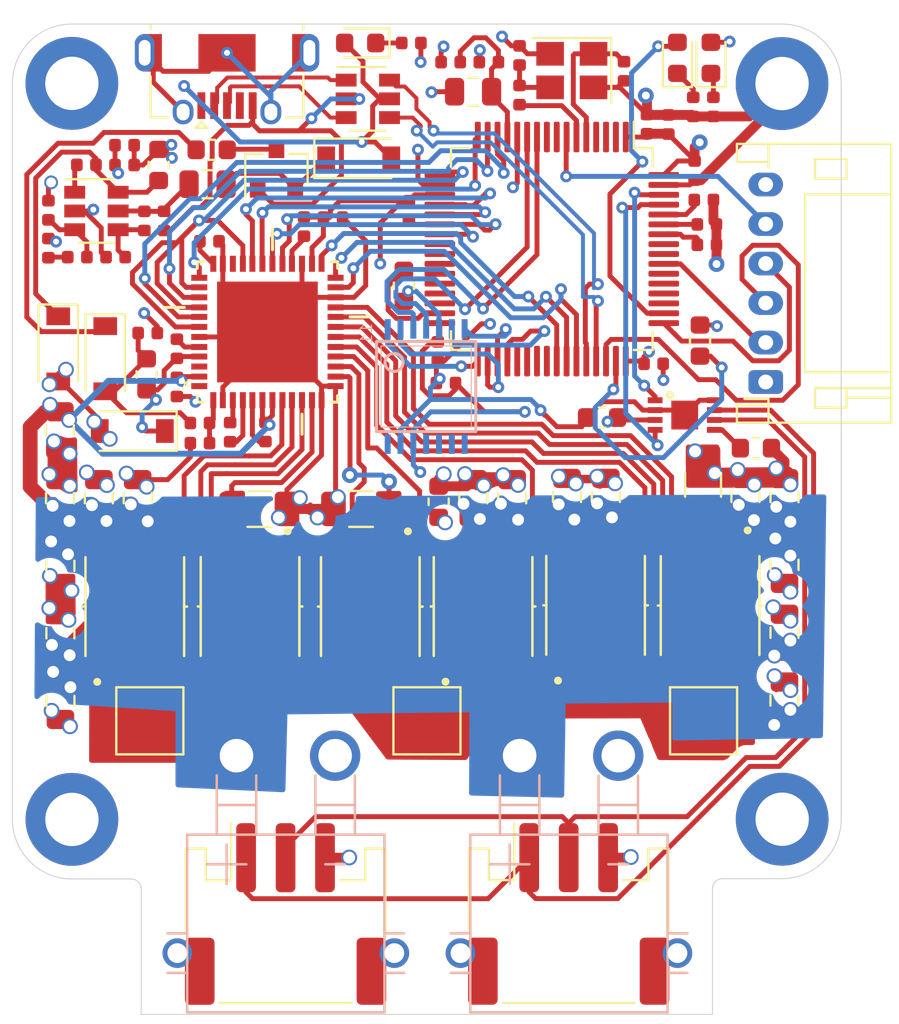
<source format=kicad_pcb>
(kicad_pcb (version 20171130) (host pcbnew "(5.1.2)-2")
  (title_block (title "Daedalus Motor Controller") (date 2021-02-27) (rev v1.0) (comment 3 "Spring 2021") (comment 4 "Jeremy Kanovsky"))
  (layers (0 F.Cu signal) (1 In1.Cu-GND power) (2 In2.Cu-3V3 power) (31 B.Cu signal) (34 B.Paste user hide) (35 F.Paste user hide) (36 B.SilkS user) (37 F.SilkS user) (38 B.Mask user hide) (39 F.Mask user hide) (44 Edge.Cuts user))
  (net 0 "")
  (net 1 HSE_OUT)
  (net 2 +3.3VA)
  (net 3 HSE_IN)
  (net 4 "Net-(D1-Pad1)")
  (net 5 SWDIO)
  (net 6 SWCLK)
  (net 7 SWO)
  (net 8 NRST)
  (net 9 BOOT0)
  (net 10 LED_STATUS)
  (net 11 BUCK_SW)
  (net 12 BUCK_BST)
  (net 13 "Net-(C2-Pad1)")
  (net 14 "Net-(C16-Pad2)")
  (net 15 +5V)
  (net 16 "Net-(F1-Pad1)")
  (net 17 USB_CONN_D+)
  (net 18 USB_CONN_D-)
  (net 19 I2C1_SCL)
  (net 20 I2C1_SDA)
  (net 21 SPI1_SCK)
  (net 22 BUCK_FB)
  (net 23 "Net-(R2-Pad2)")
  (net 24 "Net-(R3-Pad2)")
  (net 25 USB_D-)
  (net 26 USB_D+)
  (net 27 SPI1_MISO)
  (net 28 SPI1_MOSI)
  (net 29 USART3_TX)
  (net 30 USART3_RX)
  (net 31 BGND)
  (net 32 VDD)
  (net 33 VIN)
  (net 34 "Net-(C16-Pad1)")
  (net 35 "Net-(C17-Pad2)")
  (net 36 SW)
  (net 37 CB)
  (net 38 "Net-(C19-Pad2)")
  (net 39 "Net-(C20-Pad2)")
  (net 40 "Net-(C21-Pad2)")
  (net 41 +5VD)
  (net 42 VIO)
  (net 43 "Net-(C26-Pad2)")
  (net 44 "Net-(D2-Pad1)")
  (net 45 "Net-(D6-Pad1)")
  (net 46 "Net-(D7-Pad1)")
  (net 47 CANL)
  (net 48 CANH)
  (net 49 "Net-(J9-Pad6)")
  (net 50 "Net-(J9-Pad4)")
  (net 51 FAULT)
  (net 52 FB)
  (net 53 SPA)
  (net 54 SPB)
  (net 55 SPC)
  (net 56 SPI2_MOSI)
  (net 57 SPI2_MISO)
  (net 58 SPI2_SCK)
  (net 59 "Net-(U5-Pad48)")
  (net 60 "Net-(U5-Pad46)")
  (net 61 ENABLE)
  (net 62 PWM_C)
  (net 63 PWM_B)
  (net 64 PWM_A)
  (net 65 CAL)
  (net 66 SPI1_NSS)
  (net 67 SOA)
  (net 68 SOB)
  (net 69 SOC)
  (net 70 GLC)
  (net 71 PHASE_C)
  (net 72 GHC)
  (net 73 GHB)
  (net 74 PHASE_B)
  (net 75 GLB)
  (net 76 GLA)
  (net 77 PHASE_A)
  (net 78 GHA)
  (net 79 CAN1_RX)
  (net 80 CAN1_TX)
  (net 81 "Net-(U7-Pad2)")
  (net 82 "Net-(U7-Pad3)")
  (net 83 "Net-(U7-Pad4)")
  (net 84 "Net-(U7-Pad8)")
  (net 85 "Net-(U7-Pad9)")
  (net 86 "Net-(U7-Pad24)")
  (net 87 "Net-(U7-Pad25)")
  (net 88 "Net-(U7-Pad26)")
  (net 89 "Net-(U7-Pad27)")
  (net 90 "Net-(U7-Pad28)")
  (net 91 "Net-(U7-Pad37)")
  (net 92 "Net-(U7-Pad38)")
  (net 93 "Net-(U7-Pad39)")
  (net 94 "Net-(U7-Pad40)")
  (net 95 "Net-(U7-Pad51)")
  (net 96 "Net-(U7-Pad52)")
  (net 97 "Net-(U7-Pad53)")
  (net 98 "Net-(U7-Pad54)")
  (net 99 "Net-(U7-Pad56)")
  (net 100 "Net-(U7-Pad57)")
  (net 101 ENC_B)
  (net 102 ENC_A)
  (net 103 SPI2_NSS)
  (net 104 "Net-(11-Pad8)")
  (net 105 "Net-(11-Pad11)")
  (net 106 "Net-(11-Pad14)")
  (net 107 "Net-(D5-Pad1)")
  (module Connector_USB:USB_Micro-AB_Molex_47590-0001 (layer F.Cu) (at 133.82244 76.86548 180)
    (fp_text reference J9)
    (fp_text value USB_B_Micro)
    (pad 6 thru_hole oval (at -2.225 -3 180) (size 1.05 1.25) (drill oval 0.65 0.85) (layers *.Cu *.Mask) (net 49 "Net-(J9-Pad6)"))
    (pad 5 smd rect (at -1.3 -2.675 180) (size 0.4 1.35) (layers F.Cu F.Paste F.Mask) (net 31 BGND))
    (pad 4 smd rect (at -0.65 -2.675 180) (size 0.4 1.35) (layers F.Cu F.Paste F.Mask) (net 50 "Net-(J9-Pad4)"))
    (pad 3 smd rect (at 0 -2.675 180) (size 0.4 1.35) (layers F.Cu F.Paste F.Mask) (net 17 USB_CONN_D+))
    (pad 1 smd rect (at 1.3 -2.675 180) (size 0.4 1.35) (layers F.Cu F.Paste F.Mask) (net 15 +5V))
    (pad 6 thru_hole oval (at 2.225 -3 180) (size 1.05 1.25) (drill oval 0.65 0.85) (layers *.Cu *.Mask) (net 49 "Net-(J9-Pad6)"))
    (pad 6 thru_hole oval (at -4.175 0 180) (size 1 1.9) (drill oval 0.6 1.3) (layers *.Cu *.Mask) (net 49 "Net-(J9-Pad6)"))
    (pad 6 thru_hole oval (at 4.175 0 180) (size 1 1.9) (drill oval 0.6 1.3) (layers *.Cu *.Mask) (net 49 "Net-(J9-Pad6)"))
    (pad 2 smd rect (at 0.65 -2.675 180) (size 0.4 1.35) (layers F.Cu F.Paste F.Mask) (net 18 USB_CONN_D-))
    (pad 6 smd rect (at 0 0 180) (size 2.9 1.9) (layers F.Cu F.Paste F.Mask) (net 49 "Net-(J9-Pad6)"))
    (pad 6 smd rect (at 3.7375 0 180) (size 0.875 1.9) (layers F.Cu F.Mask) (net 49 "Net-(J9-Pad6)"))
    (pad 6 smd rect (at -3.7375 0 180) (size 0.875 1.9) (layers F.Cu F.Mask) (net 49 "Net-(J9-Pad6)"))
  )
  (module Package_QFP:LQFP-64_10x10mm_P0.5mm (layer F.Cu) (at 150.284341 86.805652 270)
    (fp_text reference U7)
    (fp_text value STM32F405RGTx)
    (pad 1 smd roundrect (at -5.675 -3.75 270) (size 1.55 0.3) (layers F.Cu F.Paste F.Mask) (net 32 VDD))
    (pad 2 smd roundrect (at -5.675 -3.25 270) (size 1.55 0.3) (layers F.Cu F.Paste F.Mask) (net 81 "Net-(U7-Pad2)"))
    (pad 3 smd roundrect (at -5.675 -2.75 270) (size 1.55 0.3) (layers F.Cu F.Paste F.Mask) (net 82 "Net-(U7-Pad3)"))
    (pad 4 smd roundrect (at -5.675 -2.25 270) (size 1.55 0.3) (layers F.Cu F.Paste F.Mask) (net 83 "Net-(U7-Pad4)"))
    (pad 5 smd roundrect (at -5.675 -1.75 270) (size 1.55 0.3) (layers F.Cu F.Paste F.Mask) (net 3 HSE_IN))
    (pad 6 smd roundrect (at -5.675 -1.25 270) (size 1.55 0.3) (layers F.Cu F.Paste F.Mask) (net 1 HSE_OUT))
    (pad 7 smd roundrect (at -5.675 -0.75 270) (size 1.55 0.3) (layers F.Cu F.Paste F.Mask) (net 8 NRST))
    (pad 8 smd roundrect (at -5.675 -0.25 270) (size 1.55 0.3) (layers F.Cu F.Paste F.Mask) (net 84 "Net-(U7-Pad8)"))
    (pad 9 smd roundrect (at -5.675 0.25 270) (size 1.55 0.3) (layers F.Cu F.Paste F.Mask) (net 85 "Net-(U7-Pad9)"))
    (pad 10 smd roundrect (at -5.675 0.75 270) (size 1.55 0.3) (layers F.Cu F.Paste F.Mask) (net 57 SPI2_MISO))
    (pad 11 smd roundrect (at -5.675 1.25 270) (size 1.55 0.3) (layers F.Cu F.Paste F.Mask) (net 56 SPI2_MOSI))
    (pad 12 smd roundrect (at -5.675 1.75 270) (size 1.55 0.3) (layers F.Cu F.Paste F.Mask) (net 31 BGND))
    (pad 13 smd roundrect (at -5.675 2.25 270) (size 1.55 0.3) (layers F.Cu F.Paste F.Mask) (net 2 +3.3VA))
    (pad 14 smd roundrect (at -5.675 2.75 270) (size 1.55 0.3) (layers F.Cu F.Paste F.Mask) (net 62 PWM_C))
    (pad 15 smd roundrect (at -5.675 3.25 270) (size 1.55 0.3) (layers F.Cu F.Paste F.Mask) (net 63 PWM_B))
    (pad 16 smd roundrect (at -5.675 3.75 270) (size 1.55 0.3) (layers F.Cu F.Paste F.Mask) (net 64 PWM_A))
    (pad 17 smd roundrect (at -3.75 5.675 270) (size 0.3 1.55) (layers F.Cu F.Paste F.Mask) (net 61 ENABLE))
    (pad 18 smd roundrect (at -3.25 5.675 270) (size 0.3 1.55) (layers F.Cu F.Paste F.Mask) (net 31 BGND))
    (pad 19 smd roundrect (at -2.75 5.675 270) (size 0.3 1.55) (layers F.Cu F.Paste F.Mask) (net 32 VDD))
    (pad 20 smd roundrect (at -2.25 5.675 270) (size 0.3 1.55) (layers F.Cu F.Paste F.Mask) (net 66 SPI1_NSS))
    (pad 21 smd roundrect (at -1.75 5.675 270) (size 0.3 1.55) (layers F.Cu F.Paste F.Mask) (net 21 SPI1_SCK))
    (pad 22 smd roundrect (at -1.25 5.675 270) (size 0.3 1.55) (layers F.Cu F.Paste F.Mask) (net 27 SPI1_MISO))
    (pad 23 smd roundrect (at -0.75 5.675 270) (size 0.3 1.55) (layers F.Cu F.Paste F.Mask) (net 28 SPI1_MOSI))
    (pad 24 smd roundrect (at -0.25 5.675 270) (size 0.3 1.55) (layers F.Cu F.Paste F.Mask) (net 86 "Net-(U7-Pad24)"))
    (pad 25 smd roundrect (at 0.25 5.675 270) (size 0.3 1.55) (layers F.Cu F.Paste F.Mask) (net 87 "Net-(U7-Pad25)"))
    (pad 26 smd roundrect (at 0.75 5.675 270) (size 0.3 1.55) (layers F.Cu F.Paste F.Mask) (net 88 "Net-(U7-Pad26)"))
    (pad 27 smd roundrect (at 1.25 5.675 270) (size 0.3 1.55) (layers F.Cu F.Paste F.Mask) (net 89 "Net-(U7-Pad27)"))
    (pad 28 smd roundrect (at 1.75 5.675 270) (size 0.3 1.55) (layers F.Cu F.Paste F.Mask) (net 90 "Net-(U7-Pad28)"))
    (pad 29 smd roundrect (at 2.25 5.675 270) (size 0.3 1.55) (layers F.Cu F.Paste F.Mask) (net 29 USART3_TX))
    (pad 30 smd roundrect (at 2.75 5.675 270) (size 0.3 1.55) (layers F.Cu F.Paste F.Mask) (net 30 USART3_RX))
    (pad 31 smd roundrect (at 3.25 5.675 270) (size 0.3 1.55) (layers F.Cu F.Paste F.Mask) (net 38 "Net-(C19-Pad2)"))
    (pad 32 smd roundrect (at 3.75 5.675 270) (size 0.3 1.55) (layers F.Cu F.Paste F.Mask) (net 32 VDD))
    (pad 33 smd roundrect (at 5.675 3.75 270) (size 1.55 0.3) (layers F.Cu F.Paste F.Mask) (net 103 SPI2_NSS))
    (pad 34 smd roundrect (at 5.675 3.25 270) (size 1.55 0.3) (layers F.Cu F.Paste F.Mask) (net 58 SPI2_SCK))
    (pad 35 smd roundrect (at 5.675 2.75 270) (size 1.55 0.3) (layers F.Cu F.Paste F.Mask) (net 102 ENC_A))
    (pad 36 smd roundrect (at 5.675 2.25 270) (size 1.55 0.3) (layers F.Cu F.Paste F.Mask) (net 101 ENC_B))
    (pad 37 smd roundrect (at 5.675 1.75 270) (size 1.55 0.3) (layers F.Cu F.Paste F.Mask) (net 91 "Net-(U7-Pad37)"))
    (pad 38 smd roundrect (at 5.675 1.25 270) (size 1.55 0.3) (layers F.Cu F.Paste F.Mask) (net 92 "Net-(U7-Pad38)"))
    (pad 39 smd roundrect (at 5.675 0.75 270) (size 1.55 0.3) (layers F.Cu F.Paste F.Mask) (net 93 "Net-(U7-Pad39)"))
    (pad 40 smd roundrect (at 5.675 0.25 270) (size 1.55 0.3) (layers F.Cu F.Paste F.Mask) (net 94 "Net-(U7-Pad40)"))
    (pad 41 smd roundrect (at 5.675 -0.25 270) (size 1.55 0.3) (layers F.Cu F.Paste F.Mask) (net 67 SOA))
    (pad 42 smd roundrect (at 5.675 -0.75 270) (size 1.55 0.3) (layers F.Cu F.Paste F.Mask) (net 68 SOB))
    (pad 43 smd roundrect (at 5.675 -1.25 270) (size 1.55 0.3) (layers F.Cu F.Paste F.Mask) (net 69 SOC))
    (pad 44 smd roundrect (at 5.675 -1.75 270) (size 1.55 0.3) (layers F.Cu F.Paste F.Mask) (net 25 USB_D-))
    (pad 45 smd roundrect (at 5.675 -2.25 270) (size 1.55 0.3) (layers F.Cu F.Paste F.Mask) (net 26 USB_D+))
    (pad 46 smd roundrect (at 5.675 -2.75 270) (size 1.55 0.3) (layers F.Cu F.Paste F.Mask) (net 5 SWDIO))
    (pad 47 smd roundrect (at 5.675 -3.25 270) (size 1.55 0.3) (layers F.Cu F.Paste F.Mask) (net 39 "Net-(C20-Pad2)"))
    (pad 48 smd roundrect (at 5.675 -3.75 270) (size 1.55 0.3) (layers F.Cu F.Paste F.Mask) (net 32 VDD))
    (pad 49 smd roundrect (at 3.75 -5.675 270) (size 0.3 1.55) (layers F.Cu F.Paste F.Mask) (net 6 SWCLK))
    (pad 50 smd roundrect (at 3.25 -5.675 270) (size 0.3 1.55) (layers F.Cu F.Paste F.Mask) (net 10 LED_STATUS))
    (pad 51 smd roundrect (at 2.75 -5.675 270) (size 0.3 1.55) (layers F.Cu F.Paste F.Mask) (net 95 "Net-(U7-Pad51)"))
    (pad 52 smd roundrect (at 2.25 -5.675 270) (size 0.3 1.55) (layers F.Cu F.Paste F.Mask) (net 96 "Net-(U7-Pad52)"))
    (pad 53 smd roundrect (at 1.75 -5.675 270) (size 0.3 1.55) (layers F.Cu F.Paste F.Mask) (net 97 "Net-(U7-Pad53)"))
    (pad 54 smd roundrect (at 1.25 -5.675 270) (size 0.3 1.55) (layers F.Cu F.Paste F.Mask) (net 98 "Net-(U7-Pad54)"))
    (pad 55 smd roundrect (at 0.75 -5.675 270) (size 0.3 1.55) (layers F.Cu F.Paste F.Mask) (net 7 SWO))
    (pad 56 smd roundrect (at 0.25 -5.675 270) (size 0.3 1.55) (layers F.Cu F.Paste F.Mask) (net 99 "Net-(U7-Pad56)"))
    (pad 57 smd roundrect (at -0.25 -5.675 270) (size 0.3 1.55) (layers F.Cu F.Paste F.Mask) (net 100 "Net-(U7-Pad57)"))
    (pad 58 smd roundrect (at -0.75 -5.675 270) (size 0.3 1.55) (layers F.Cu F.Paste F.Mask) (net 19 I2C1_SCL))
    (pad 59 smd roundrect (at -1.25 -5.675 270) (size 0.3 1.55) (layers F.Cu F.Paste F.Mask) (net 20 I2C1_SDA))
    (pad 60 smd roundrect (at -1.75 -5.675 270) (size 0.3 1.55) (layers F.Cu F.Paste F.Mask) (net 9 BOOT0))
    (pad 61 smd roundrect (at -2.25 -5.675 270) (size 0.3 1.55) (layers F.Cu F.Paste F.Mask) (net 79 CAN1_RX))
    (pad 62 smd roundrect (at -2.75 -5.675 270) (size 0.3 1.55) (layers F.Cu F.Paste F.Mask) (net 80 CAN1_TX))
    (pad 63 smd roundrect (at -3.25 -5.675 270) (size 0.3 1.55) (layers F.Cu F.Paste F.Mask) (net 31 BGND))
    (pad 64 smd roundrect (at -3.75 -5.675 270) (size 0.3 1.55) (layers F.Cu F.Paste F.Mask) (net 32 VDD))
  )
  (module daedalus_kicad_lib:QFN50P700X700X90-49N (layer F.Cu) (at 135.87104 91.00388 90)
    (fp_text reference U5 hide)
    (fp_text value DRV8323RH)
    (fp_text user * (at -3.098188 -3.098188 90) (layer F.SilkS) (effects (font (size 1.2065 1.2065) (thickness 0.0762)) (justify left bottom)))
    (pad 49 smd rect (at 0 0 90) (size 5.1054 5.1054) (layers F.Cu F.Paste F.Mask) (net 31 BGND))
    (pad 48 smd rect (at -2.7432 -3.4544 270) (size 0.3048 0.8128) (layers F.Cu F.Paste F.Mask) (net 59 "Net-(U5-Pad48)"))
    (pad 47 smd rect (at -2.2606 -3.4544 270) (size 0.3048 0.8128) (layers F.Cu F.Paste F.Mask) (net 33 VIN))
    (pad 46 smd rect (at -1.7526 -3.4544 270) (size 0.3048 0.8128) (layers F.Cu F.Paste F.Mask) (net 60 "Net-(U5-Pad46)"))
    (pad 45 smd rect (at -1.2446 -3.4544 270) (size 0.3048 0.8128) (layers F.Cu F.Paste F.Mask) (net 36 SW))
    (pad 44 smd rect (at -0.762 -3.4544 270) (size 0.3048 0.8128) (layers F.Cu F.Paste F.Mask) (net 37 CB))
    (pad 43 smd rect (at -0.254 -3.4544 270) (size 0.3048 0.8128) (layers F.Cu F.Paste F.Mask) (net 31 BGND))
    (pad 42 smd rect (at 0.254 -3.4544 270) (size 0.3048 0.8128) (layers F.Cu F.Paste F.Mask) (net 61 ENABLE))
    (pad 41 smd rect (at 0.762 -3.4544 270) (size 0.3048 0.8128) (layers F.Cu F.Paste F.Mask) (net 62 PWM_C))
    (pad 40 smd rect (at 1.2446 -3.4544 270) (size 0.3048 0.8128) (layers F.Cu F.Paste F.Mask) (net 61 ENABLE))
    (pad 39 smd rect (at 1.7526 -3.4544 270) (size 0.3048 0.8128) (layers F.Cu F.Paste F.Mask) (net 63 PWM_B))
    (pad 38 smd rect (at 2.2606 -3.4544 270) (size 0.3048 0.8128) (layers F.Cu F.Paste F.Mask) (net 61 ENABLE))
    (pad 37 smd rect (at 2.7432 -3.4544 270) (size 0.3048 0.8128) (layers F.Cu F.Paste F.Mask) (net 64 PWM_A))
    (pad 36 smd rect (at 3.4544 -2.7432) (size 0.3048 0.8128) (layers F.Cu F.Paste F.Mask) (net 35 "Net-(C17-Pad2)"))
    (pad 35 smd rect (at 3.4544 -2.2606) (size 0.3048 0.8128) (layers F.Cu F.Paste F.Mask) (net 31 BGND))
    (pad 34 smd rect (at 3.4544 -1.7526) (size 0.3048 0.8128) (layers F.Cu F.Paste F.Mask) (net 65 CAL))
    (pad 33 smd rect (at 3.4544 -1.2446) (size 0.3048 0.8128) (layers F.Cu F.Paste F.Mask) (net 61 ENABLE))
    (pad 32 smd rect (at 3.4544 -0.762) (size 0.3048 0.8128) (layers F.Cu F.Paste F.Mask) (net 66 SPI1_NSS))
    (pad 31 smd rect (at 3.4544 -0.254) (size 0.3048 0.8128) (layers F.Cu F.Paste F.Mask) (net 21 SPI1_SCK))
    (pad 30 smd rect (at 3.4544 0.254) (size 0.3048 0.8128) (layers F.Cu F.Paste F.Mask) (net 28 SPI1_MOSI))
    (pad 29 smd rect (at 3.4544 0.762) (size 0.3048 0.8128) (layers F.Cu F.Paste F.Mask) (net 27 SPI1_MISO))
    (pad 28 smd rect (at 3.4544 1.2446) (size 0.3048 0.8128) (layers F.Cu F.Paste F.Mask) (net 51 FAULT))
    (pad 27 smd rect (at 3.4544 1.7526) (size 0.3048 0.8128) (layers F.Cu F.Paste F.Mask) (net 31 BGND))
    (pad 26 smd rect (at 3.4544 2.2606) (size 0.3048 0.8128) (layers F.Cu F.Paste F.Mask) (net 32 VDD))
    (pad 25 smd rect (at 3.4544 2.7432) (size 0.3048 0.8128) (layers F.Cu F.Paste F.Mask) (net 67 SOA))
    (pad 24 smd rect (at 2.7432 3.4544 270) (size 0.3048 0.8128) (layers F.Cu F.Paste F.Mask) (net 68 SOB))
    (pad 23 smd rect (at 2.2606 3.4544 270) (size 0.3048 0.8128) (layers F.Cu F.Paste F.Mask) (net 69 SOC))
    (pad 22 smd rect (at 1.7526 3.4544 270) (size 0.3048 0.8128) (layers F.Cu F.Paste F.Mask) (net 31 BGND))
    (pad 21 smd rect (at 1.2446 3.4544 270) (size 0.3048 0.8128) (layers F.Cu F.Paste F.Mask) (net 55 SPC))
    (pad 20 smd rect (at 0.762 3.4544 270) (size 0.3048 0.8128) (layers F.Cu F.Paste F.Mask) (net 70 GLC))
    (pad 19 smd rect (at 0.254 3.4544 270) (size 0.3048 0.8128) (layers F.Cu F.Paste F.Mask) (net 71 PHASE_C))
    (pad 18 smd rect (at -0.254 3.4544 270) (size 0.3048 0.8128) (layers F.Cu F.Paste F.Mask) (net 72 GHC))
    (pad 17 smd rect (at -0.762 3.4544 270) (size 0.3048 0.8128) (layers F.Cu F.Paste F.Mask) (net 73 GHB))
    (pad 16 smd rect (at -1.2446 3.4544 270) (size 0.3048 0.8128) (layers F.Cu F.Paste F.Mask) (net 74 PHASE_B))
    (pad 15 smd rect (at -1.7526 3.4544 270) (size 0.3048 0.8128) (layers F.Cu F.Paste F.Mask) (net 75 GLB))
    (pad 14 smd rect (at -2.2606 3.4544 270) (size 0.3048 0.8128) (layers F.Cu F.Paste F.Mask) (net 54 SPB))
    (pad 13 smd rect (at -2.7432 3.4544 270) (size 0.3048 0.8128) (layers F.Cu F.Paste F.Mask) (net 31 BGND))
    (pad 12 smd rect (at -3.4544 2.7432) (size 0.3048 0.8128) (layers F.Cu F.Paste F.Mask) (net 31 BGND))
    (pad 11 smd rect (at -3.4544 2.2606) (size 0.3048 0.8128) (layers F.Cu F.Paste F.Mask) (net 53 SPA))
    (pad 10 smd rect (at -3.4544 1.7526) (size 0.3048 0.8128) (layers F.Cu F.Paste F.Mask) (net 76 GLA))
    (pad 9 smd rect (at -3.4544 1.2446) (size 0.3048 0.8128) (layers F.Cu F.Paste F.Mask) (net 77 PHASE_A))
    (pad 8 smd rect (at -3.4544 0.762) (size 0.3048 0.8128) (layers F.Cu F.Paste F.Mask) (net 78 GHA))
    (pad 7 smd rect (at -3.4544 0.254) (size 0.3048 0.8128) (layers F.Cu F.Paste F.Mask) (net 33 VIN))
    (pad 6 smd rect (at -3.4544 -0.254) (size 0.3048 0.8128) (layers F.Cu F.Paste F.Mask) (net 33 VIN))
    (pad 5 smd rect (at -3.4544 -0.762) (size 0.3048 0.8128) (layers F.Cu F.Paste F.Mask) (net 40 "Net-(C21-Pad2)"))
    (pad 4 smd rect (at -3.4544 -1.2446) (size 0.3048 0.8128) (layers F.Cu F.Paste F.Mask) (net 34 "Net-(C16-Pad1)"))
    (pad 3 smd rect (at -3.4544 -1.7526) (size 0.3048 0.8128) (layers F.Cu F.Paste F.Mask) (net 14 "Net-(C16-Pad2)"))
    (pad 2 smd rect (at -3.4544 -2.2606) (size 0.3048 0.8128) (layers F.Cu F.Paste F.Mask) (net 31 BGND))
    (pad 1 smd rect (at -3.4544 -2.7432) (size 0.3048 0.8128) (layers F.Cu F.Paste F.Mask) (net 52 FB))
  )
  (module Diode_SMD:D_SOD-123 (layer F.Cu) (at 140.49756 82.20964)
    (fp_text reference D2)
    (fp_text value B5819W)
    (pad 1 smd rect (at -1.65 0) (size 0.9 1.2) (layers F.Cu F.Paste F.Mask) (net 44 "Net-(D2-Pad1)"))
    (pad 2 smd rect (at 1.65 0) (size 0.9 1.2) (layers F.Cu F.Paste F.Mask) (net 15 +5V))
  )
  (module LED_SMD:LED_0603_1608Metric (layer F.Cu) (at 156.65164 77.11972 90)
    (fp_text reference D6)
    (fp_text value Blue)
    (pad 1 smd roundrect (at -0.7875 0 90) (size 0.875 0.95) (layers F.Cu F.Paste F.Mask) (net 45 "Net-(D6-Pad1)"))
    (pad 2 smd roundrect (at 0.7875 0 90) (size 0.875 0.95) (layers F.Cu F.Paste F.Mask) (net 10 LED_STATUS))
  )
  (module Capacitor_SMD:C_0603_1608Metric (layer F.Cu) (at 157.7975 91.44 270)
    (fp_text reference C20)
    (fp_text value "2.2 uF")
    (pad 1 smd roundrect (at -0.7875 0 270) (size 0.875 0.95) (layers F.Cu F.Paste F.Mask) (net 31 BGND))
    (pad 2 smd roundrect (at 0.7875 0 270) (size 0.875 0.95) (layers F.Cu F.Paste F.Mask) (net 39 "Net-(C20-Pad2)"))
  )
  (module Capacitor_SMD:C_0402_1005Metric (layer F.Cu) (at 130.6322 85.37688 270)
    (fp_text reference C2)
    (fp_text value 10uF)
    (pad 1 smd roundrect (at -0.485 0 270) (size 0.59 0.64) (layers F.Cu F.Paste F.Mask) (net 13 "Net-(C2-Pad1)"))
    (pad 2 smd roundrect (at 0.485 0 270) (size 0.59 0.64) (layers F.Cu F.Paste F.Mask) (net 31 BGND))
  )
  (module Capacitor_SMD:C_0402_1005Metric (layer F.Cu) (at 126.6952 82.53984 180)
    (fp_text reference C1)
    (fp_text value 10nF)
    (pad 2 smd roundrect (at 0.485 0 180) (size 0.59 0.64) (layers F.Cu F.Paste F.Mask) (net 12 BUCK_BST))
    (pad 1 smd roundrect (at -0.485 0 180) (size 0.59 0.64) (layers F.Cu F.Paste F.Mask) (net 11 BUCK_SW))
  )
  (module Resistor_SMD:R_0402_1005Metric (layer F.Cu) (at 143.04264 84.84108 270)
    (fp_text reference R6)
    (fp_text value 10k)
    (pad 1 smd roundrect (at -0.485 0 270) (size 0.59 0.64) (layers F.Cu F.Paste F.Mask) (net 32 VDD))
    (pad 2 smd roundrect (at 0.485 0 270) (size 0.59 0.64) (layers F.Cu F.Paste F.Mask) (net 27 SPI1_MISO))
  )
  (module Capacitor_SMD:C_0402_1005Metric (layer F.Cu) (at 147.09476 77.33704)
    (fp_text reference C12)
    (fp_text value 1uF)
    (pad 1 smd roundrect (at -0.485 0) (size 0.59 0.64) (layers F.Cu F.Paste F.Mask) (net 31 BGND))
    (pad 2 smd roundrect (at 0.485 0) (size 0.59 0.64) (layers F.Cu F.Paste F.Mask) (net 2 +3.3VA))
  )
  (module daedalus_kicad_lib:XT30_HORIZONTAL (layer B.Cu) (at 151.15414 112.46488)
    (fp_text reference U2 hide)
    (fp_text value XT30 hide)
    (pad P$4 thru_hole circle (at -5.5 10) (size 1.5 1.5) (drill 1) (layers *.Cu *.Mask))
    (pad P$3 thru_hole circle (at 5.5 10) (size 1.5 1.5) (drill 1) (layers *.Cu *.Mask))
    (pad + thru_hole circle (at -2.5 0) (size 2.55 2.55) (drill 1.7) (layers *.Cu *.Mask) (net 33 VIN))
    (pad - thru_hole circle (at 2.5 0) (size 2.55 2.55) (drill 1.7) (layers *.Cu *.Mask) (net 31 BGND))
  )
  (module daedalus_kicad_lib:XT30_HORIZONTAL (layer B.Cu) (at 136.80314 112.46488)
    (fp_text reference U1 hide)
    (fp_text value XT30 hide)
    (pad - thru_hole circle (at 2.5 0) (size 2.55 2.55) (drill 1.7) (layers *.Cu *.Mask) (net 31 BGND))
    (pad + thru_hole circle (at -2.5 0) (size 2.55 2.55) (drill 1.7) (layers *.Cu *.Mask) (net 33 VIN))
    (pad P$3 thru_hole circle (at 5.5 10) (size 1.5 1.5) (drill 1) (layers *.Cu *.Mask))
    (pad P$4 thru_hole circle (at -5.5 10) (size 1.5 1.5) (drill 1) (layers *.Cu *.Mask))
  )
  (module Resistor_SMD:R_0402_1005Metric (layer F.Cu) (at 132.45084 96.63684 180)
    (fp_text reference R14)
    (fp_text value 10k)
    (pad 2 smd roundrect (at 0.485 0 180) (size 0.59 0.64) (layers F.Cu F.Paste F.Mask) (net 31 BGND))
    (pad 1 smd roundrect (at -0.485 0 180) (size 0.59 0.64) (layers F.Cu F.Paste F.Mask) (net 52 FB))
  )
  (module Capacitor_SMD:C_0402_1005Metric (layer F.Cu) (at 128.63068 82.55)
    (fp_text reference C3)
    (fp_text value 10uF)
    (pad 1 smd roundrect (at -0.485 0) (size 0.59 0.64) (layers F.Cu F.Paste F.Mask) (net 31 BGND))
    (pad 2 smd roundrect (at 0.485 0) (size 0.59 0.64) (layers F.Cu F.Paste F.Mask) (net 32 VDD))
  )
  (module Capacitor_SMD:C_0402_1005Metric (layer F.Cu) (at 128.63068 81.54416)
    (fp_text reference C4)
    (fp_text value 10uF)
    (pad 2 smd roundrect (at 0.485 0) (size 0.59 0.64) (layers F.Cu F.Paste F.Mask) (net 32 VDD))
    (pad 1 smd roundrect (at -0.485 0) (size 0.59 0.64) (layers F.Cu F.Paste F.Mask) (net 31 BGND))
  )
  (module Capacitor_SMD:C_0402_1005Metric (layer F.Cu) (at 156.189841 80.496151 270)
    (fp_text reference C5)
    (fp_text value 4u7)
    (pad 2 smd roundrect (at 0.485 0 270) (size 0.59 0.64) (layers F.Cu F.Paste F.Mask) (net 32 VDD))
    (pad 1 smd roundrect (at -0.485 0 270) (size 0.59 0.64) (layers F.Cu F.Paste F.Mask) (net 31 BGND))
  )
  (module Capacitor_SMD:C_0402_1005Metric (layer F.Cu) (at 157.523341 82.828151 90)
    (fp_text reference C6)
    (fp_text value "100 nF")
    (pad 1 smd roundrect (at -0.485 0 90) (size 0.59 0.64) (layers F.Cu F.Paste F.Mask) (net 31 BGND))
    (pad 2 smd roundrect (at 0.485 0 90) (size 0.59 0.64) (layers F.Cu F.Paste F.Mask) (net 32 VDD))
  )
  (module Capacitor_SMD:C_0402_1005Metric (layer F.Cu) (at 144.91976 93.5904)
    (fp_text reference C7)
    (fp_text value "100 nF")
    (pad 2 smd roundrect (at 0.485 0) (size 0.59 0.64) (layers F.Cu F.Paste F.Mask) (net 32 VDD))
    (pad 1 smd roundrect (at -0.485 0) (size 0.59 0.64) (layers F.Cu F.Paste F.Mask) (net 31 BGND))
  )
  (module Capacitor_SMD:C_0402_1005Metric (layer F.Cu) (at 144.505841 91.989652 90)
    (fp_text reference C8)
    (fp_text value "100 nF")
    (pad 1 smd roundrect (at -0.485 0 90) (size 0.59 0.64) (layers F.Cu F.Paste F.Mask) (net 31 BGND))
    (pad 2 smd roundrect (at 0.485 0 90) (size 0.59 0.64) (layers F.Cu F.Paste F.Mask) (net 32 VDD))
  )
  (module Capacitor_SMD:C_0402_1005Metric (layer F.Cu) (at 155.11034 80.478652 270)
    (fp_text reference C9)
    (fp_text value "100 nF")
    (pad 2 smd roundrect (at 0.485 0 270) (size 0.59 0.64) (layers F.Cu F.Paste F.Mask) (net 32 VDD))
    (pad 1 smd roundrect (at -0.485 0 270) (size 0.59 0.64) (layers F.Cu F.Paste F.Mask) (net 31 BGND))
  )
  (module Capacitor_SMD:C_0402_1005Metric (layer F.Cu) (at 155.44476 92.6154 180)
    (fp_text reference C10)
    (fp_text value "100 nF")
    (pad 1 smd roundrect (at -0.485 0 180) (size 0.59 0.64) (layers F.Cu F.Paste F.Mask) (net 31 BGND))
    (pad 2 smd roundrect (at 0.485 0 180) (size 0.59 0.64) (layers F.Cu F.Paste F.Mask) (net 32 VDD))
  )
  (module Capacitor_SMD:C_0402_1005Metric (layer F.Cu) (at 145.15976 77.33704)
    (fp_text reference C13)
    (fp_text value 10nF)
    (pad 2 smd roundrect (at 0.485 0) (size 0.59 0.64) (layers F.Cu F.Paste F.Mask) (net 2 +3.3VA))
    (pad 1 smd roundrect (at -0.485 0) (size 0.59 0.64) (layers F.Cu F.Paste F.Mask) (net 31 BGND))
  )
  (module Capacitor_SMD:C_0402_1005Metric (layer F.Cu) (at 131.28244 93.78696 90)
    (fp_text reference C15)
    (fp_text value "0.47uF, 50V")
    (pad 1 smd roundrect (at -0.485 0 90) (size 0.59 0.64) (layers F.Cu F.Paste F.Mask) (net 31 BGND))
    (pad 2 smd roundrect (at 0.485 0 90) (size 0.59 0.64) (layers F.Cu F.Paste F.Mask) (net 33 VIN))
  )
  (module Capacitor_SMD:C_0402_1005Metric (layer F.Cu) (at 133.97992 96.07804 90)
    (fp_text reference C16)
    (fp_text value "47nF, 50V")
    (pad 1 smd roundrect (at -0.485 0 90) (size 0.59 0.64) (layers F.Cu F.Paste F.Mask) (net 34 "Net-(C16-Pad1)"))
    (pad 2 smd roundrect (at 0.485 0 90) (size 0.59 0.64) (layers F.Cu F.Paste F.Mask) (net 14 "Net-(C16-Pad2)"))
  )
  (module Capacitor_SMD:C_0402_1005Metric (layer F.Cu) (at 132.93344 86.4108 180)
    (fp_text reference C17)
    (fp_text value "1uF, 10V")
    (pad 1 smd roundrect (at -0.485 0 180) (size 0.59 0.64) (layers F.Cu F.Paste F.Mask) (net 31 BGND))
    (pad 2 smd roundrect (at 0.485 0 180) (size 0.59 0.64) (layers F.Cu F.Paste F.Mask) (net 35 "Net-(C17-Pad2)"))
  )
  (module Capacitor_SMD:C_0402_1005Metric (layer F.Cu) (at 131.28244 91.85656 270)
    (fp_text reference C18)
    (fp_text value "0.1uF, 50V")
    (pad 2 smd roundrect (at 0.485 0 270) (size 0.59 0.64) (layers F.Cu F.Paste F.Mask) (net 36 SW))
    (pad 1 smd roundrect (at -0.485 0 270) (size 0.59 0.64) (layers F.Cu F.Paste F.Mask) (net 37 CB))
  )
  (module Capacitor_SMD:C_0603_1608Metric (layer F.Cu) (at 142.78864 88.66632 90)
    (fp_text reference C19)
    (fp_text value "2.2 uF")
    (pad 2 smd roundrect (at 0.7875 0 90) (size 0.875 0.95) (layers F.Cu F.Paste F.Mask) (net 38 "Net-(C19-Pad2)"))
    (pad 1 smd roundrect (at -0.7875 0 90) (size 0.875 0.95) (layers F.Cu F.Paste F.Mask) (net 31 BGND))
  )
  (module Capacitor_SMD:C_0402_1005Metric (layer F.Cu) (at 135.76808 96.07028 270)
    (fp_text reference C21)
    (fp_text value "1uF, 50V")
    (pad 2 smd roundrect (at 0.485 0 270) (size 0.59 0.64) (layers F.Cu F.Paste F.Mask) (net 40 "Net-(C21-Pad2)"))
    (pad 1 smd roundrect (at -0.485 0 270) (size 0.59 0.64) (layers F.Cu F.Paste F.Mask) (net 33 VIN))
  )
  (module Capacitor_SMD:C_0402_1005Metric (layer F.Cu) (at 129.80416 91.059)
    (fp_text reference C22)
    (fp_text value "22uF, 10V")
    (pad 1 smd roundrect (at -0.485 0) (size 0.59 0.64) (layers F.Cu F.Paste F.Mask) (net 41 +5VD))
    (pad 2 smd roundrect (at 0.485 0) (size 0.59 0.64) (layers F.Cu F.Paste F.Mask) (net 31 BGND))
  )
  (module Capacitor_SMD:C_0603_1608Metric (layer F.Cu) (at 152.8317 95.3389 180)
    (fp_text reference C23)
    (fp_text value "0.1uF, 10V")
    (pad 1 smd roundrect (at -0.7875 0 180) (size 0.875 0.95) (layers F.Cu F.Paste F.Mask) (net 32 VDD))
    (pad 2 smd roundrect (at 0.7875 0 180) (size 0.875 0.95) (layers F.Cu F.Paste F.Mask) (net 31 BGND))
  )
  (module Capacitor_SMD:C_0603_1608Metric (layer F.Cu) (at 160.6297 96.8883)
    (fp_text reference C24)
    (fp_text value "0.1uF, 10V")
    (pad 2 smd roundrect (at 0.7875 0) (size 0.875 0.95) (layers F.Cu F.Paste F.Mask) (net 31 BGND))
    (pad 1 smd roundrect (at -0.7875 0) (size 0.875 0.95) (layers F.Cu F.Paste F.Mask) (net 42 VIO))
  )
  (module Capacitor_SMD:C_0402_1005Metric (layer F.Cu) (at 153.94432 77.8002 90)
    (fp_text reference C25)
    (fp_text value "12 pF")
    (pad 1 smd roundrect (at -0.485 0 90) (size 0.59 0.64) (layers F.Cu F.Paste F.Mask) (net 31 BGND))
    (pad 2 smd roundrect (at 0.485 0 90) (size 0.59 0.64) (layers F.Cu F.Paste F.Mask) (net 3 HSE_IN))
  )
  (module Capacitor_SMD:C_0402_1005Metric (layer F.Cu) (at 148.651121 76.998852 270)
    (fp_text reference C26)
    (fp_text value "12 pF")
    (pad 2 smd roundrect (at 0.485 0 270) (size 0.59 0.64) (layers F.Cu F.Paste F.Mask) (net 43 "Net-(C26-Pad2)"))
    (pad 1 smd roundrect (at -0.485 0 270) (size 0.59 0.64) (layers F.Cu F.Paste F.Mask) (net 31 BGND))
  )
  (module Capacitor_SMD:C_0402_1005Metric (layer F.Cu) (at 139.1944 85.21192)
    (fp_text reference C27)
    (fp_text value "0.1uF, 10V")
    (pad 1 smd roundrect (at -0.485 0) (size 0.59 0.64) (layers F.Cu F.Paste F.Mask) (net 32 VDD))
    (pad 2 smd roundrect (at 0.485 0) (size 0.59 0.64) (layers F.Cu F.Paste F.Mask) (net 31 BGND))
  )
  (module Diode_SMD:D_SOD-123 (layer F.Cu) (at 127.65024 92.35948 270)
    (fp_text reference D1)
    (fp_text value B5819W)
    (pad 2 smd rect (at 1.65 0 270) (size 0.9 1.2) (layers F.Cu F.Paste F.Mask) (net 41 +5VD))
    (pad 1 smd rect (at -1.65 0 270) (size 0.9 1.2) (layers F.Cu F.Paste F.Mask) (net 4 "Net-(D1-Pad1)"))
  )
  (module Diode_SMD:D_SOD-123 (layer F.Cu) (at 125.26772 91.86164 270)
    (fp_text reference D3)
    (fp_text value B5819W)
    (pad 1 smd rect (at -1.65 0 270) (size 0.9 1.2) (layers F.Cu F.Paste F.Mask) (net 11 BUCK_SW))
    (pad 2 smd rect (at 1.65 0 270) (size 0.9 1.2) (layers F.Cu F.Paste F.Mask) (net 31 BGND))
  )
  (module Diode_SMD:D_SOD-123 (layer F.Cu) (at 129.02184 96.02216 180)
    (fp_text reference D4)
    (fp_text value "500mA, 60V")
    (pad 1 smd rect (at -1.65 0 180) (size 0.9 1.2) (layers F.Cu F.Paste F.Mask) (net 36 SW))
    (pad 2 smd rect (at 1.65 0 180) (size 0.9 1.2) (layers F.Cu F.Paste F.Mask) (net 31 BGND))
  )
  (module LED_SMD:LED_0603_1608Metric (layer F.Cu) (at 158.35164 77.11972 90)
    (fp_text reference D7)
    (fp_text value Green)
    (pad 2 smd roundrect (at 0.7875 0 90) (size 0.875 0.95) (layers F.Cu F.Paste F.Mask) (net 32 VDD))
    (pad 1 smd roundrect (at -0.7875 0 90) (size 0.875 0.95) (layers F.Cu F.Paste F.Mask) (net 46 "Net-(D7-Pad1)"))
  )
  (module Fuse:Fuse_0603_1608Metric (layer F.Cu) (at 133.0452 81.77784 180)
    (fp_text reference F1)
    (fp_text value 250mA)
    (pad 1 smd roundrect (at -0.7875 0 180) (size 0.875 0.95) (layers F.Cu F.Paste F.Mask) (net 16 "Net-(F1-Pad1)"))
    (pad 2 smd roundrect (at 0.7875 0 180) (size 0.875 0.95) (layers F.Cu F.Paste F.Mask) (net 4 "Net-(D1-Pad1)"))
  )
  (module Inductor_SMD:L_0805_2012Metric (layer F.Cu) (at 132.83692 83.52028)
    (fp_text reference FB1)
    (fp_text value "600 @ 600MHz")
    (pad 2 smd roundrect (at 0.9375 0) (size 0.975 1.4) (layers F.Cu F.Paste F.Mask) (net 44 "Net-(D2-Pad1)"))
    (pad 1 smd roundrect (at -0.9375 0) (size 0.975 1.4) (layers F.Cu F.Paste F.Mask) (net 13 "Net-(C2-Pad1)"))
  )
  (module Inductor_SMD:L_0805_2012Metric (layer F.Cu) (at 146.29476 78.83704 180)
    (fp_text reference FB2)
    (fp_text value "600 @ 600MHz")
    (pad 1 smd roundrect (at -0.9375 0 180) (size 0.975 1.4) (layers F.Cu F.Paste F.Mask) (net 2 +3.3VA))
    (pad 2 smd roundrect (at 0.9375 0 180) (size 0.975 1.4) (layers F.Cu F.Paste F.Mask) (net 32 VDD))
  )
  (module Inductor_SMD:L_0603_1608Metric (layer F.Cu) (at 130.35788 82.54492 90)
    (fp_text reference L1)
    (fp_text value 10uH)
    (pad 2 smd roundrect (at 0.7875 0 90) (size 0.875 0.95) (layers F.Cu F.Paste F.Mask) (net 32 VDD))
    (pad 1 smd roundrect (at -0.7875 0 90) (size 0.875 0.95) (layers F.Cu F.Paste F.Mask) (net 11 BUCK_SW))
  )
  (module Inductor_SMD:L_0603_1608Metric (layer F.Cu) (at 129.74828 93.15196 90)
    (fp_text reference L2)
    (fp_text value 22uH)
    (pad 1 smd roundrect (at -0.7875 0 90) (size 0.875 0.95) (layers F.Cu F.Paste F.Mask) (net 36 SW))
    (pad 2 smd roundrect (at 0.7875 0 90) (size 0.875 0.95) (layers F.Cu F.Paste F.Mask) (net 41 +5VD))
  )
  (module Package_TO_SOT_SMD:SOT-23 (layer F.Cu) (at 136.32688 82.74812 90)
    (fp_text reference Q1)
    (fp_text value AO3401A)
    (pad 1 smd rect (at -1 -0.95 90) (size 0.9 0.8) (layers F.Cu F.Paste F.Mask) (net 31 BGND))
    (pad 2 smd rect (at -1 0.95 90) (size 0.9 0.8) (layers F.Cu F.Paste F.Mask) (net 44 "Net-(D2-Pad1)"))
    (pad 3 smd rect (at 1 0 90) (size 0.9 0.8) (layers F.Cu F.Paste F.Mask) (net 16 "Net-(F1-Pad1)"))
  )
  (module Resistor_SMD:R_0402_1005Metric (layer F.Cu) (at 124.76988 84.84108 270)
    (fp_text reference R1)
    (fp_text value 47k)
    (pad 1 smd roundrect (at -0.485 0 270) (size 0.59 0.64) (layers F.Cu F.Paste F.Mask) (net 32 VDD))
    (pad 2 smd roundrect (at 0.485 0 270) (size 0.59 0.64) (layers F.Cu F.Paste F.Mask) (net 22 BUCK_FB))
  )
  (module Resistor_SMD:R_0402_1005Metric (layer F.Cu) (at 129.63144 85.37956 270)
    (fp_text reference R2)
    (fp_text value 100K)
    (pad 1 smd roundrect (at -0.485 0 270) (size 0.59 0.64) (layers F.Cu F.Paste F.Mask) (net 13 "Net-(C2-Pad1)"))
    (pad 2 smd roundrect (at 0.485 0 270) (size 0.59 0.64) (layers F.Cu F.Paste F.Mask) (net 23 "Net-(R2-Pad2)"))
  )
  (module Resistor_SMD:R_0402_1005Metric (layer F.Cu) (at 126.2356 87.21344 180)
    (fp_text reference R3)
    (fp_text value 15k)
    (pad 1 smd roundrect (at -0.485 0 180) (size 0.59 0.64) (layers F.Cu F.Paste F.Mask) (net 22 BUCK_FB))
    (pad 2 smd roundrect (at 0.485 0 180) (size 0.59 0.64) (layers F.Cu F.Paste F.Mask) (net 24 "Net-(R3-Pad2)"))
  )
  (module Resistor_SMD:R_0402_1005Metric (layer F.Cu) (at 128.17616 87.21344 180)
    (fp_text reference R4)
    (fp_text value 68K)
    (pad 2 smd roundrect (at 0.485 0 180) (size 0.59 0.64) (layers F.Cu F.Paste F.Mask) (net 31 BGND))
    (pad 1 smd roundrect (at -0.485 0 180) (size 0.59 0.64) (layers F.Cu F.Paste F.Mask) (net 23 "Net-(R2-Pad2)"))
  )
  (module Resistor_SMD:R_0402_1005Metric (layer F.Cu) (at 124.76988 86.75864 90)
    (fp_text reference R5)
    (fp_text value 270)
    (pad 1 smd roundrect (at -0.485 0 90) (size 0.59 0.64) (layers F.Cu F.Paste F.Mask) (net 24 "Net-(R3-Pad2)"))
    (pad 2 smd roundrect (at 0.485 0 90) (size 0.59 0.64) (layers F.Cu F.Paste F.Mask) (net 31 BGND))
  )
  (module Resistor_SMD:R_0402_1005Metric (layer F.Cu) (at 137.72388 85.66912 270)
    (fp_text reference R7)
    (fp_text value 10k)
    (pad 2 smd roundrect (at 0.485 0 270) (size 0.59 0.64) (layers F.Cu F.Paste F.Mask) (net 51 FAULT))
    (pad 1 smd roundrect (at -0.485 0 270) (size 0.59 0.64) (layers F.Cu F.Paste F.Mask) (net 32 VDD))
  )
  (module Resistor_SMD:R_0402_1005Metric (layer F.Cu) (at 158.14788 86.5886 180)
    (fp_text reference R8)
    (fp_text value 2k2)
    (pad 2 smd roundrect (at 0.485 0 180) (size 0.59 0.64) (layers F.Cu F.Paste F.Mask) (net 19 I2C1_SCL))
    (pad 1 smd roundrect (at -0.485 0 180) (size 0.59 0.64) (layers F.Cu F.Paste F.Mask) (net 32 VDD))
  )
  (module Resistor_SMD:R_0402_1005Metric (layer F.Cu) (at 158.14548 85.55736 180)
    (fp_text reference R9)
    (fp_text value 2k2)
    (pad 1 smd roundrect (at -0.485 0 180) (size 0.59 0.64) (layers F.Cu F.Paste F.Mask) (net 32 VDD))
    (pad 2 smd roundrect (at 0.485 0 180) (size 0.59 0.64) (layers F.Cu F.Paste F.Mask) (net 20 I2C1_SDA))
  )
  (module Resistor_SMD:R_0402_1005Metric (layer F.Cu) (at 148.651121 79.007851 90)
    (fp_text reference R12)
    (fp_text value 220)
    (pad 1 smd roundrect (at -0.485 0 90) (size 0.59 0.64) (layers F.Cu F.Paste F.Mask) (net 1 HSE_OUT))
    (pad 2 smd roundrect (at 0.485 0 90) (size 0.59 0.64) (layers F.Cu F.Paste F.Mask) (net 43 "Net-(C26-Pad2)"))
  )
  (module Resistor_SMD:R_0402_1005Metric (layer F.Cu) (at 132.45084 95.61576)
    (fp_text reference R13)
    (fp_text value 54.9k)
    (pad 2 smd roundrect (at 0.485 0) (size 0.59 0.64) (layers F.Cu F.Paste F.Mask) (net 52 FB))
    (pad 1 smd roundrect (at -0.485 0) (size 0.59 0.64) (layers F.Cu F.Paste F.Mask) (net 41 +5VD))
  )
  (module Resistor_SMD:R_0402_1005Metric (layer F.Cu) (at 157.99308 84.31784 180)
    (fp_text reference R15)
    (fp_text value 10k)
    (pad 1 smd roundrect (at -0.485 0 180) (size 0.59 0.64) (layers F.Cu F.Paste F.Mask) (net 32 VDD))
    (pad 2 smd roundrect (at 0.485 0 180) (size 0.59 0.64) (layers F.Cu F.Paste F.Mask) (net 9 BOOT0))
  )
  (module Resistor_SMD:R_0402_1005Metric (layer F.Cu) (at 157.4546 79.6036 90)
    (fp_text reference R17)
    (fp_text value 1k5)
    (pad 1 smd roundrect (at -0.485 0 90) (size 0.59 0.64) (layers F.Cu F.Paste F.Mask) (net 31 BGND))
    (pad 2 smd roundrect (at 0.485 0 90) (size 0.59 0.64) (layers F.Cu F.Paste F.Mask) (net 45 "Net-(D6-Pad1)"))
  )
  (module Resistor_SMD:R_0402_1005Metric (layer F.Cu) (at 158.47568 79.6036 90)
    (fp_text reference R18)
    (fp_text value 1k5)
    (pad 2 smd roundrect (at 0.485 0 90) (size 0.59 0.64) (layers F.Cu F.Paste F.Mask) (net 46 "Net-(D7-Pad1)"))
    (pad 1 smd roundrect (at -0.485 0 90) (size 0.59 0.64) (layers F.Cu F.Paste F.Mask) (net 31 BGND))
  )
  (module Package_TO_SOT_SMD:SOT-23-6 (layer F.Cu) (at 127.2032 84.87664)
    (fp_text reference U3)
    (fp_text value MP2359DJ-LF-Z)
    (pad 5 smd rect (at 1.1 0) (size 1.06 0.65) (layers F.Cu F.Paste F.Mask) (net 13 "Net-(C2-Pad1)"))
    (pad 6 smd rect (at 1.1 -0.95) (size 1.06 0.65) (layers F.Cu F.Paste F.Mask) (net 11 BUCK_SW))
    (pad 4 smd rect (at 1.1 0.95) (size 1.06 0.65) (layers F.Cu F.Paste F.Mask) (net 23 "Net-(R2-Pad2)"))
    (pad 3 smd rect (at -1.1 0.95) (size 1.06 0.65) (layers F.Cu F.Paste F.Mask) (net 22 BUCK_FB))
    (pad 2 smd rect (at -1.1 0) (size 1.06 0.65) (layers F.Cu F.Paste F.Mask) (net 31 BGND))
    (pad 1 smd rect (at -1.1 -0.95) (size 1.06 0.65) (layers F.Cu F.Paste F.Mask) (net 12 BUCK_BST))
  )
  (module daedalus_kicad_lib:TDFN (layer F.Cu) (at 158.5228 94.4619 270)
    (fp_text reference U6 hide)
    (fp_text value MCP2542 hide)
    (pad 8 smd rect (at 0 0) (size 0.75 0.3) (layers F.Cu F.Paste F.Mask) (net 31 BGND))
    (pad 7 smd rect (at 0.5 0) (size 0.75 0.3) (layers F.Cu F.Paste F.Mask) (net 48 CANH))
    (pad 6 smd rect (at 1 0) (size 0.75 0.3) (layers F.Cu F.Paste F.Mask) (net 47 CANL))
    (pad 5 smd rect (at 1.5 0) (size 0.75 0.3) (layers F.Cu F.Paste F.Mask) (net 42 VIO))
    (pad 4 smd rect (at 1.5 3) (size 0.75 0.3) (layers F.Cu F.Paste F.Mask) (net 79 CAN1_RX))
    (pad 3 smd rect (at 1 3) (size 0.75 0.3) (layers F.Cu F.Paste F.Mask) (net 32 VDD))
    (pad 2 smd rect (at 0.5 3) (size 0.75 0.3) (layers F.Cu F.Paste F.Mask) (net 31 BGND))
    (pad 1 smd rect (at 0 3) (size 0.75 0.3) (layers F.Cu F.Paste F.Mask) (net 80 CAN1_TX))
    (pad 9 smd rect (at 0.75 1.5) (size 1.36 1.46) (layers F.Cu F.Paste F.Mask) (net 31 BGND))
  )
  (module daedalus_kicad_lib:TRANS_TPH5900CNH,L1Q (layer F.Cu) (at 129.14884 104.91418 90)
    (fp_text reference U8 hide)
    (fp_text value TPH)
    (pad 1 smd rect (at -2.79 -1.905 90) (size 1.13 0.53) (layers F.Cu F.Paste F.Mask) (net 77 PHASE_A))
    (pad 2 smd rect (at -2.79 -0.635 90) (size 1.13 0.53) (layers F.Cu F.Paste F.Mask) (net 77 PHASE_A))
    (pad 3 smd rect (at -2.79 0.635 90) (size 1.13 0.53) (layers F.Cu F.Paste F.Mask) (net 77 PHASE_A))
    (pad 4 smd rect (at -2.79 1.905 90) (size 1.13 0.53) (layers F.Cu F.Paste F.Mask) (net 78 GHA))
    (pad EP smd rect (at 0.35 0 90) (size 3.7 4.35) (layers F.Cu F.Mask) (net 33 VIN))
    (pad 5 smd rect (at 2.69 1.905 90) (size 1.33 0.53) (layers F.Cu F.Paste F.Mask) (net 33 VIN))
    (pad 6 smd rect (at 2.69 0.635 90) (size 1.33 0.53) (layers F.Cu F.Paste F.Mask) (net 33 VIN))
    (pad 7 smd rect (at 2.69 -0.635 90) (size 1.33 0.53) (layers F.Cu F.Paste F.Mask) (net 33 VIN))
    (pad 8 smd rect (at 2.69 -1.905 90) (size 1.33 0.53) (layers F.Cu F.Paste F.Mask) (net 33 VIN))
  )
  (module daedalus_kicad_lib:TRANS_TPH5900CNH,L1Q (layer F.Cu) (at 146.80184 104.90708 90)
    (fp_text reference U9 hide)
    (fp_text value TPH)
    (pad 1 smd rect (at -2.79 -1.905 90) (size 1.13 0.53) (layers F.Cu F.Paste F.Mask) (net 74 PHASE_B))
    (pad 2 smd rect (at -2.79 -0.635 90) (size 1.13 0.53) (layers F.Cu F.Paste F.Mask) (net 74 PHASE_B))
    (pad 3 smd rect (at -2.79 0.635 90) (size 1.13 0.53) (layers F.Cu F.Paste F.Mask) (net 74 PHASE_B))
    (pad 4 smd rect (at -2.79 1.905 90) (size 1.13 0.53) (layers F.Cu F.Paste F.Mask) (net 73 GHB))
    (pad EP smd rect (at 0.35 0 90) (size 3.7 4.35) (layers F.Cu F.Mask) (net 33 VIN))
    (pad 5 smd rect (at 2.69 1.905 90) (size 1.33 0.53) (layers F.Cu F.Paste F.Mask) (net 33 VIN))
    (pad 6 smd rect (at 2.69 0.635 90) (size 1.33 0.53) (layers F.Cu F.Paste F.Mask) (net 33 VIN))
    (pad 7 smd rect (at 2.69 -0.635 90) (size 1.33 0.53) (layers F.Cu F.Paste F.Mask) (net 33 VIN))
    (pad 8 smd rect (at 2.69 -1.905 90) (size 1.33 0.53) (layers F.Cu F.Paste F.Mask) (net 33 VIN))
  )
  (module daedalus_kicad_lib:TRANS_TPH5900CNH,L1Q (layer F.Cu) (at 152.50414 104.85068 90)
    (fp_text reference U10 hide)
    (fp_text value TPH)
    (pad 8 smd rect (at 2.69 -1.905 90) (size 1.33 0.53) (layers F.Cu F.Paste F.Mask) (net 33 VIN))
    (pad 7 smd rect (at 2.69 -0.635 90) (size 1.33 0.53) (layers F.Cu F.Paste F.Mask) (net 33 VIN))
    (pad 6 smd rect (at 2.69 0.635 90) (size 1.33 0.53) (layers F.Cu F.Paste F.Mask) (net 33 VIN))
    (pad 5 smd rect (at 2.69 1.905 90) (size 1.33 0.53) (layers F.Cu F.Paste F.Mask) (net 33 VIN))
    (pad EP smd rect (at 0.35 0 90) (size 3.7 4.35) (layers F.Cu F.Mask) (net 33 VIN))
    (pad 4 smd rect (at -2.79 1.905 90) (size 1.13 0.53) (layers F.Cu F.Paste F.Mask) (net 72 GHC))
    (pad 3 smd rect (at -2.79 0.635 90) (size 1.13 0.53) (layers F.Cu F.Paste F.Mask) (net 71 PHASE_C))
    (pad 2 smd rect (at -2.79 -0.635 90) (size 1.13 0.53) (layers F.Cu F.Paste F.Mask) (net 71 PHASE_C))
    (pad 1 smd rect (at -2.79 -1.905 90) (size 1.13 0.53) (layers F.Cu F.Paste F.Mask) (net 71 PHASE_C))
  )
  (module daedalus_kicad_lib:TRANS_TPH5900CNH,L1Q (layer F.Cu) (at 134.99084 104.90708 270)
    (fp_text reference U11 hide)
    (fp_text value TPH)
    (pad 8 smd rect (at 2.69 -1.905 270) (size 1.33 0.53) (layers F.Cu F.Paste F.Mask) (net 77 PHASE_A))
    (pad 7 smd rect (at 2.69 -0.635 270) (size 1.33 0.53) (layers F.Cu F.Paste F.Mask) (net 77 PHASE_A))
    (pad 6 smd rect (at 2.69 0.635 270) (size 1.33 0.53) (layers F.Cu F.Paste F.Mask) (net 77 PHASE_A))
    (pad 5 smd rect (at 2.69 1.905 270) (size 1.33 0.53) (layers F.Cu F.Paste F.Mask) (net 77 PHASE_A))
    (pad EP smd rect (at 0.35 0 270) (size 3.7 4.35) (layers F.Cu F.Mask) (net 77 PHASE_A))
    (pad 4 smd rect (at -2.79 1.905 270) (size 1.13 0.53) (layers F.Cu F.Paste F.Mask) (net 76 GLA))
    (pad 3 smd rect (at -2.79 0.635 270) (size 1.13 0.53) (layers F.Cu F.Paste F.Mask) (net 53 SPA))
    (pad 2 smd rect (at -2.79 -0.635 270) (size 1.13 0.53) (layers F.Cu F.Paste F.Mask) (net 53 SPA))
    (pad 1 smd rect (at -2.79 -1.905 270) (size 1.13 0.53) (layers F.Cu F.Paste F.Mask) (net 53 SPA))
  )
  (module daedalus_kicad_lib:TRANS_TPH5900CNH,L1Q (layer F.Cu) (at 141.08684 104.91268 270)
    (fp_text reference U12 hide)
    (fp_text value TPH)
    (pad 8 smd rect (at 2.69 -1.905 270) (size 1.33 0.53) (layers F.Cu F.Paste F.Mask) (net 74 PHASE_B))
    (pad 7 smd rect (at 2.69 -0.635 270) (size 1.33 0.53) (layers F.Cu F.Paste F.Mask) (net 74 PHASE_B))
    (pad 6 smd rect (at 2.69 0.635 270) (size 1.33 0.53) (layers F.Cu F.Paste F.Mask) (net 74 PHASE_B))
    (pad 5 smd rect (at 2.69 1.905 270) (size 1.33 0.53) (layers F.Cu F.Paste F.Mask) (net 74 PHASE_B))
    (pad EP smd rect (at 0.35 0 270) (size 3.7 4.35) (layers F.Cu F.Mask) (net 74 PHASE_B))
    (pad 4 smd rect (at -2.79 1.905 270) (size 1.13 0.53) (layers F.Cu F.Paste F.Mask) (net 75 GLB))
    (pad 3 smd rect (at -2.79 0.635 270) (size 1.13 0.53) (layers F.Cu F.Paste F.Mask) (net 54 SPB))
    (pad 2 smd rect (at -2.79 -0.635 270) (size 1.13 0.53) (layers F.Cu F.Paste F.Mask) (net 54 SPB))
    (pad 1 smd rect (at -2.79 -1.905 270) (size 1.13 0.53) (layers F.Cu F.Paste F.Mask) (net 54 SPB))
  )
  (module daedalus_kicad_lib:TRANS_TPH5900CNH,L1Q (layer F.Cu) (at 158.30804 104.86188 270)
    (fp_text reference U13 hide)
    (fp_text value TPH)
    (pad 1 smd rect (at -2.79 -1.905 270) (size 1.13 0.53) (layers F.Cu F.Paste F.Mask) (net 55 SPC))
    (pad 2 smd rect (at -2.79 -0.635 270) (size 1.13 0.53) (layers F.Cu F.Paste F.Mask) (net 55 SPC))
    (pad 3 smd rect (at -2.79 0.635 270) (size 1.13 0.53) (layers F.Cu F.Paste F.Mask) (net 55 SPC))
    (pad 4 smd rect (at -2.79 1.905 270) (size 1.13 0.53) (layers F.Cu F.Paste F.Mask) (net 70 GLC))
    (pad EP smd rect (at 0.35 0 270) (size 3.7 4.35) (layers F.Cu F.Mask) (net 71 PHASE_C))
    (pad 5 smd rect (at 2.69 1.905 270) (size 1.33 0.53) (layers F.Cu F.Paste F.Mask) (net 71 PHASE_C))
    (pad 6 smd rect (at 2.69 0.635 270) (size 1.33 0.53) (layers F.Cu F.Paste F.Mask) (net 71 PHASE_C))
    (pad 7 smd rect (at 2.69 -0.635 270) (size 1.33 0.53) (layers F.Cu F.Paste F.Mask) (net 71 PHASE_C))
    (pad 8 smd rect (at 2.69 -1.905 270) (size 1.33 0.53) (layers F.Cu F.Paste F.Mask) (net 71 PHASE_C))
  )
  (module Package_TO_SOT_SMD:SOT-23-6 (layer F.Cu) (at 140.95984 79.1972)
    (fp_text reference U14)
    (fp_text value USBLC6-2SC6)
    (pad 1 smd rect (at -1.1 -0.95) (size 1.06 0.65) (layers F.Cu F.Paste F.Mask) (net 18 USB_CONN_D-))
    (pad 2 smd rect (at -1.1 0) (size 1.06 0.65) (layers F.Cu F.Paste F.Mask) (net 31 BGND))
    (pad 3 smd rect (at -1.1 0.95) (size 1.06 0.65) (layers F.Cu F.Paste F.Mask) (net 17 USB_CONN_D+))
    (pad 4 smd rect (at 1.1 0.95) (size 1.06 0.65) (layers F.Cu F.Paste F.Mask) (net 26 USB_D+))
    (pad 6 smd rect (at 1.1 -0.95) (size 1.06 0.65) (layers F.Cu F.Paste F.Mask) (net 25 USB_D-))
    (pad 5 smd rect (at 1.1 0) (size 1.06 0.65) (layers F.Cu F.Paste F.Mask) (net 15 +5V))
  )
  (module Crystal:Crystal_SMD_3225-4Pin_3.2x2.5mm (layer F.Cu) (at 151.300341 77.765791 180)
    (fp_text reference Y1)
    (fp_text value 16MHz)
    (pad 1 smd rect (at -1.1 0.85 180) (size 1.4 1.2) (layers F.Cu F.Paste F.Mask) (net 3 HSE_IN))
    (pad 2 smd rect (at 1.1 0.85 180) (size 1.4 1.2) (layers F.Cu F.Paste F.Mask) (net 31 BGND))
    (pad 3 smd rect (at 1.1 -0.85 180) (size 1.4 1.2) (layers F.Cu F.Paste F.Mask) (net 43 "Net-(C26-Pad2)"))
    (pad 4 smd rect (at -1.1 -0.85 180) (size 1.4 1.2) (layers F.Cu F.Paste F.Mask) (net 31 BGND))
  )
  (module Resistor_SMD:R_1206_3216Metric (layer F.Cu) (at 135.46074 99.96678)
    (fp_text reference R19)
    (fp_text value 0.001)
    (pad 2 smd roundrect (at 1.4 0) (size 1.25 1.75) (layers F.Cu F.Paste F.Mask) (roundrect_rratio 0.2) (net 31 BGND))
    (pad 1 smd roundrect (at -1.4 0) (size 1.25 1.75) (layers F.Cu F.Paste F.Mask) (roundrect_rratio 0.2) (net 53 SPA))
  )
  (module Resistor_SMD:R_1206_3216Metric (layer F.Cu) (at 140.61694 99.96678 180)
    (fp_text reference R20)
    (fp_text value 0.001)
    (pad 1 smd roundrect (at -1.4 0 180) (size 1.25 1.75) (layers F.Cu F.Paste F.Mask) (roundrect_rratio 0.2) (net 54 SPB))
    (pad 2 smd roundrect (at 1.4 0 180) (size 1.25 1.75) (layers F.Cu F.Paste F.Mask) (roundrect_rratio 0.2) (net 31 BGND))
  )
  (module Resistor_SMD:R_1206_3216Metric (layer F.Cu) (at 157.95244 98.74758 90)
    (fp_text reference R21)
    (fp_text value 0.001)
    (pad 1 smd roundrect (at -1.4 0 90) (size 1.25 1.75) (layers F.Cu F.Paste F.Mask) (roundrect_rratio 0.2) (net 55 SPC))
    (pad 2 smd roundrect (at 1.4 0 90) (size 1.25 1.75) (layers F.Cu F.Paste F.Mask) (roundrect_rratio 0.2) (net 31 BGND))
  )
  (module Connector_JST:JST_PH_S3B-PH-SM4-TB_1x03-1MP_P2.00mm_Horizontal (layer F.Cu) (at 151.14144 120.47858)
    (fp_text reference J1)
    (fp_text value "CAN Bus")
    (pad 1 smd roundrect (at -2 -2.85) (size 1 3.5) (layers F.Cu F.Paste F.Mask) (net 48 CANH))
    (pad 2 smd roundrect (at 0 -2.85) (size 1 3.5) (layers F.Cu F.Paste F.Mask) (net 47 CANL))
    (pad 3 smd roundrect (at 2 -2.85) (size 1 3.5) (layers F.Cu F.Paste F.Mask) (net 31 BGND))
    (pad MP smd roundrect (at -4.35 2.9) (size 1.5 3.4) (layers F.Cu F.Paste F.Mask) (roundrect_rratio 0.166667))
    (pad MP smd roundrect (at 4.35 2.9) (size 1.5 3.4) (layers F.Cu F.Paste F.Mask) (roundrect_rratio 0.166667))
  )
  (module Connector_JST:JST_PH_S3B-PH-SM4-TB_1x03-1MP_P2.00mm_Horizontal (layer F.Cu) (at 136.79044 120.48378)
    (fp_text reference J2)
    (fp_text value "CAN Bus")
    (pad MP smd roundrect (at 4.35 2.9) (size 1.5 3.4) (layers F.Cu F.Paste F.Mask) (roundrect_rratio 0.166667))
    (pad MP smd roundrect (at -4.35 2.9) (size 1.5 3.4) (layers F.Cu F.Paste F.Mask) (roundrect_rratio 0.166667))
    (pad 3 smd roundrect (at 2 -2.85) (size 1 3.5) (layers F.Cu F.Paste F.Mask) (net 31 BGND))
    (pad 2 smd roundrect (at 0 -2.85) (size 1 3.5) (layers F.Cu F.Paste F.Mask) (net 47 CANL))
    (pad 1 smd roundrect (at -2 -2.85) (size 1 3.5) (layers F.Cu F.Paste F.Mask) (net 48 CANH))
  )
  (module MountingHole:MountingHole_2.7mm_M2.5_DIN965_Pad (layer F.Cu) (at 125.96212 115.6932)
    (fp_text reference H1)
    (fp_text value MountingHole_Pad)
    (pad 1 thru_hole circle (at 0 0) (size 4.7 4.7) (drill 2.7) (layers *.Cu *.Mask) (net 31 BGND))
  )
  (module MountingHole:MountingHole_2.7mm_M2.5_DIN965_Pad (layer F.Cu) (at 161.95548 78.42268)
    (fp_text reference H2)
    (fp_text value MountingHole_Pad)
    (pad 1 thru_hole circle (at 0 0) (size 4.7 4.7) (drill 2.7) (layers *.Cu *.Mask) (net 31 BGND))
  )
  (module MountingHole:MountingHole_2.7mm_M2.5_DIN965_Pad (layer F.Cu) (at 161.96212 115.68304)
    (fp_text reference H3)
    (fp_text value MountingHole_Pad)
    (pad 1 thru_hole circle (at 0 0) (size 4.7 4.7) (drill 2.7) (layers *.Cu *.Mask) (net 31 BGND))
  )
  (module MountingHole:MountingHole_2.7mm_M2.5_DIN965_Pad (layer F.Cu) (at 125.9586 78.41252)
    (fp_text reference H4)
    (fp_text value MountingHole_Pad)
    (pad 1 thru_hole circle (at 0 0) (size 4.7 4.7) (drill 2.7) (layers *.Cu *.Mask) (net 31 BGND))
  )
  (module TestPoint:TestPoint_Pad_3.0x3.0mm (layer F.Cu) (at 129.91084 110.69828 90)
    (fp_text reference J5)
    (fp_text value "A Terminal")
    (pad 1 smd rect (at 0 0 90) (size 3 3) (layers F.Cu F.Mask) (net 77 PHASE_A))
  )
  (module TestPoint:TestPoint_Pad_3.0x3.0mm (layer F.Cu) (at 143.95704 110.69828 90)
    (fp_text reference J6)
    (fp_text value "B Terminal")
    (pad 1 smd rect (at 0 0 90) (size 3 3) (layers F.Cu F.Mask) (net 74 PHASE_B))
  )
  (module TestPoint:TestPoint_Pad_3.0x3.0mm (layer F.Cu) (at 157.97784 110.69828)
    (fp_text reference J7)
    (fp_text value "C Terminal")
    (pad 1 smd rect (at 0 0) (size 3 3) (layers F.Cu F.Mask) (net 71 PHASE_C))
  )
  (module Connector_JST:JST_PH_S6B-PH-K_1x06_P2.00mm_Horizontal (layer F.Cu) (at 161.12744 93.53804 90)
    (fp_text reference SWD1)
    (fp_text value Conn_01x06)
    (pad 1 thru_hole roundrect (at 0 0 90) (size 1.2 1.75) (drill 0.75) (layers *.Cu *.Mask) (roundrect_rratio 0.208333) (net 32 VDD))
    (pad 2 thru_hole oval (at 2 0 90) (size 1.2 1.75) (drill 0.75) (layers *.Cu *.Mask) (net 7 SWO))
    (pad 3 thru_hole oval (at 4 0 90) (size 1.2 1.75) (drill 0.75) (layers *.Cu *.Mask) (net 5 SWDIO))
    (pad 4 thru_hole oval (at 6 0 90) (size 1.2 1.75) (drill 0.75) (layers *.Cu *.Mask) (net 6 SWCLK))
    (pad 5 thru_hole oval (at 8 0 90) (size 1.2 1.75) (drill 0.75) (layers *.Cu *.Mask) (net 8 NRST))
    (pad 6 thru_hole oval (at 10 0 90) (size 1.2 1.75) (drill 0.75) (layers *.Cu *.Mask) (net 31 BGND))
  )
  (module daedalus_kicad_lib:TSSOP14_as5147 (layer B.Cu) (at 143.9164 93.76664)
    (fp_text reference 11 (at -2.6956 -2.0828 -90) (layer B.SilkS) (effects (font (size 0.57912 0.57912) (thickness 0.057912)) (justify right bottom mirror)))
    (fp_text value AS5147 hide)
    (pad 1 smd rect (at -1.95 -2.9178) (size 0.3048 0.9906) (layers B.Cu B.Paste B.Mask) (net 103 SPI2_NSS))
    (pad 2 smd rect (at -1.3 -2.9178) (size 0.3048 0.9906) (layers B.Cu B.Paste B.Mask) (net 58 SPI2_SCK))
    (pad 3 smd rect (at -0.65 -2.9178) (size 0.3048 0.9906) (layers B.Cu B.Paste B.Mask) (net 57 SPI2_MISO))
    (pad 4 smd rect (at 0 -2.9178) (size 0.3048 0.9906) (layers B.Cu B.Paste B.Mask) (net 56 SPI2_MOSI))
    (pad 5 smd rect (at 0.65 -2.9178) (size 0.3048 0.9906) (layers B.Cu B.Paste B.Mask) (net 31 BGND))
    (pad 6 smd rect (at 1.3 -2.9178) (size 0.3048 0.9906) (layers B.Cu B.Paste B.Mask) (net 101 ENC_B))
    (pad 7 smd rect (at 1.95 -2.9178) (size 0.3048 0.9906) (layers B.Cu B.Paste B.Mask) (net 102 ENC_A))
    (pad 8 smd rect (at 1.95 2.9178) (size 0.3048 0.9906) (layers B.Cu B.Paste B.Mask) (net 104 "Net-(11-Pad8)"))
    (pad 9 smd rect (at 1.3 2.9178) (size 0.3048 0.9906) (layers B.Cu B.Paste B.Mask))
    (pad 10 smd rect (at 0.65 2.9178) (size 0.3048 0.9906) (layers B.Cu B.Paste B.Mask))
    (pad 11 smd rect (at 0 2.9178) (size 0.3048 0.9906) (layers B.Cu B.Paste B.Mask) (net 105 "Net-(11-Pad11)"))
    (pad 12 smd rect (at -0.65 2.9178) (size 0.3048 0.9906) (layers B.Cu B.Paste B.Mask) (net 32 VDD))
    (pad 13 smd rect (at -1.3 2.9178) (size 0.3048 0.9906) (layers B.Cu B.Paste B.Mask) (net 31 BGND))
    (pad 14 smd rect (at -1.95 2.9178) (size 0.3048 0.9906) (layers B.Cu B.Paste B.Mask) (net 106 "Net-(11-Pad14)"))
  )
  (module Capacitor_SMD:C_0603_1608Metric (layer F.Cu) (at 144.5514 99.606 270)
    (fp_text reference C11)
    (fp_text value "0.1uF, 10V")
    (pad 1 smd roundrect (at -0.7875 0 270) (size 0.875 0.95) (layers F.Cu F.Paste F.Mask) (net 31 BGND))
    (pad 2 smd roundrect (at 0.7875 0 270) (size 0.875 0.95) (layers F.Cu F.Paste F.Mask) (net 32 VDD))
  )
  (module Capacitor_SMD:C_0805_2012Metric (layer F.Cu) (at 151.05634 99.35718 90)
    (fp_text reference C28)
    (fp_text value "10uF, 50V")
    (pad 1 smd roundrect (at -0.9375 0 90) (size 0.975 1.4) (layers F.Cu F.Paste F.Mask) (net 33 VIN))
    (pad 2 smd roundrect (at 0.9375 0 90) (size 0.975 1.4) (layers F.Cu F.Paste F.Mask) (net 31 BGND))
  )
  (module Capacitor_SMD:C_0805_2012Metric (layer F.Cu) (at 162.07994 99.36758 90)
    (fp_text reference C29)
    (fp_text value "10uF, 50V")
    (pad 2 smd roundrect (at 0.9375 0 90) (size 0.975 1.4) (layers F.Cu F.Paste F.Mask) (net 31 BGND))
    (pad 1 smd roundrect (at -0.9375 0 90) (size 0.975 1.4) (layers F.Cu F.Paste F.Mask) (net 33 VIN))
  )
  (module Capacitor_SMD:C_0805_2012Metric (layer F.Cu) (at 125.349 95.98382 270)
    (fp_text reference C30)
    (fp_text value "10uF, 50V")
    (pad 1 smd roundrect (at -0.9375 0 270) (size 0.975 1.4) (layers F.Cu F.Paste F.Mask) (net 33 VIN))
    (pad 2 smd roundrect (at 0.9375 0 270) (size 0.975 1.4) (layers F.Cu F.Paste F.Mask) (net 31 BGND))
  )
  (module Capacitor_SMD:C_0805_2012Metric (layer F.Cu) (at 162.0774 109.67212 90)
    (fp_text reference C31)
    (fp_text value "10uF, 50V")
    (pad 2 smd roundrect (at 0.9375 0 90) (size 0.975 1.4) (layers F.Cu F.Paste F.Mask) (net 31 BGND))
    (pad 1 smd roundrect (at -0.9375 0 90) (size 0.975 1.4) (layers F.Cu F.Paste F.Mask) (net 33 VIN))
  )
  (module Capacitor_SMD:C_0805_2012Metric (layer F.Cu) (at 160.09874 99.35948 90)
    (fp_text reference C32)
    (fp_text value "10uF, 50V")
    (pad 1 smd roundrect (at -0.9375 0 90) (size 0.975 1.4) (layers F.Cu F.Paste F.Mask) (net 33 VIN))
    (pad 2 smd roundrect (at 0.9375 0 90) (size 0.975 1.4) (layers F.Cu F.Paste F.Mask) (net 31 BGND))
  )
  (module Capacitor_SMD:C_0805_2012Metric (layer F.Cu) (at 125.37694 106.26368 90)
    (fp_text reference C33)
    (fp_text value "10uF, 50V")
    (pad 1 smd roundrect (at -0.9375 0 90) (size 0.975 1.4) (layers F.Cu F.Paste F.Mask) (net 33 VIN))
    (pad 2 smd roundrect (at 0.9375 0 90) (size 0.975 1.4) (layers F.Cu F.Paste F.Mask) (net 31 BGND))
  )
  (module Capacitor_SMD:C_0805_2012Metric (layer F.Cu) (at 153.02484 99.35488 90)
    (fp_text reference C34)
    (fp_text value "10uF, 50V")
    (pad 1 smd roundrect (at -0.9375 0 90) (size 0.975 1.4) (layers F.Cu F.Paste F.Mask) (net 33 VIN))
    (pad 2 smd roundrect (at 0.9375 0 90) (size 0.975 1.4) (layers F.Cu F.Paste F.Mask) (net 31 BGND))
  )
  (module Capacitor_SMD:C_0805_2012Metric (layer F.Cu) (at 129.29616 99.42068 90)
    (fp_text reference C35)
    (fp_text value "10uF, 50V")
    (pad 2 smd roundrect (at 0.9375 0 90) (size 0.975 1.4) (layers F.Cu F.Paste F.Mask) (net 31 BGND))
    (pad 1 smd roundrect (at -0.9375 0 90) (size 0.975 1.4) (layers F.Cu F.Paste F.Mask) (net 33 VIN))
  )
  (module Capacitor_SMD:C_0805_2012Metric (layer F.Cu) (at 125.37694 102.84738 270)
    (fp_text reference C36)
    (fp_text value "10uF, 50V")
    (pad 2 smd roundrect (at 0.9375 0 270) (size 0.975 1.4) (layers F.Cu F.Paste F.Mask) (net 31 BGND))
    (pad 1 smd roundrect (at -0.9375 0 270) (size 0.975 1.4) (layers F.Cu F.Paste F.Mask) (net 33 VIN))
  )
  (module Capacitor_SMD:C_0805_2012Metric (layer F.Cu) (at 146.30654 99.42068 90)
    (fp_text reference C37)
    (fp_text value "10uF, 50V")
    (pad 2 smd roundrect (at 0.9375 0 90) (size 0.975 1.4) (layers F.Cu F.Paste F.Mask) (net 31 BGND))
    (pad 1 smd roundrect (at -0.9375 0 90) (size 0.975 1.4) (layers F.Cu F.Paste F.Mask) (net 33 VIN))
  )
  (module Capacitor_SMD:C_0805_2012Metric (layer F.Cu) (at 162.07994 106.23828 90)
    (fp_text reference C38)
    (fp_text value "10uF, 50V")
    (pad 2 smd roundrect (at 0.9375 0 90) (size 0.975 1.4) (layers F.Cu F.Paste F.Mask) (net 31 BGND))
    (pad 1 smd roundrect (at -0.9375 0 90) (size 0.975 1.4) (layers F.Cu F.Paste F.Mask) (net 33 VIN))
  )
  (module Capacitor_SMD:C_0805_2012Metric (layer F.Cu) (at 125.37948 109.69244 270)
    (fp_text reference C39)
    (fp_text value "10uF, 50V")
    (pad 1 smd roundrect (at -0.9375 0 270) (size 0.975 1.4) (layers F.Cu F.Paste F.Mask) (net 33 VIN))
    (pad 2 smd roundrect (at 0.9375 0 270) (size 0.975 1.4) (layers F.Cu F.Paste F.Mask) (net 31 BGND))
  )
  (module Capacitor_SMD:C_0805_2012Metric (layer F.Cu) (at 127.32766 99.42068 90)
    (fp_text reference C40)
    (fp_text value "10uF, 50V")
    (pad 2 smd roundrect (at 0.9375 0 90) (size 0.975 1.4) (layers F.Cu F.Paste F.Mask) (net 31 BGND))
    (pad 1 smd roundrect (at -0.9375 0 90) (size 0.975 1.4) (layers F.Cu F.Paste F.Mask) (net 33 VIN))
  )
  (module Capacitor_SMD:C_0805_2012Metric (layer F.Cu) (at 162.07994 102.79888 270)
    (fp_text reference C41)
    (fp_text value "10uF, 50V")
    (pad 2 smd roundrect (at 0.9375 0 270) (size 0.975 1.4) (layers F.Cu F.Paste F.Mask) (net 31 BGND))
    (pad 1 smd roundrect (at -0.9375 0 270) (size 0.975 1.4) (layers F.Cu F.Paste F.Mask) (net 33 VIN))
  )
  (module Capacitor_SMD:C_0805_2012Metric (layer F.Cu) (at 125.35916 99.42068 90)
    (fp_text reference C42)
    (fp_text value "10uF, 50V")
    (pad 1 smd roundrect (at -0.9375 0 90) (size 0.975 1.4) (layers F.Cu F.Paste F.Mask) (net 33 VIN))
    (pad 2 smd roundrect (at 0.9375 0 90) (size 0.975 1.4) (layers F.Cu F.Paste F.Mask) (net 31 BGND))
  )
  (module Capacitor_SMD:C_0805_2012Metric (layer F.Cu) (at 148.27504 99.42068 90)
    (fp_text reference C43)
    (fp_text value "10uF, 50V")
    (pad 1 smd roundrect (at -0.9375 0 90) (size 0.975 1.4) (layers F.Cu F.Paste F.Mask) (net 33 VIN))
    (pad 2 smd roundrect (at 0.9375 0 90) (size 0.975 1.4) (layers F.Cu F.Paste F.Mask) (net 31 BGND))
  )
  (module LED_SMD:LED_0603_1608Metric (layer F.Cu) (at 140.57376 76.36764 180)
    (fp_text reference D5)
    (fp_text value Green)
    (pad 1 smd roundrect (at -0.7875 0 180) (size 0.875 0.95) (layers F.Cu F.Paste F.Mask) (net 107 "Net-(D5-Pad1)"))
    (pad 2 smd roundrect (at 0.7875 0 180) (size 0.875 0.95) (layers F.Cu F.Paste F.Mask) (net 15 +5V))
  )
  (module Resistor_SMD:R_0402_1005Metric (layer F.Cu) (at 143.16456 76.36764 180)
    (fp_text reference R10)
    (fp_text value 1k5)
    (pad 1 smd roundrect (at -0.485 0 180) (size 0.59 0.64) (layers F.Cu F.Paste F.Mask) (net 31 BGND))
    (pad 2 smd roundrect (at 0.485 0 180) (size 0.59 0.64) (layers F.Cu F.Paste F.Mask) (net 107 "Net-(D5-Pad1)"))
  )
  (gr_line (start 125.95352 75.40752) (end 161.945321 75.407504) (layer Edge.Cuts) (width 0.05))
  (gr_line (start 158.42996 125.56744) (end 129.47396 125.56744) (layer Edge.Cuts) (width 0.05))
  (gr_line (start 158.42996 119.19712) (end 158.42996 125.56744) (layer Edge.Cuts) (width 0.05))
  (gr_line (start 129.47396 119.21236) (end 129.47396 125.56744) (layer Edge.Cuts) (width 0.05))
  (gr_arc (start 158.93288 119.19712) (end 158.93288 118.6942) (angle -90) (layer Edge.Cuts) (width 0.05))
  (gr_arc (start 128.97104 119.21236) (end 129.47396 119.21236) (angle -90) (layer Edge.Cuts) (width 0.05))
  (gr_line (start 161.940244 118.693917) (end 158.93288 118.6942) (layer Edge.Cuts) (width 0.05))
  (gr_line (start 125.96368 118.70944) (end 128.97104 118.70944) (layer Edge.Cuts) (width 0.05))
  (gr_arc (start 161.940244 115.681477) (end 161.940244 118.693917) (angle -90.09123524) (layer Edge.Cuts) (width 0.05))
  (gr_arc (start 125.96368 115.69192) (end 122.94616 115.69192) (angle -90) (layer Edge.Cuts) (width 0.05))
  (gr_line (start 122.94616 78.41488) (end 122.94616 115.69192) (layer Edge.Cuts) (width 0.05))
  (gr_line (start 164.952679 78.404721) (end 164.95268 115.67668) (layer Edge.Cuts) (width 0.05))
  (gr_arc (start 161.94532 78.41488) (end 164.952679 78.404721) (angle -89.80643391) (layer Edge.Cuts) (width 0.05))
  (gr_arc (start 125.95352 78.41488) (end 125.95352 75.40752) (angle -90) (layer Edge.Cuts) (width 0.05))
  (segment (start 148.699062 79.540792) (end 148.651121 79.492851) (width 0.25) (layer F.Cu) (net 1))
  (segment (start 150.785183 79.540792) (end 148.699062 79.540792) (width 0.25) (layer F.Cu) (net 1))
  (segment (start 151.534341 80.28995) (end 150.785183 79.540792) (width 0.25) (layer F.Cu) (net 1))
  (segment (start 151.534341 81.130652) (end 151.534341 80.28995) (width 0.25) (layer F.Cu) (net 1))
  (segment (start 147.23226 79.062222) (end 147.23226 78.83704) (width 0.25) (layer F.Cu) (net 2))
  (segment (start 148.034341 79.864303) (end 147.23226 79.062222) (width 0.25) (layer F.Cu) (net 2))
  (segment (start 148.034341 81.130652) (end 148.034341 79.864303) (width 0.25) (layer F.Cu) (net 2))
  (segment (start 147.23226 77.68454) (end 147.57976 77.33704) (width 0.25) (layer F.Cu) (net 2))
  (segment (start 147.23226 78.83704) (end 147.23226 77.68454) (width 0.25) (layer F.Cu) (net 2))
  (segment (start 147.57976 76.743798) (end 147.57976 77.33704) (width 0.25) (layer F.Cu) (net 2))
  (segment (start 146.939281 76.103319) (end 147.57976 76.743798) (width 0.25) (layer F.Cu) (net 2))
  (segment (start 146.339279 76.103319) (end 146.939281 76.103319) (width 0.25) (layer F.Cu) (net 2))
  (segment (start 145.64476 76.797838) (end 146.339279 76.103319) (width 0.25) (layer F.Cu) (net 2))
  (segment (start 145.64476 77.33704) (end 145.64476 76.797838) (width 0.25) (layer F.Cu) (net 2))
  (segment (start 151.450341 76.915791) (end 152.400341 76.915791) (width 0.25) (layer F.Cu) (net 3))
  (segment (start 151.37534 76.990792) (end 151.450341 76.915791) (width 0.25) (layer F.Cu) (net 3))
  (segment (start 152.034341 80.134793) (end 151.37534 79.475792) (width 0.25) (layer F.Cu) (net 3))
  (segment (start 151.37534 79.475792) (end 151.37534 76.990792) (width 0.25) (layer F.Cu) (net 3))
  (segment (start 152.034341 81.130652) (end 152.034341 80.134793) (width 0.25) (layer F.Cu) (net 3))
  (segment (start 153.544911 76.915791) (end 153.94432 77.3152) (width 0.25) (layer F.Cu) (net 3))
  (segment (start 152.400341 76.915791) (end 153.544911 76.915791) (width 0.25) (layer F.Cu) (net 3))
  (segment (start 127.58726 80.89915) (end 127.04159 81.44482) (width 0.25) (layer F.Cu) (net 4))
  (segment (start 131.37901 80.89915) (end 127.58726 80.89915) (width 0.25) (layer F.Cu) (net 4))
  (segment (start 132.2577 81.77784) (end 131.37901 80.89915) (width 0.25) (layer F.Cu) (net 4))
  (segment (start 127.04159 81.44482) (end 125.255647 81.444821) (width 0.25) (layer F.Cu) (net 4))
  (segment (start 123.67486 90.253782) (end 124.407719 90.986641) (width 0.25) (layer F.Cu) (net 4))
  (segment (start 123.67486 83.025608) (end 123.67486 90.253782) (width 0.25) (layer F.Cu) (net 4))
  (segment (start 125.255647 81.444821) (end 123.67486 83.025608) (width 0.25) (layer F.Cu) (net 4))
  (segment (start 127.373079 90.986641) (end 127.65024 90.70948) (width 0.25) (layer F.Cu) (net 4))
  (segment (start 124.407719 90.986641) (end 127.373079 90.986641) (width 0.25) (layer F.Cu) (net 4))
  (segment (start 153.293649 91.380642) (end 153.034341 91.63995) (width 0.25) (layer F.Cu) (net 5))
  (segment (start 155.683234 91.380642) (end 153.293649 91.380642) (width 0.25) (layer F.Cu) (net 5))
  (segment (start 157.723511 93.420919) (end 155.683234 91.380642) (width 0.25) (layer F.Cu) (net 5))
  (segment (start 158.591821 93.420919) (end 157.723511 93.420919) (width 0.25) (layer F.Cu) (net 5))
  (segment (start 159.633952 94.46305) (end 158.591821 93.420919) (width 0.25) (layer F.Cu) (net 5))
  (segment (start 162.777459 93.676211) (end 161.99062 94.46305) (width 0.25) (layer F.Cu) (net 5))
  (segment (start 162.777459 87.604898) (end 162.777459 93.676211) (width 0.25) (layer F.Cu) (net 5))
  (segment (start 161.785591 86.61303) (end 162.777459 87.604898) (width 0.25) (layer F.Cu) (net 5))
  (segment (start 160.469289 86.61303) (end 161.785591 86.61303) (width 0.25) (layer F.Cu) (net 5))
  (segment (start 153.034341 91.63995) (end 153.034341 92.480652) (width 0.25) (layer F.Cu) (net 5))
  (segment (start 159.92743 87.154889) (end 160.469289 86.61303) (width 0.25) (layer F.Cu) (net 5))
  (segment (start 161.99062 94.46305) (end 159.633952 94.46305) (width 0.25) (layer F.Cu) (net 5))
  (segment (start 159.92743 88.33803) (end 159.92743 87.154889) (width 0.25) (layer F.Cu) (net 5))
  (segment (start 161.12744 89.53804) (end 159.92743 88.33803) (width 0.25) (layer F.Cu) (net 5))
  (segment (start 162.32745 88.73805) (end 161.12744 87.53804) (width 0.25) (layer F.Cu) (net 6))
  (segment (start 162.32745 91.921191) (end 162.32745 88.73805) (width 0.25) (layer F.Cu) (net 6))
  (segment (start 161.785591 92.46305) (end 162.32745 91.921191) (width 0.25) (layer F.Cu) (net 6))
  (segment (start 160.469289 92.46305) (end 161.785591 92.46305) (width 0.25) (layer F.Cu) (net 6))
  (segment (start 159.471229 91.46499) (end 160.469289 92.46305) (width 0.25) (layer F.Cu) (net 6))
  (segment (start 156.868679 91.46499) (end 159.471229 91.46499) (width 0.25) (layer F.Cu) (net 6))
  (segment (start 155.959341 90.555652) (end 156.868679 91.46499) (width 0.25) (layer F.Cu) (net 6))
  (segment (start 160.782431 91.53804) (end 161.12744 91.53804) (width 0.25) (layer F.Cu) (net 7))
  (segment (start 156.800043 87.555652) (end 160.782431 91.53804) (width 0.25) (layer F.Cu) (net 7))
  (segment (start 155.959341 87.555652) (end 156.800043 87.555652) (width 0.25) (layer F.Cu) (net 7))
  (via (at 151.01316 83.12404) (size 0.6) (drill 0.3) (layers F.Cu B.Cu) (net 8))
  (segment (start 158.71344 83.12404) (end 151.01316 83.12404) (width 0.25) (layer B.Cu) (net 8))
  (segment (start 161.12744 85.53804) (end 158.71344 83.12404) (width 0.25) (layer B.Cu) (net 8))
  (segment (start 151.01316 81.151833) (end 151.034341 81.130652) (width 0.25) (layer F.Cu) (net 8))
  (segment (start 151.01316 83.12404) (end 151.01316 81.151833) (width 0.25) (layer F.Cu) (net 8))
  (segment (start 157.50808 84.63784) (end 157.50808 84.31784) (width 0.25) (layer F.Cu) (net 9))
  (segment (start 157.090268 85.055652) (end 157.50808 84.63784) (width 0.25) (layer F.Cu) (net 9))
  (segment (start 155.959341 85.055652) (end 157.090268 85.055652) (width 0.25) (layer F.Cu) (net 9))
  (via (at 154.87396 82.37728) (size 0.6) (drill 0.3) (layers F.Cu B.Cu) (net 10))
  (segment (start 153.232799 84.018441) (end 154.87396 82.37728) (width 0.25) (layer F.Cu) (net 10))
  (segment (start 153.232799 88.169812) (end 153.232799 84.018441) (width 0.25) (layer F.Cu) (net 10))
  (segment (start 155.118639 90.055652) (end 153.232799 88.169812) (width 0.25) (layer F.Cu) (net 10))
  (segment (start 155.959341 90.055652) (end 155.118639 90.055652) (width 0.25) (layer F.Cu) (net 10))
  (via (at 155.6766 76.53528) (size 0.6) (drill 0.3) (layers F.Cu B.Cu) (net 10))
  (segment (start 154.326946 77.884934) (end 155.6766 76.53528) (width 0.25) (layer B.Cu) (net 10))
  (segment (start 154.326946 81.830266) (end 154.326946 77.884934) (width 0.25) (layer B.Cu) (net 10))
  (segment (start 154.87396 82.37728) (end 154.326946 81.830266) (width 0.25) (layer B.Cu) (net 10))
  (segment (start 156.44858 76.53528) (end 156.65164 76.33222) (width 0.25) (layer F.Cu) (net 10))
  (segment (start 155.6766 76.53528) (end 156.44858 76.53528) (width 0.25) (layer F.Cu) (net 10))
  (segment (start 129.76366 83.92664) (end 130.35788 83.33242) (width 0.25) (layer F.Cu) (net 11))
  (segment (start 128.3032 83.92664) (end 129.76366 83.92664) (width 0.25) (layer F.Cu) (net 11))
  (segment (start 127.1802 82.80364) (end 127.1802 82.53984) (width 0.25) (layer F.Cu) (net 11))
  (segment (start 128.3032 83.92664) (end 127.1802 82.80364) (width 0.25) (layer F.Cu) (net 11))
  (segment (start 127.1802 82.21984) (end 127.1802 82.53984) (width 0.25) (layer F.Cu) (net 11))
  (segment (start 126.85519 81.89483) (end 127.1802 82.21984) (width 0.25) (layer F.Cu) (net 11))
  (segment (start 125.442048 81.89483) (end 126.85519 81.89483) (width 0.25) (layer F.Cu) (net 11))
  (segment (start 124.12487 83.212008) (end 125.442048 81.89483) (width 0.25) (layer F.Cu) (net 11))
  (segment (start 124.12487 89.06879) (end 124.12487 83.212008) (width 0.25) (layer F.Cu) (net 11))
  (segment (start 125.26772 90.21164) (end 124.12487 89.06879) (width 0.25) (layer F.Cu) (net 11))
  (segment (start 126.1032 82.64684) (end 126.2102 82.53984) (width 0.25) (layer F.Cu) (net 12))
  (segment (start 126.1032 83.92664) (end 126.1032 82.64684) (width 0.25) (layer F.Cu) (net 12))
  (segment (start 129.61352 84.87664) (end 129.63144 84.89456) (width 0.25) (layer F.Cu) (net 13))
  (segment (start 128.3032 84.87664) (end 129.61352 84.87664) (width 0.25) (layer F.Cu) (net 13))
  (segment (start 130.62952 84.89456) (end 130.6322 84.89188) (width 0.25) (layer F.Cu) (net 13))
  (segment (start 129.63144 84.89456) (end 130.62952 84.89456) (width 0.25) (layer F.Cu) (net 13))
  (segment (start 130.6322 84.7875) (end 131.89942 83.52028) (width 0.25) (layer F.Cu) (net 13))
  (segment (start 130.6322 84.89188) (end 130.6322 84.7875) (width 0.25) (layer F.Cu) (net 13))
  (segment (start 134.11844 95.45452) (end 133.97992 95.59304) (width 0.25) (layer F.Cu) (net 14))
  (segment (start 134.11844 94.45828) (end 134.11844 95.45452) (width 0.25) (layer F.Cu) (net 14))
  (via (at 131.6482 78.54696) (size 0.6) (drill 0.3) (layers F.Cu B.Cu) (net 15))
  (segment (start 132.52244 79.4212) (end 131.6482 78.54696) (width 0.25) (layer F.Cu) (net 15))
  (segment (start 132.52244 79.54048) (end 132.52244 79.4212) (width 0.25) (layer F.Cu) (net 15))
  (via (at 140.64996 81.3816) (size 0.6) (drill 0.3) (layers F.Cu B.Cu) (net 15))
  (segment (start 134.48284 81.3816) (end 140.64996 81.3816) (width 0.25) (layer B.Cu) (net 15))
  (segment (start 131.6482 78.54696) (end 134.48284 81.3816) (width 0.25) (layer B.Cu) (net 15))
  (segment (start 141.31952 81.3816) (end 142.14756 82.20964) (width 0.25) (layer F.Cu) (net 15))
  (segment (start 140.64996 81.3816) (end 141.31952 81.3816) (width 0.25) (layer F.Cu) (net 15))
  (segment (start 141.204839 79.562199) (end 141.569838 79.1972) (width 0.25) (layer F.Cu) (net 15))
  (segment (start 141.204839 80.826721) (end 141.204839 79.562199) (width 0.25) (layer F.Cu) (net 15))
  (segment (start 140.64996 81.3816) (end 141.204839 80.826721) (width 0.25) (layer F.Cu) (net 15))
  (segment (start 140.714841 77.296221) (end 139.78626 76.36764) (width 0.25) (layer F.Cu) (net 15))
  (segment (start 140.714841 78.342203) (end 140.714841 77.296221) (width 0.25) (layer F.Cu) (net 15))
  (segment (start 141.569838 79.1972) (end 140.714841 78.342203) (width 0.25) (layer F.Cu) (net 15))
  (segment (start 142.05984 79.1972) (end 141.569838 79.1972) (width 0.25) (layer F.Cu) (net 15))
  (segment (start 133.86242 81.74812) (end 133.8327 81.77784) (width 0.25) (layer F.Cu) (net 16))
  (segment (start 136.32688 81.74812) (end 133.86242 81.74812) (width 0.25) (layer F.Cu) (net 16))
  (segment (start 137.483118 78.565479) (end 139.064839 80.1472) (width 0.2) (layer F.Cu) (net 17))
  (segment (start 134.032439 78.565479) (end 137.483118 78.565479) (width 0.2) (layer F.Cu) (net 17))
  (segment (start 133.972439 78.625479) (end 134.032439 78.565479) (width 0.2) (layer F.Cu) (net 17))
  (segment (start 133.972439 79.376878) (end 133.972439 78.625479) (width 0.2) (layer F.Cu) (net 17))
  (segment (start 133.82244 79.526877) (end 133.972439 79.376878) (width 0.2) (layer F.Cu) (net 17))
  (segment (start 139.064839 80.1472) (end 139.85984 80.1472) (width 0.2) (layer F.Cu) (net 17))
  (segment (start 133.82244 79.54048) (end 133.82244 79.526877) (width 0.2) (layer F.Cu) (net 17))
  (segment (start 133.322439 78.639096) (end 133.846047 78.115488) (width 0.2) (layer F.Cu) (net 18))
  (segment (start 139.064839 78.2472) (end 139.85984 78.2472) (width 0.2) (layer F.Cu) (net 18))
  (segment (start 133.322439 79.390481) (end 133.322439 78.639096) (width 0.2) (layer F.Cu) (net 18))
  (segment (start 133.17244 79.54048) (end 133.322439 79.390481) (width 0.2) (layer F.Cu) (net 18))
  (segment (start 133.846047 78.115488) (end 138.933127 78.115488) (width 0.2) (layer F.Cu) (net 18))
  (segment (start 138.933127 78.115488) (end 139.064839 78.2472) (width 0.2) (layer F.Cu) (net 18))
  (segment (start 156.800043 86.055652) (end 156.174118 86.055652) (width 0.25) (layer F.Cu) (net 19))
  (segment (start 156.946761 86.20237) (end 156.800043 86.055652) (width 0.25) (layer F.Cu) (net 19))
  (segment (start 157.59665 86.20237) (end 156.946761 86.20237) (width 0.25) (layer F.Cu) (net 19))
  (segment (start 156.174118 86.055652) (end 156.149131 86.030662) (width 0.25) (layer F.Cu) (net 19))
  (segment (start 157.66288 86.2686) (end 157.59665 86.20237) (width 0.25) (layer F.Cu) (net 19))
  (segment (start 157.66288 86.5886) (end 157.66288 86.2686) (width 0.25) (layer F.Cu) (net 19))
  (segment (start 157.658772 85.555652) (end 157.66048 85.55736) (width 0.25) (layer F.Cu) (net 20))
  (segment (start 155.959341 85.555652) (end 157.658772 85.555652) (width 0.25) (layer F.Cu) (net 20))
  (via (at 135.62076 84.96808) (size 0.6) (drill 0.3) (layers F.Cu B.Cu) (net 21))
  (segment (start 135.60153 84.98731) (end 135.62076 84.96808) (width 0.25) (layer F.Cu) (net 21))
  (segment (start 135.60153 87.53397) (end 135.60153 84.98731) (width 0.25) (layer F.Cu) (net 21))
  (segment (start 135.61704 87.54948) (end 135.60153 87.53397) (width 0.25) (layer F.Cu) (net 21))
  (segment (start 135.920759 84.668081) (end 146.603441 84.668081) (width 0.25) (layer B.Cu) (net 21))
  (segment (start 135.62076 84.96808) (end 135.920759 84.668081) (width 0.25) (layer B.Cu) (net 21))
  (segment (start 146.87804 84.94268) (end 146.90852 84.94268) (width 0.25) (layer B.Cu) (net 21))
  (via (at 146.90852 84.94268) (size 0.6) (drill 0.3) (layers F.Cu B.Cu) (net 21))
  (segment (start 146.603441 84.668081) (end 146.87804 84.94268) (width 0.25) (layer B.Cu) (net 21))
  (segment (start 146.795548 85.055652) (end 144.609341 85.055652) (width 0.25) (layer F.Cu) (net 21))
  (segment (start 146.90852 84.94268) (end 146.795548 85.055652) (width 0.25) (layer F.Cu) (net 21))
  (segment (start 126.7206 86.44404) (end 126.1032 85.82664) (width 0.25) (layer F.Cu) (net 22))
  (segment (start 126.7206 87.21344) (end 126.7206 86.44404) (width 0.25) (layer F.Cu) (net 22))
  (segment (start 124.82264 85.32608) (end 124.76988 85.32608) (width 0.25) (layer F.Cu) (net 22))
  (segment (start 125.3232 85.82664) (end 124.82264 85.32608) (width 0.25) (layer F.Cu) (net 22))
  (segment (start 126.1032 85.82664) (end 125.3232 85.82664) (width 0.25) (layer F.Cu) (net 22))
  (segment (start 129.59352 85.82664) (end 129.63144 85.86456) (width 0.25) (layer F.Cu) (net 23))
  (segment (start 128.3032 85.82664) (end 129.59352 85.82664) (width 0.25) (layer F.Cu) (net 23))
  (segment (start 128.3032 86.85548) (end 128.66116 87.21344) (width 0.25) (layer F.Cu) (net 23))
  (segment (start 128.3032 85.82664) (end 128.3032 86.85548) (width 0.25) (layer F.Cu) (net 23))
  (segment (start 124.80008 87.21344) (end 124.76988 87.24364) (width 0.25) (layer F.Cu) (net 24))
  (segment (start 125.7506 87.21344) (end 124.80008 87.21344) (width 0.25) (layer F.Cu) (net 24))
  (segment (start 144.0906 80.60756) (end 144.2906 80.80756) (width 0.2) (layer F.Cu) (net 25))
  (segment (start 143.42475 79.704906) (end 144.0906 80.370756) (width 0.2) (layer F.Cu) (net 25))
  (segment (start 143.42475 79.167108) (end 143.42475 79.704906) (width 0.2) (layer F.Cu) (net 25))
  (segment (start 142.829841 78.572199) (end 143.42475 79.167108) (width 0.2) (layer F.Cu) (net 25))
  (segment (start 142.384839 78.572199) (end 142.829841 78.572199) (width 0.2) (layer F.Cu) (net 25))
  (segment (start 142.05984 78.2472) (end 142.384839 78.572199) (width 0.2) (layer F.Cu) (net 25))
  (segment (start 144.0906 80.370756) (end 144.0906 80.60756) (width 0.2) (layer F.Cu) (net 25))
  (via (at 144.2906 80.80756) (size 0.6) (drill 0.3) (layers F.Cu B.Cu) (net 25))
  (segment (start 152.42352 88.78168) (end 152.62352 88.58168) (width 0.2) (layer B.Cu) (net 25))
  (segment (start 144.2906 80.80756) (end 144.2906 80.950487) (width 0.2) (layer B.Cu) (net 25))
  (via (at 152.62352 88.58168) (size 0.6) (drill 0.3) (layers F.Cu B.Cu) (net 25))
  (segment (start 152.42352 86.002135) (end 152.42352 88.78168) (width 0.2) (layer B.Cu) (net 25))
  (segment (start 144.2906 80.950487) (end 147.371872 80.950487) (width 0.2) (layer B.Cu) (net 25))
  (segment (start 147.371872 80.950487) (end 152.42352 86.002135) (width 0.2) (layer B.Cu) (net 25))
  (segment (start 152.034341 91.592501) (end 152.034341 92.480652) (width 0.25) (layer F.Cu) (net 25))
  (segment (start 151.984351 91.542511) (end 152.034341 91.592501) (width 0.25) (layer F.Cu) (net 25))
  (segment (start 151.984351 88.796585) (end 151.984351 91.542511) (width 0.25) (layer F.Cu) (net 25))
  (segment (start 152.199256 88.58168) (end 151.984351 88.796585) (width 0.25) (layer F.Cu) (net 25))
  (segment (start 152.62352 88.58168) (end 152.199256 88.58168) (width 0.25) (layer F.Cu) (net 25))
  (segment (start 143.6406 80.60756) (end 143.4406 80.80756) (width 0.2) (layer F.Cu) (net 26))
  (segment (start 143.6406 80.557139) (end 143.6406 80.60756) (width 0.2) (layer F.Cu) (net 26))
  (segment (start 143.230661 80.1472) (end 143.6406 80.557139) (width 0.2) (layer F.Cu) (net 26))
  (segment (start 142.05984 80.1472) (end 143.230661 80.1472) (width 0.2) (layer F.Cu) (net 26))
  (via (at 143.4406 80.80756) (size 0.6) (drill 0.3) (layers F.Cu B.Cu) (net 26))
  (via (at 152.62352 89.43168) (size 0.6) (drill 0.3) (layers F.Cu B.Cu) (net 26))
  (segment (start 143.4406 80.80756) (end 144.252568 81.619529) (width 0.2) (layer B.Cu) (net 26))
  (segment (start 144.252568 81.619529) (end 144.471619 81.400478) (width 0.2) (layer B.Cu) (net 26))
  (segment (start 144.471619 81.400478) (end 147.18548 81.400478) (width 0.2) (layer B.Cu) (net 26))
  (segment (start 147.18548 81.400478) (end 151.86472 86.079718) (width 0.2) (layer B.Cu) (net 26))
  (segment (start 151.86472 86.079718) (end 151.86472 89.23168) (width 0.2) (layer B.Cu) (net 26))
  (segment (start 152.42352 89.23168) (end 152.62352 89.43168) (width 0.2) (layer B.Cu) (net 26))
  (segment (start 151.86472 89.23168) (end 152.42352 89.23168) (width 0.2) (layer B.Cu) (net 26))
  (segment (start 152.534341 89.520859) (end 152.62352 89.43168) (width 0.25) (layer F.Cu) (net 26))
  (segment (start 152.534341 92.480652) (end 152.534341 89.520859) (width 0.25) (layer F.Cu) (net 26))
  (segment (start 136.63304 86.73927) (end 136.97712 86.39519) (width 0.25) (layer F.Cu) (net 27))
  (segment (start 136.63304 87.54948) (end 136.63304 86.73927) (width 0.25) (layer F.Cu) (net 27))
  (via (at 136.87044 85.293081) (size 0.6) (drill 0.3) (layers F.Cu B.Cu) (net 27))
  (segment (start 136.97712 85.399761) (end 136.87044 85.293081) (width 0.25) (layer F.Cu) (net 27))
  (segment (start 136.97712 86.39519) (end 136.97712 85.399761) (width 0.25) (layer F.Cu) (net 27))
  (segment (start 136.87044 85.293081) (end 137.04543 85.118091) (width 0.25) (layer B.Cu) (net 27))
  (segment (start 137.04543 85.118091) (end 146.19224 85.118091) (width 0.25) (layer B.Cu) (net 27))
  (via (at 147.435325 85.544743) (size 0.6) (drill 0.3) (layers F.Cu B.Cu) (net 27))
  (segment (start 147.412387 85.567681) (end 147.435325 85.544743) (width 0.25) (layer B.Cu) (net 27))
  (segment (start 146.64183 85.567681) (end 147.412387 85.567681) (width 0.25) (layer B.Cu) (net 27))
  (segment (start 146.19224 85.118091) (end 146.64183 85.567681) (width 0.25) (layer B.Cu) (net 27))
  (segment (start 147.135326 85.844742) (end 147.435325 85.544743) (width 0.25) (layer F.Cu) (net 27))
  (segment (start 146.88558 85.844742) (end 147.135326 85.844742) (width 0.25) (layer F.Cu) (net 27))
  (segment (start 146.59649 85.555652) (end 146.88558 85.844742) (width 0.25) (layer F.Cu) (net 27))
  (segment (start 144.609341 85.555652) (end 146.59649 85.555652) (width 0.25) (layer F.Cu) (net 27))
  (segment (start 143.272212 85.555652) (end 143.04264 85.32608) (width 0.25) (layer F.Cu) (net 27))
  (segment (start 144.609341 85.555652) (end 143.272212 85.555652) (width 0.25) (layer F.Cu) (net 27))
  (via (at 136.35212 86.0298) (size 0.6) (drill 0.3) (layers F.Cu B.Cu) (net 28))
  (segment (start 136.12504 86.25688) (end 136.35212 86.0298) (width 0.25) (layer F.Cu) (net 28))
  (segment (start 136.12504 87.54948) (end 136.12504 86.25688) (width 0.25) (layer F.Cu) (net 28))
  (segment (start 136.35212 86.0298) (end 137.033742 86.0298) (width 0.25) (layer B.Cu) (net 28))
  (segment (start 137.033742 86.0298) (end 137.495441 85.568101) (width 0.25) (layer B.Cu) (net 28))
  (segment (start 145.681086 85.568101) (end 146.293637 86.180652) (width 0.25) (layer B.Cu) (net 28))
  (via (at 146.293637 86.180652) (size 0.6) (drill 0.3) (layers F.Cu B.Cu) (net 28))
  (segment (start 137.495441 85.568101) (end 145.681086 85.568101) (width 0.25) (layer B.Cu) (net 28))
  (segment (start 146.168637 86.055652) (end 144.609341 86.055652) (width 0.25) (layer F.Cu) (net 28))
  (segment (start 146.293637 86.180652) (end 146.168637 86.055652) (width 0.25) (layer F.Cu) (net 28))
  (segment (start 157.280841 83.555652) (end 155.959342 83.555652) (width 0.25) (layer F.Cu) (net 31))
  (segment (start 157.523341 83.313152) (end 157.280841 83.555652) (width 0.25) (layer F.Cu) (net 31))
  (segment (start 155.127841 80.011152) (end 156.189841 80.011152) (width 0.5) (layer F.Cu) (net 31))
  (segment (start 155.110341 79.993652) (end 155.127841 80.011152) (width 0.5) (layer F.Cu) (net 31))
  (via (at 155.051947 79.02898) (size 0.8) (drill 0.4) (layers F.Cu B.Cu) (net 31))
  (segment (start 156.189841 80.011152) (end 156.201419 79.999573) (width 0.5) (layer F.Cu) (net 31))
  (segment (start 155.110341 79.087375) (end 155.110341 79.993652) (width 0.5) (layer F.Cu) (net 31))
  (segment (start 155.051947 79.02898) (end 155.110341 79.087375) (width 0.5) (layer F.Cu) (net 31))
  (segment (start 144.43476 92.545733) (end 144.505841 92.474652) (width 0.25) (layer F.Cu) (net 31))
  (segment (start 144.43476 93.5904) (end 144.43476 92.545733) (width 0.25) (layer F.Cu) (net 31))
  (segment (start 139.32544 99.85828) (end 139.21694 99.96678) (width 0.25) (layer F.Cu) (net 31))
  (segment (start 139.32544 93.74708) (end 139.32544 99.85828) (width 0.25) (layer F.Cu) (net 31))
  (segment (start 127.37184 95.46576) (end 127.37184 96.02216) (width 0.25) (layer F.Cu) (net 31))
  (segment (start 125.41772 93.51164) (end 127.37184 95.46576) (width 0.25) (layer F.Cu) (net 31))
  (segment (start 125.26772 93.51164) (end 125.41772 93.51164) (width 0.25) (layer F.Cu) (net 31))
  (segment (start 135.87104 91.54128) (end 135.87104 91.00388) (width 0.25) (layer F.Cu) (net 31))
  (segment (start 133.61044 93.80188) (end 135.87104 91.54128) (width 0.25) (layer F.Cu) (net 31))
  (segment (start 133.61044 94.45828) (end 133.61044 93.80188) (width 0.25) (layer F.Cu) (net 31))
  (segment (start 135.61704 91.25788) (end 135.87104 91.00388) (width 0.25) (layer F.Cu) (net 31))
  (segment (start 132.41664 91.25788) (end 135.61704 91.25788) (width 0.25) (layer F.Cu) (net 31))
  (segment (start 133.61044 86.6028) (end 133.61044 87.54948) (width 0.25) (layer F.Cu) (net 31))
  (segment (start 133.41844 86.4108) (end 133.61044 86.6028) (width 0.25) (layer F.Cu) (net 31))
  (segment (start 133.61044 88.74328) (end 135.87104 91.00388) (width 0.25) (layer F.Cu) (net 31))
  (segment (start 133.61044 87.54948) (end 133.61044 88.74328) (width 0.25) (layer F.Cu) (net 31))
  (segment (start 127.448199 86.970479) (end 127.69116 87.21344) (width 0.25) (layer F.Cu) (net 31))
  (segment (start 127.448199 85.731637) (end 127.448199 86.970479) (width 0.25) (layer F.Cu) (net 31))
  (segment (start 126.593202 84.87664) (end 127.448199 85.731637) (width 0.25) (layer F.Cu) (net 31))
  (segment (start 126.1032 84.87664) (end 126.593202 84.87664) (width 0.25) (layer F.Cu) (net 31))
  (segment (start 135.12244 80.46548) (end 135.12244 79.54048) (width 0.25) (layer F.Cu) (net 31))
  (segment (start 135.47245 80.81549) (end 135.12244 80.46548) (width 0.25) (layer F.Cu) (net 31))
  (segment (start 139.088412 80.81549) (end 135.47245 80.81549) (width 0.25) (layer F.Cu) (net 31))
  (segment (start 139.622561 81.349639) (end 139.088412 80.81549) (width 0.25) (layer F.Cu) (net 31))
  (segment (start 139.622561 83.069641) (end 139.622561 81.349639) (width 0.25) (layer F.Cu) (net 31))
  (segment (start 138.169081 84.523121) (end 139.622561 83.069641) (width 0.25) (layer F.Cu) (net 31))
  (segment (start 136.151881 84.523121) (end 138.169081 84.523121) (width 0.25) (layer F.Cu) (net 31))
  (segment (start 135.37688 83.74812) (end 136.151881 84.523121) (width 0.25) (layer F.Cu) (net 31))
  (segment (start 137.62364 87.54948) (end 137.62364 89.25128) (width 0.25) (layer F.Cu) (net 31))
  (segment (start 136.86074 98.996492) (end 136.86074 99.96678) (width 0.25) (layer F.Cu) (net 31))
  (segment (start 138.61424 97.242992) (end 136.86074 98.996492) (width 0.25) (layer F.Cu) (net 31))
  (segment (start 138.61424 94.45828) (end 138.61424 97.242992) (width 0.25) (layer F.Cu) (net 31))
  (segment (start 137.62364 89.25128) (end 135.87104 91.00388) (width 0.25) (layer F.Cu) (net 31))
  (segment (start 139.32544 89.25128) (end 137.62364 89.25128) (width 0.25) (layer F.Cu) (net 31))
  (segment (start 131.96584 96.63684) (end 131.96584 97.33125) (width 0.25) (layer F.Cu) (net 31))
  (segment (start 130.81391 98.48318) (end 129.29616 98.48318) (width 0.25) (layer F.Cu) (net 31))
  (segment (start 131.96584 97.33125) (end 130.81391 98.48318) (width 0.25) (layer F.Cu) (net 31))
  (segment (start 153.613729 78.615791) (end 153.94432 78.2852) (width 0.25) (layer F.Cu) (net 31))
  (segment (start 152.400341 78.615791) (end 153.613729 78.615791) (width 0.25) (layer F.Cu) (net 31))
  (segment (start 149.05306 76.915791) (end 148.651121 76.513852) (width 0.25) (layer F.Cu) (net 31))
  (segment (start 150.200341 76.915791) (end 149.05306 76.915791) (width 0.25) (layer F.Cu) (net 31))
  (via (at 146.63928 76.72832) (size 0.6) (drill 0.3) (layers F.Cu B.Cu) (net 31))
  (segment (start 146.60976 76.75784) (end 146.63928 76.72832) (width 0.25) (layer F.Cu) (net 31))
  (segment (start 146.60976 77.33704) (end 146.60976 76.75784) (width 0.25) (layer F.Cu) (net 31))
  (via (at 149.71595 94.967633) (size 0.6) (drill 0.3) (layers F.Cu B.Cu) (net 31))
  (segment (start 149.71595 94.920749) (end 149.71595 94.967633) (width 0.25) (layer B.Cu) (net 31))
  (segment (start 149.220201 94.425) (end 149.71595 94.920749) (width 0.25) (layer B.Cu) (net 31))
  (segment (start 144.13054 94.425) (end 149.220201 94.425) (width 0.25) (layer B.Cu) (net 31))
  (segment (start 142.6164 95.93914) (end 144.13054 94.425) (width 0.25) (layer B.Cu) (net 31))
  (segment (start 142.6164 96.68444) (end 142.6164 95.93914) (width 0.25) (layer B.Cu) (net 31))
  (segment (start 149.931512 95.224992) (end 149.964813 95.224993) (width 0.25) (layer F.Cu) (net 31))
  (segment (start 149.71595 95.00943) (end 149.931512 95.224992) (width 0.25) (layer F.Cu) (net 31))
  (segment (start 149.71595 94.967633) (end 149.71595 95.00943) (width 0.25) (layer F.Cu) (net 31))
  (segment (start 149.964813 95.224993) (end 150.544653 95.804833) (width 0.25) (layer F.Cu) (net 31))
  (segment (start 150.544653 95.804833) (end 151.80056 95.804833) (width 0.25) (layer F.Cu) (net 31))
  (segment (start 151.80056 95.58254) (end 152.0442 95.3389) (width 0.25) (layer F.Cu) (net 31))
  (segment (start 151.80056 95.804833) (end 151.80056 95.58254) (width 0.25) (layer F.Cu) (net 31))
  (segment (start 138.61424 94.45828) (end 138.61424 93.74708) (width 0.25) (layer F.Cu) (net 31))
  (segment (start 138.61424 93.74708) (end 135.87104 91.00388) (width 0.25) (layer F.Cu) (net 31))
  (segment (start 139.32544 93.74708) (end 138.61424 93.74708) (width 0.25) (layer F.Cu) (net 31))
  (segment (start 128.14568 82.55) (end 128.14568 81.54416) (width 0.25) (layer F.Cu) (net 31))
  (segment (start 152.84421 94.53889) (end 152.0442 95.3389) (width 0.25) (layer F.Cu) (net 31))
  (segment (start 154.47479 94.53889) (end 152.84421 94.53889) (width 0.25) (layer F.Cu) (net 31))
  (segment (start 154.8978 94.9619) (end 154.47479 94.53889) (width 0.25) (layer F.Cu) (net 31))
  (segment (start 155.5228 94.9619) (end 154.8978 94.9619) (width 0.25) (layer F.Cu) (net 31))
  (segment (start 160.28956 80.0886) (end 161.95548 78.42268) (width 0.5) (layer F.Cu) (net 31))
  (segment (start 158.47568 80.0886) (end 160.28956 80.0886) (width 0.5) (layer F.Cu) (net 31))
  (segment (start 157.377151 80.011151) (end 157.4546 80.0886) (width 0.5) (layer F.Cu) (net 31))
  (segment (start 156.189841 80.011151) (end 157.377151 80.011151) (width 0.5) (layer F.Cu) (net 31))
  (segment (start 158.47568 80.0886) (end 157.4546 80.0886) (width 0.5) (layer F.Cu) (net 31))
  (segment (start 157.843341 83.313151) (end 161.95548 79.201012) (width 0.5) (layer F.Cu) (net 31))
  (segment (start 161.95548 79.201012) (end 161.95548 78.42268) (width 0.5) (layer F.Cu) (net 31))
  (segment (start 157.523341 83.313151) (end 157.843341 83.313151) (width 0.5) (layer F.Cu) (net 31))
  (via (at 143.00708 88.94064) (size 0.6) (drill 0.3) (layers F.Cu B.Cu) (net 31))
  (segment (start 142.78864 89.15908) (end 143.00708 88.94064) (width 0.25) (layer F.Cu) (net 31))
  (segment (start 142.78864 89.45382) (end 142.78864 89.15908) (width 0.25) (layer F.Cu) (net 31))
  (via (at 147.759623 76.039777) (size 0.6) (drill 0.3) (layers F.Cu B.Cu) (net 31))
  (segment (start 148.233698 76.513852) (end 147.759623 76.039777) (width 0.25) (layer F.Cu) (net 31))
  (segment (start 148.651121 76.513852) (end 148.233698 76.513852) (width 0.25) (layer F.Cu) (net 31))
  (via (at 144.80032 76.54544) (size 0.6) (drill 0.3) (layers F.Cu B.Cu) (net 31))
  (segment (start 144.67476 76.671) (end 144.80032 76.54544) (width 0.25) (layer F.Cu) (net 31))
  (segment (start 144.67476 77.33704) (end 144.67476 76.671) (width 0.25) (layer F.Cu) (net 31))
  (via (at 143.49984 81.77276) (size 0.6) (drill 0.3) (layers F.Cu B.Cu) (net 31))
  (segment (start 143.49984 83.286853) (end 143.49984 81.77276) (width 0.25) (layer F.Cu) (net 31))
  (segment (start 143.768639 83.555652) (end 143.49984 83.286853) (width 0.25) (layer F.Cu) (net 31))
  (segment (start 144.609341 83.555652) (end 143.768639 83.555652) (width 0.25) (layer F.Cu) (net 31))
  (via (at 127.04572 84.80552) (size 0.6) (drill 0.3) (layers F.Cu B.Cu) (net 31))
  (segment (start 126.9746 84.87664) (end 127.04572 84.80552) (width 0.25) (layer F.Cu) (net 31))
  (segment (start 126.1032 84.87664) (end 126.9746 84.87664) (width 0.25) (layer F.Cu) (net 31))
  (via (at 125.156877 86.429104) (size 0.6) (drill 0.3) (layers F.Cu B.Cu) (net 31))
  (segment (start 125.001413 86.27364) (end 125.156877 86.429104) (width 0.25) (layer F.Cu) (net 31))
  (segment (start 124.76988 86.27364) (end 125.001413 86.27364) (width 0.25) (layer F.Cu) (net 31))
  (via (at 128.30556 82.96148) (size 0.6) (drill 0.3) (layers F.Cu B.Cu) (net 31))
  (segment (start 128.14568 82.8016) (end 128.30556 82.96148) (width 0.25) (layer F.Cu) (net 31))
  (segment (start 128.14568 82.55) (end 128.14568 82.8016) (width 0.25) (layer F.Cu) (net 31))
  (via (at 129.62128 90.04808) (size 0.6) (drill 0.3) (layers F.Cu B.Cu) (net 31))
  (segment (start 130.28916 90.71596) (end 129.62128 90.04808) (width 0.25) (layer F.Cu) (net 31))
  (segment (start 130.28916 91.059) (end 130.28916 90.71596) (width 0.25) (layer F.Cu) (net 31))
  (via (at 132.22224 94.5388) (size 0.6) (drill 0.3) (layers F.Cu B.Cu) (net 31))
  (segment (start 131.9554 94.27196) (end 132.22224 94.5388) (width 0.25) (layer F.Cu) (net 31))
  (segment (start 131.28244 94.27196) (end 131.9554 94.27196) (width 0.25) (layer F.Cu) (net 31))
  (segment (start 140.25804 89.25128) (end 139.32544 89.25128) (width 0.25) (layer F.Cu) (net 31))
  (segment (start 140.851554 88.657766) (end 140.25804 89.25128) (width 0.25) (layer F.Cu) (net 31))
  (segment (start 140.851554 86.384074) (end 140.851554 88.657766) (width 0.25) (layer F.Cu) (net 31))
  (segment (start 139.6794 85.21192) (end 140.851554 86.384074) (width 0.25) (layer F.Cu) (net 31))
  (via (at 138.10488 80.18272) (size 0.6) (drill 0.3) (layers F.Cu B.Cu) (net 31))
  (segment (start 137.47211 80.81549) (end 138.10488 80.18272) (width 0.25) (layer F.Cu) (net 31))
  (segment (start 135.47245 80.81549) (end 137.47211 80.81549) (width 0.25) (layer F.Cu) (net 31))
  (via (at 140.52804 79.20228) (size 0.6) (drill 0.3) (layers F.Cu B.Cu) (net 31))
  (segment (start 139.08532 79.20228) (end 140.52804 79.20228) (width 0.25) (layer B.Cu) (net 31))
  (segment (start 138.10488 80.18272) (end 139.08532 79.20228) (width 0.25) (layer B.Cu) (net 31))
  (segment (start 139.86492 79.20228) (end 139.85984 79.1972) (width 0.25) (layer F.Cu) (net 31))
  (segment (start 140.52804 79.20228) (end 139.86492 79.20228) (width 0.25) (layer F.Cu) (net 31))
  (via (at 155.94076 93.44152) (size 0.6) (drill 0.3) (layers F.Cu B.Cu) (net 31))
  (segment (start 155.92976 93.43052) (end 155.94076 93.44152) (width 0.25) (layer F.Cu) (net 31))
  (segment (start 155.92976 92.6154) (end 155.92976 93.43052) (width 0.25) (layer F.Cu) (net 31))
  (segment (start 157.7728 94.4619) (end 157.0228 95.2119) (width 0.25) (layer F.Cu) (net 31))
  (segment (start 158.5228 94.4619) (end 157.7728 94.4619) (width 0.25) (layer F.Cu) (net 31))
  (via (at 144.60728 93.369151) (size 0.6) (drill 0.3) (layers F.Cu B.Cu) (net 31))
  (segment (start 144.43476 93.48196) (end 144.62252 93.2942) (width 0.25) (layer F.Cu) (net 31))
  (via (at 148.31568 83.67776) (size 0.6) (drill 0.3) (layers F.Cu B.Cu) (net 31))
  (segment (start 148.534341 83.459099) (end 148.31568 83.67776) (width 0.25) (layer F.Cu) (net 31))
  (segment (start 148.534341 81.130652) (end 148.534341 83.459099) (width 0.25) (layer F.Cu) (net 31))
  (segment (start 153.732479 78.615791) (end 155.11034 79.993652) (width 0.25) (layer F.Cu) (net 31))
  (segment (start 152.400341 78.615791) (end 153.732479 78.615791) (width 0.25) (layer F.Cu) (net 31))
  (via (at 143.637 77.33284) (size 0.6) (drill 0.3) (layers F.Cu B.Cu) (net 31))
  (segment (start 143.64956 77.32028) (end 143.637 77.33284) (width 0.25) (layer F.Cu) (net 31))
  (segment (start 143.64956 76.36764) (end 143.64956 77.32028) (width 0.25) (layer F.Cu) (net 31))
  (via (at 158.65856 90.70848) (size 0.6) (drill 0.3) (layers F.Cu B.Cu) (net 31))
  (segment (start 158.60258 90.6525) (end 158.65856 90.70848) (width 0.25) (layer F.Cu) (net 31))
  (segment (start 157.7975 90.6525) (end 158.60258 90.6525) (width 0.25) (layer F.Cu) (net 31))
  (segment (start 156.7728 94.9619) (end 157.0228 95.2119) (width 0.25) (layer F.Cu) (net 31))
  (segment (start 155.5228 94.9619) (end 156.7728 94.9619) (width 0.25) (layer F.Cu) (net 31))
  (segment (start 144.60728 93.41788) (end 144.43476 93.5904) (width 0.25) (layer F.Cu) (net 31))
  (segment (start 144.60728 93.369151) (end 144.60728 93.41788) (width 0.25) (layer F.Cu) (net 31))
  (via (at 147.158861 90.594132) (size 0.6) (drill 0.3) (layers F.Cu B.Cu) (net 31))
  (segment (start 146.706361 90.594132) (end 147.158861 90.594132) (width 0.25) (layer F.Cu) (net 31))
  (segment (start 144.825841 92.474652) (end 146.706361 90.594132) (width 0.25) (layer F.Cu) (net 31))
  (segment (start 144.505841 92.474652) (end 144.825841 92.474652) (width 0.25) (layer F.Cu) (net 31))
  (segment (start 143.4035 88.94064) (end 143.00708 88.94064) (width 0.25) (layer B.Cu) (net 31))
  (segment (start 144.5664 90.10354) (end 143.4035 88.94064) (width 0.25) (layer B.Cu) (net 31))
  (via (at 143.00708 88.94064) (size 0.6) (drill 0.3) (layers F.Cu B.Cu) (net 31))
  (segment (start 144.5664 90.84884) (end 144.5664 90.10354) (width 0.25) (layer B.Cu) (net 31))
  (segment (start 162.05986 108.73462) (end 161.671 109.12348) (width 0.25) (layer F.Cu) (net 31))
  (segment (start 162.0774 108.73462) (end 162.05986 108.73462) (width 0.25) (layer F.Cu) (net 31))
  (via (at 162.37995 109.1438) (size 0.8) (drill 0.6) (layers F.Cu B.Cu) (net 31))
  (segment (start 162.0774 108.84125) (end 162.37995 109.1438) (width 0.25) (layer F.Cu) (net 31))
  (segment (start 162.0774 108.73462) (end 162.0774 108.84125) (width 0.25) (layer F.Cu) (net 31))
  (via (at 162.37995 105.62844) (size 0.8) (drill 0.6) (layers F.Cu B.Cu) (net 31))
  (segment (start 162.07994 105.32843) (end 162.37995 105.62844) (width 0.25) (layer F.Cu) (net 31))
  (segment (start 162.07994 105.30078) (end 162.07994 105.32843) (width 0.25) (layer F.Cu) (net 31))
  (via (at 137.5156 99.4156) (size 0.8) (drill 0.6) (layers F.Cu B.Cu) (net 31))
  (segment (start 136.96442 99.96678) (end 137.5156 99.4156) (width 0.25) (layer F.Cu) (net 31))
  (segment (start 136.86074 99.96678) (end 136.96442 99.96678) (width 0.25) (layer F.Cu) (net 31))
  (via (at 138.41476 100.40112) (size 0.8) (drill 0.6) (layers F.Cu B.Cu) (net 31))
  (segment (start 138.8491 99.96678) (end 138.41476 100.40112) (width 0.25) (layer F.Cu) (net 31))
  (segment (start 139.21694 99.96678) (end 138.8491 99.96678) (width 0.25) (layer F.Cu) (net 31))
  (via (at 158.5468 98.15068) (size 0.8) (drill 0.6) (layers F.Cu B.Cu) (net 31))
  (segment (start 157.95244 97.55632) (end 158.5468 98.15068) (width 0.25) (layer F.Cu) (net 31))
  (segment (start 157.95244 97.34758) (end 157.95244 97.55632) (width 0.25) (layer F.Cu) (net 31))
  (via (at 159.71012 97.9932) (size 0.8) (drill 0.6) (layers F.Cu B.Cu) (net 31))
  (segment (start 160.09874 98.38182) (end 159.71012 97.9932) (width 0.25) (layer F.Cu) (net 31))
  (segment (start 160.09874 98.42198) (end 160.09874 98.38182) (width 0.25) (layer F.Cu) (net 31))
  (via (at 161.66084 97.91192) (size 0.8) (drill 0.6) (layers F.Cu B.Cu) (net 31))
  (segment (start 162.07994 98.33102) (end 161.66084 97.91192) (width 0.25) (layer F.Cu) (net 31))
  (segment (start 162.07994 98.43008) (end 162.07994 98.33102) (width 0.25) (layer F.Cu) (net 31))
  (segment (start 162.07994 97.55104) (end 161.4172 96.8883) (width 0.5) (layer F.Cu) (net 31))
  (segment (start 162.07994 98.43008) (end 162.07994 97.55104) (width 0.5) (layer F.Cu) (net 31))
  (via (at 153.4922 98.66884) (size 0.8) (drill 0.6) (layers F.Cu B.Cu) (net 31))
  (segment (start 153.24074 98.41738) (end 153.4922 98.66884) (width 0.5) (layer F.Cu) (net 31))
  (segment (start 153.02484 98.41738) (end 153.24074 98.41738) (width 0.5) (layer F.Cu) (net 31))
  (segment (start 153.000021 98.41738) (end 152.722735 98.694666) (width 0.5) (layer F.Cu) (net 31))
  (segment (start 153.02484 98.41738) (end 153.000021 98.41738) (width 0.5) (layer F.Cu) (net 31))
  (via (at 151.499695 98.679347) (size 0.8) (drill 0.6) (layers F.Cu B.Cu) (net 31))
  (segment (start 151.240028 98.41968) (end 151.499695 98.679347) (width 0.5) (layer F.Cu) (net 31))
  (segment (start 151.05634 98.41968) (end 151.240028 98.41968) (width 0.5) (layer F.Cu) (net 31))
  (via (at 148.576841 98.750877) (size 0.8) (drill 0.6) (layers F.Cu B.Cu) (net 31))
  (segment (start 148.309144 98.48318) (end 148.576841 98.750877) (width 0.5) (layer F.Cu) (net 31))
  (segment (start 148.27504 98.48318) (end 148.309144 98.48318) (width 0.5) (layer F.Cu) (net 31))
  (segment (start 146.532997 98.48318) (end 146.833716 98.783899) (width 0.5) (layer F.Cu) (net 31))
  (via (at 146.833716 98.783899) (size 0.8) (drill 0.6) (layers F.Cu B.Cu) (net 31))
  (segment (start 146.30654 98.48318) (end 146.532997 98.48318) (width 0.5) (layer F.Cu) (net 31))
  (segment (start 144.5514 98.46056) (end 144.8054 98.20656) (width 0.5) (layer F.Cu) (net 31))
  (via (at 144.8054 98.20656) (size 0.8) (drill 0.6) (layers F.Cu B.Cu) (net 31))
  (segment (start 144.5514 98.8185) (end 144.5514 98.46056) (width 0.5) (layer F.Cu) (net 31))
  (segment (start 145.97122 98.8185) (end 146.30654 98.48318) (width 0.5) (layer F.Cu) (net 31))
  (segment (start 144.5514 98.8185) (end 145.97122 98.8185) (width 0.5) (layer F.Cu) (net 31))
  (via (at 124.93244 110.19028) (size 0.8) (drill 0.6) (layers F.Cu B.Cu) (net 31))
  (segment (start 125.3721 110.62994) (end 124.93244 110.19028) (width 0.5) (layer F.Cu) (net 31))
  (segment (start 125.37948 110.62994) (end 125.3721 110.62994) (width 0.5) (layer F.Cu) (net 31))
  (via (at 125.856578 98.800749) (size 0.8) (drill 0.6) (layers F.Cu B.Cu) (net 31))
  (segment (start 125.539009 98.48318) (end 125.856578 98.800749) (width 0.5) (layer F.Cu) (net 31))
  (segment (start 125.35916 98.48318) (end 125.539009 98.48318) (width 0.5) (layer F.Cu) (net 31))
  (via (at 127.734835 98.759412) (size 0.8) (drill 0.6) (layers F.Cu B.Cu) (net 31))
  (segment (start 127.458603 98.48318) (end 127.734835 98.759412) (width 0.5) (layer F.Cu) (net 31))
  (segment (start 127.32766 98.48318) (end 127.458603 98.48318) (width 0.5) (layer F.Cu) (net 31))
  (via (at 129.74828 98.842317) (size 0.8) (drill 0.6) (layers F.Cu B.Cu) (net 31))
  (segment (start 129.389143 98.48318) (end 129.74828 98.842317) (width 0.5) (layer F.Cu) (net 31))
  (segment (start 129.29616 98.48318) (end 129.389143 98.48318) (width 0.5) (layer F.Cu) (net 31))
  (via (at 125.04928 96.5454) (size 0.8) (drill 0.6) (layers F.Cu B.Cu) (net 31))
  (segment (start 125.349 96.84512) (end 125.04928 96.5454) (width 0.5) (layer F.Cu) (net 31))
  (segment (start 125.349 96.92132) (end 125.349 96.84512) (width 0.5) (layer F.Cu) (net 31))
  (via (at 127.87884 96.4184) (size 0.8) (drill 0.6) (layers F.Cu B.Cu) (net 31))
  (segment (start 127.4826 96.02216) (end 127.87884 96.4184) (width 0.5) (layer F.Cu) (net 31))
  (segment (start 127.37184 96.02216) (end 127.4826 96.02216) (width 0.5) (layer F.Cu) (net 31))
  (via (at 125.65888 92.9132) (size 0.8) (drill 0.6) (layers F.Cu B.Cu) (net 31))
  (segment (start 125.26772 93.30436) (end 125.65888 92.9132) (width 0.5) (layer F.Cu) (net 31))
  (segment (start 125.26772 93.51164) (end 125.26772 93.30436) (width 0.5) (layer F.Cu) (net 31))
  (via (at 140.01496 117.62232) (size 0.8) (drill 0.6) (layers F.Cu B.Cu) (net 31))
  (segment (start 140.0035 117.63378) (end 140.01496 117.62232) (width 0.5) (layer F.Cu) (net 31))
  (segment (start 138.79044 117.63378) (end 140.0035 117.63378) (width 0.5) (layer F.Cu) (net 31))
  (via (at 154.28976 117.59692) (size 0.8) (drill 0.6) (layers F.Cu B.Cu) (net 31))
  (segment (start 154.2581 117.62858) (end 154.28976 117.59692) (width 0.5) (layer F.Cu) (net 31))
  (segment (start 153.14144 117.62858) (end 154.2581 117.62858) (width 0.5) (layer F.Cu) (net 31))
  (via (at 161.57448 108.43768) (size 0.8) (drill 0.6) (layers F.Cu B.Cu) (net 31))
  (segment (start 161.87142 108.73462) (end 161.57448 108.43768) (width 0.5) (layer F.Cu) (net 31))
  (segment (start 162.0774 108.73462) (end 161.87142 108.73462) (width 0.5) (layer F.Cu) (net 31))
  (via (at 161.50844 104.94772) (size 0.8) (drill 0.6) (layers F.Cu B.Cu) (net 31))
  (segment (start 161.8615 105.30078) (end 161.50844 104.94772) (width 0.5) (layer F.Cu) (net 31))
  (segment (start 162.07994 105.30078) (end 161.8615 105.30078) (width 0.5) (layer F.Cu) (net 31))
  (via (at 162.37995 104.16032) (size 0.8) (drill 0.6) (layers F.Cu B.Cu) (net 31))
  (segment (start 162.07994 103.86031) (end 162.37995 104.16032) (width 0.5) (layer F.Cu) (net 31))
  (segment (start 162.07994 103.73638) (end 162.07994 103.86031) (width 0.5) (layer F.Cu) (net 31))
  (via (at 161.58972 103.31704) (size 0.8) (drill 0.6) (layers F.Cu B.Cu) (net 31))
  (segment (start 162.00906 103.73638) (end 161.58972 103.31704) (width 0.5) (layer F.Cu) (net 31))
  (segment (start 162.07994 103.73638) (end 162.00906 103.73638) (width 0.5) (layer F.Cu) (net 31))
  (via (at 160.54832 98.73488) (size 0.8) (drill 0.6) (layers F.Cu B.Cu) (net 31))
  (segment (start 160.23542 98.42198) (end 160.54832 98.73488) (width 0.5) (layer F.Cu) (net 31))
  (segment (start 160.09874 98.42198) (end 160.23542 98.42198) (width 0.5) (layer F.Cu) (net 31))
  (segment (start 162.08531 98.43008) (end 162.37995 98.72472) (width 0.5) (layer F.Cu) (net 31))
  (via (at 162.37995 98.72472) (size 0.8) (drill 0.6) (layers F.Cu B.Cu) (net 31))
  (segment (start 162.07994 98.43008) (end 162.08531 98.43008) (width 0.5) (layer F.Cu) (net 31))
  (via (at 157.54604 97.04832) (size 0.8) (drill 0.6) (layers F.Cu B.Cu) (net 31))
  (segment (start 157.8453 97.34758) (end 157.54604 97.04832) (width 0.5) (layer F.Cu) (net 31))
  (segment (start 157.95244 97.34758) (end 157.8453 97.34758) (width 0.5) (layer F.Cu) (net 31))
  (segment (start 152.67547 98.41738) (end 152.58796 98.32987) (width 0.5) (layer F.Cu) (net 31))
  (via (at 152.58796 98.32987) (size 0.8) (drill 0.6) (layers F.Cu B.Cu) (net 31))
  (segment (start 153.02484 98.41738) (end 152.67547 98.41738) (width 0.5) (layer F.Cu) (net 31))
  (segment (start 150.88084 98.41968) (end 150.64334 98.18218) (width 0.5) (layer F.Cu) (net 31))
  (segment (start 151.05634 98.41968) (end 150.88084 98.41968) (width 0.5) (layer F.Cu) (net 31))
  (via (at 150.64334 98.33217) (size 0.8) (drill 0.6) (layers F.Cu B.Cu) (net 31))
  (segment (start 150.73085 98.41968) (end 150.64334 98.33217) (width 0.5) (layer F.Cu) (net 31))
  (segment (start 151.05634 98.41968) (end 150.73085 98.41968) (width 0.5) (layer F.Cu) (net 31))
  (via (at 147.82292 98.25736) (size 0.8) (drill 0.6) (layers F.Cu B.Cu) (net 31))
  (segment (start 148.04874 98.48318) (end 147.82292 98.25736) (width 0.5) (layer F.Cu) (net 31))
  (segment (start 148.27504 98.48318) (end 148.04874 98.48318) (width 0.5) (layer F.Cu) (net 31))
  (via (at 145.88744 98.20004) (size 0.8) (drill 0.6) (layers F.Cu B.Cu) (net 31))
  (segment (start 146.17058 98.48318) (end 145.88744 98.20004) (width 0.5) (layer F.Cu) (net 31))
  (segment (start 146.30654 98.48318) (end 146.17058 98.48318) (width 0.5) (layer F.Cu) (net 31))
  (via (at 124.82068 98.21672) (size 0.8) (drill 0.6) (layers F.Cu B.Cu) (net 31))
  (segment (start 125.08714 98.48318) (end 124.82068 98.21672) (width 0.5) (layer F.Cu) (net 31))
  (segment (start 125.35916 98.48318) (end 125.08714 98.48318) (width 0.5) (layer F.Cu) (net 31))
  (via (at 126.71552 98.1202) (size 0.8) (drill 0.6) (layers F.Cu B.Cu) (net 31))
  (segment (start 127.0785 98.48318) (end 126.71552 98.1202) (width 0.5) (layer F.Cu) (net 31))
  (segment (start 127.32766 98.48318) (end 127.0785 98.48318) (width 0.5) (layer F.Cu) (net 31))
  (via (at 128.73228 98.17608) (size 0.8) (drill 0.6) (layers F.Cu B.Cu) (net 31))
  (segment (start 129.03938 98.48318) (end 128.73228 98.17608) (width 0.5) (layer F.Cu) (net 31))
  (segment (start 129.29616 98.48318) (end 129.03938 98.48318) (width 0.5) (layer F.Cu) (net 31))
  (via (at 125.93828 104.10444) (size 0.8) (drill 0.6) (layers F.Cu B.Cu) (net 31))
  (segment (start 125.61872 103.78488) (end 125.93828 104.10444) (width 0.5) (layer F.Cu) (net 31))
  (segment (start 125.37694 103.78488) (end 125.61872 103.78488) (width 0.5) (layer F.Cu) (net 31))
  (via (at 124.84608 103.35768) (size 0.8) (drill 0.6) (layers F.Cu B.Cu) (net 31))
  (segment (start 125.27328 103.78488) (end 124.84608 103.35768) (width 0.5) (layer F.Cu) (net 31))
  (segment (start 125.37694 103.78488) (end 125.27328 103.78488) (width 0.5) (layer F.Cu) (net 31))
  (via (at 125.789599 105.586439) (size 0.8) (drill 0.6) (layers F.Cu B.Cu) (net 31))
  (segment (start 125.52934 105.32618) (end 125.789599 105.586439) (width 0.5) (layer F.Cu) (net 31))
  (segment (start 125.37694 105.32618) (end 125.52934 105.32618) (width 0.5) (layer F.Cu) (net 31))
  (via (at 124.8156 104.99344) (size 0.8) (drill 0.6) (layers F.Cu B.Cu) (net 31))
  (segment (start 125.14834 105.32618) (end 124.8156 104.99344) (width 0.5) (layer F.Cu) (net 31))
  (segment (start 125.37694 105.32618) (end 125.14834 105.32618) (width 0.5) (layer F.Cu) (net 31))
  (via (at 125.86208 110.97768) (size 0.8) (drill 0.6) (layers F.Cu B.Cu) (net 31))
  (segment (start 125.51434 110.62994) (end 125.86208 110.97768) (width 0.5) (layer F.Cu) (net 31))
  (segment (start 125.37948 110.62994) (end 125.51434 110.62994) (width 0.5) (layer F.Cu) (net 31))
  (via (at 139.44195 99.36781) (size 0.8) (drill 0.6) (layers F.Cu B.Cu) (net 31))
  (segment (start 139.21694 99.59282) (end 139.44195 99.36781) (width 0.5) (layer F.Cu) (net 31))
  (segment (start 139.21694 99.96678) (end 139.21694 99.59282) (width 0.5) (layer F.Cu) (net 31))
  (via (at 136.4488 100.40112) (size 0.8) (drill 0.6) (layers F.Cu B.Cu) (net 31))
  (segment (start 136.86074 99.98918) (end 136.4488 100.40112) (width 0.5) (layer F.Cu) (net 31))
  (segment (start 136.86074 99.96678) (end 136.86074 99.98918) (width 0.5) (layer F.Cu) (net 31))
  (via (at 124.82576 93.65488) (size 0.8) (drill 0.6) (layers F.Cu B.Cu) (net 31))
  (segment (start 124.969 93.51164) (end 124.82576 93.65488) (width 0.5) (layer F.Cu) (net 31))
  (segment (start 125.26772 93.51164) (end 124.969 93.51164) (width 0.5) (layer F.Cu) (net 31))
  (via (at 125.84684 97.17024) (size 0.8) (drill 0.6) (layers F.Cu B.Cu) (net 31))
  (segment (start 125.59792 96.92132) (end 125.84684 97.17024) (width 0.5) (layer F.Cu) (net 31))
  (segment (start 125.349 96.92132) (end 125.59792 96.92132) (width 0.5) (layer F.Cu) (net 31))
  (via (at 127.09144 95.54972) (size 0.8) (drill 0.6) (layers F.Cu B.Cu) (net 31))
  (segment (start 127.37184 95.83012) (end 127.09144 95.54972) (width 0.5) (layer F.Cu) (net 31))
  (segment (start 127.37184 96.02216) (end 127.37184 95.83012) (width 0.5) (layer F.Cu) (net 31))
  (segment (start 144.13054 93.845891) (end 144.60728 93.369151) (width 0.25) (layer B.Cu) (net 31))
  (segment (start 144.13054 94.425) (end 144.13054 93.845891) (width 0.25) (layer B.Cu) (net 31))
  (segment (start 135.12244 80.350482) (end 135.12244 79.54048) (width 0.25) (layer F.Cu) (net 31))
  (segment (start 133.826065 80.540481) (end 134.932441 80.540481) (width 0.25) (layer F.Cu) (net 31))
  (segment (start 133.07019 81.296356) (end 133.826065 80.540481) (width 0.25) (layer F.Cu) (net 31))
  (segment (start 133.07019 82.259324) (end 133.07019 81.296356) (width 0.25) (layer F.Cu) (net 31))
  (segment (start 132.96191 82.367604) (end 133.07019 82.259324) (width 0.25) (layer F.Cu) (net 31))
  (segment (start 132.96191 84.21212) (end 132.96191 82.367604) (width 0.25) (layer F.Cu) (net 31))
  (segment (start 134.932441 80.540481) (end 135.12244 80.350482) (width 0.25) (layer F.Cu) (net 31))
  (segment (start 132.47011 84.70392) (end 132.96191 84.21212) (width 0.25) (layer F.Cu) (net 31))
  (segment (start 130.9522 85.86188) (end 132.11016 84.70392) (width 0.25) (layer F.Cu) (net 31))
  (segment (start 132.11016 84.70392) (end 132.47011 84.70392) (width 0.25) (layer F.Cu) (net 31))
  (segment (start 130.6322 85.86188) (end 130.9522 85.86188) (width 0.25) (layer F.Cu) (net 31))
  (segment (start 156.671842 82.343152) (end 157.523342 82.343152) (width 0.25) (layer F.Cu) (net 32))
  (segment (start 155.959341 83.055653) (end 156.671842 82.343152) (width 0.25) (layer F.Cu) (net 32))
  (via (at 157.781944 81.399767) (size 0.8) (drill 0.4) (layers F.Cu B.Cu) (net 32))
  (segment (start 155.110341 81.02711) (end 155.110341 80.963653) (width 0.5) (layer F.Cu) (net 32))
  (segment (start 157.523342 81.65653) (end 157.780103 81.399768) (width 0.5) (layer F.Cu) (net 32))
  (segment (start 157.523342 82.343152) (end 157.523342 81.65653) (width 0.5) (layer F.Cu) (net 32))
  (segment (start 154.825012 92.480652) (end 154.95976 92.6154) (width 0.25) (layer F.Cu) (net 32))
  (segment (start 154.034341 92.480652) (end 154.825012 92.480652) (width 0.25) (layer F.Cu) (net 32))
  (segment (start 144.609341 91.401152) (end 144.505841 91.504652) (width 0.25) (layer F.Cu) (net 32))
  (segment (start 144.609341 90.555652) (end 144.609341 91.401152) (width 0.25) (layer F.Cu) (net 32))
  (via (at 124.90704 83.42884) (size 0.7) (drill 0.5) (layers F.Cu B.Cu) (net 32))
  (segment (start 124.76988 83.566) (end 124.90704 83.42884) (width 0.25) (layer F.Cu) (net 32))
  (segment (start 124.76988 84.35608) (end 124.76988 83.566) (width 0.25) (layer F.Cu) (net 32))
  (segment (start 129.11568 82.55) (end 129.11568 81.54416) (width 0.25) (layer F.Cu) (net 32))
  (segment (start 129.5653 82.55) (end 130.35788 81.75742) (width 0.25) (layer F.Cu) (net 32))
  (segment (start 129.11568 82.55) (end 129.5653 82.55) (width 0.25) (layer F.Cu) (net 32))
  (segment (start 138.7094 86.156832) (end 138.7094 85.21192) (width 0.25) (layer F.Cu) (net 32))
  (segment (start 138.13164 86.734592) (end 138.7094 86.156832) (width 0.25) (layer F.Cu) (net 32))
  (segment (start 138.13164 87.54948) (end 138.13164 86.734592) (width 0.25) (layer F.Cu) (net 32))
  (segment (start 138.6816 85.18412) (end 138.7094 85.21192) (width 0.25) (layer F.Cu) (net 32))
  (segment (start 137.72388 85.18412) (end 138.6816 85.18412) (width 0.25) (layer F.Cu) (net 32))
  (segment (start 143.343068 84.055652) (end 144.609341 84.055652) (width 0.25) (layer F.Cu) (net 32))
  (segment (start 143.04264 84.35608) (end 143.343068 84.055652) (width 0.25) (layer F.Cu) (net 32))
  (segment (start 139.547008 84.35608) (end 143.04264 84.35608) (width 0.25) (layer F.Cu) (net 32))
  (segment (start 139.05939 85.15693) (end 139.05939 84.843698) (width 0.25) (layer F.Cu) (net 32))
  (segment (start 139.0044 85.21192) (end 139.05939 85.15693) (width 0.25) (layer F.Cu) (net 32))
  (segment (start 139.05939 84.843698) (end 139.547008 84.35608) (width 0.25) (layer F.Cu) (net 32))
  (segment (start 138.7094 85.21192) (end 139.0044 85.21192) (width 0.25) (layer F.Cu) (net 32))
  (via (at 148.9202 95.050001) (size 0.6) (drill 0.3) (layers F.Cu B.Cu) (net 32))
  (segment (start 144.155539 95.050001) (end 148.9202 95.050001) (width 0.25) (layer B.Cu) (net 32))
  (segment (start 143.2664 95.93914) (end 144.155539 95.050001) (width 0.25) (layer B.Cu) (net 32))
  (segment (start 143.2664 96.68444) (end 143.2664 95.93914) (width 0.25) (layer B.Cu) (net 32))
  (segment (start 148.866199 95.050001) (end 148.857918 95.04172) (width 0.25) (layer F.Cu) (net 32))
  (segment (start 148.9202 95.050001) (end 148.866199 95.050001) (width 0.25) (layer F.Cu) (net 32))
  (segment (start 146.85608 95.04172) (end 145.40476 93.5904) (width 0.25) (layer F.Cu) (net 32))
  (segment (start 148.857918 95.04172) (end 146.85608 95.04172) (width 0.25) (layer F.Cu) (net 32))
  (segment (start 154.94334 81.130652) (end 155.11034 80.963652) (width 0.25) (layer F.Cu) (net 32))
  (segment (start 154.034341 81.130652) (end 154.94334 81.130652) (width 0.25) (layer F.Cu) (net 32))
  (segment (start 157.523341 82.314651) (end 156.189841 80.981151) (width 0.25) (layer F.Cu) (net 32))
  (segment (start 157.523341 82.343151) (end 157.523341 82.314651) (width 0.25) (layer F.Cu) (net 32))
  (segment (start 153.7422 95.4619) (end 153.6192 95.3389) (width 0.25) (layer F.Cu) (net 32))
  (segment (start 155.5228 95.4619) (end 153.7422 95.4619) (width 0.25) (layer F.Cu) (net 32))
  (segment (start 144.185841 91.504652) (end 143.72254 91.967953) (width 0.25) (layer F.Cu) (net 32))
  (segment (start 144.505841 91.504652) (end 144.185841 91.504652) (width 0.25) (layer F.Cu) (net 32))
  (segment (start 145.40476 93.9104) (end 145.40476 93.5904) (width 0.25) (layer F.Cu) (net 32))
  (segment (start 145.07975 94.23541) (end 145.40476 93.9104) (width 0.25) (layer F.Cu) (net 32))
  (segment (start 144.091538 94.23541) (end 145.07975 94.23541) (width 0.25) (layer F.Cu) (net 32))
  (segment (start 143.72254 93.866412) (end 144.091538 94.23541) (width 0.25) (layer F.Cu) (net 32))
  (segment (start 143.72254 91.967953) (end 143.72254 93.866412) (width 0.25) (layer F.Cu) (net 32))
  (via (at 143.62176 98.10004) (size 0.6) (drill 0.3) (layers F.Cu B.Cu) (net 32))
  (segment (start 143.2664 97.74468) (end 143.62176 98.10004) (width 0.25) (layer B.Cu) (net 32))
  (segment (start 143.2664 96.68444) (end 143.2664 97.74468) (width 0.25) (layer B.Cu) (net 32))
  (via (at 144.18564 78.86192) (size 0.6) (drill 0.3) (layers F.Cu B.Cu) (net 32))
  (segment (start 144.21052 78.83704) (end 144.18564 78.86192) (width 0.25) (layer F.Cu) (net 32))
  (segment (start 145.35726 78.83704) (end 144.21052 78.83704) (width 0.25) (layer F.Cu) (net 32))
  (via (at 131.00304 81.52415) (size 0.6) (drill 0.3) (layers F.Cu B.Cu) (net 32))
  (segment (start 130.76977 81.75742) (end 131.00304 81.52415) (width 0.25) (layer F.Cu) (net 32))
  (segment (start 130.35788 81.75742) (end 130.76977 81.75742) (width 0.25) (layer F.Cu) (net 32))
  (via (at 131.02844 82.18424) (size 0.6) (drill 0.3) (layers F.Cu B.Cu) (net 32))
  (segment (start 130.60162 81.75742) (end 131.02844 82.18424) (width 0.25) (layer F.Cu) (net 32))
  (segment (start 130.35788 81.75742) (end 130.60162 81.75742) (width 0.25) (layer F.Cu) (net 32))
  (via (at 159.29864 76.29652) (size 0.6) (drill 0.3) (layers F.Cu B.Cu) (net 32))
  (segment (start 159.26294 76.33222) (end 159.29864 76.29652) (width 0.25) (layer F.Cu) (net 32))
  (segment (start 158.35164 76.33222) (end 159.26294 76.33222) (width 0.25) (layer F.Cu) (net 32))
  (via (at 141.58976 87.543131) (size 0.6) (drill 0.3) (layers F.Cu B.Cu) (net 32))
  (segment (start 141.58976 85.48896) (end 141.58976 87.543131) (width 0.25) (layer F.Cu) (net 32))
  (segment (start 142.72264 84.35608) (end 141.58976 85.48896) (width 0.25) (layer F.Cu) (net 32))
  (segment (start 143.04264 84.35608) (end 142.72264 84.35608) (width 0.25) (layer F.Cu) (net 32))
  (via (at 155.20924 92.005642) (size 0.6) (drill 0.3) (layers F.Cu B.Cu) (net 32))
  (segment (start 154.95976 92.255122) (end 155.20924 92.005642) (width 0.25) (layer F.Cu) (net 32))
  (segment (start 154.95976 92.6154) (end 154.95976 92.255122) (width 0.25) (layer F.Cu) (net 32))
  (via (at 153.1112 95.54972) (size 0.6) (drill 0.3) (layers F.Cu B.Cu) (net 32))
  (segment (start 153.32202 95.3389) (end 153.1112 95.54972) (width 0.25) (layer F.Cu) (net 32))
  (segment (start 153.6192 95.3389) (end 153.32202 95.3389) (width 0.25) (layer F.Cu) (net 32))
  (via (at 144.87652 100.65004) (size 0.8) (drill 0.6) (layers F.Cu B.Cu) (net 32))
  (segment (start 144.61998 100.3935) (end 144.87652 100.65004) (width 0.5) (layer F.Cu) (net 32))
  (segment (start 144.5514 100.3935) (end 144.61998 100.3935) (width 0.5) (layer F.Cu) (net 32))
  (segment (start 156.172342 80.963652) (end 156.189841 80.981151) (width 0.5) (layer F.Cu) (net 32))
  (segment (start 155.11034 80.963652) (end 156.172342 80.963652) (width 0.5) (layer F.Cu) (net 32))
  (segment (start 158.47808 85.40496) (end 158.63048 85.55736) (width 0.5) (layer F.Cu) (net 32))
  (segment (start 158.47808 84.31784) (end 158.47808 85.40496) (width 0.5) (layer F.Cu) (net 32))
  (segment (start 158.63048 86.5862) (end 158.63288 86.5886) (width 0.5) (layer F.Cu) (net 32))
  (segment (start 158.63048 85.55736) (end 158.63048 86.5862) (width 0.5) (layer F.Cu) (net 32))
  (via (at 158.63316 87.56396) (size 0.8) (drill 0.4) (layers F.Cu B.Cu) (net 32))
  (segment (start 158.63288 87.56368) (end 158.63316 87.56396) (width 0.5) (layer F.Cu) (net 32))
  (segment (start 158.63288 86.5886) (end 158.63288 87.56368) (width 0.5) (layer F.Cu) (net 32))
  (segment (start 136.12504 95.22832) (end 135.76808 95.58528) (width 0.25) (layer F.Cu) (net 33))
  (segment (start 136.12504 94.45828) (end 136.12504 95.22832) (width 0.25) (layer F.Cu) (net 33))
  (segment (start 131.31992 93.26448) (end 131.28244 93.30196) (width 0.25) (layer F.Cu) (net 33))
  (segment (start 132.41664 93.26448) (end 131.31992 93.26448) (width 0.25) (layer F.Cu) (net 33))
  (via (at 131.523456 93.480474) (size 0.6) (drill 0.3) (layers F.Cu B.Cu) (net 33))
  (segment (start 131.344942 93.30196) (end 131.523456 93.480474) (width 0.25) (layer F.Cu) (net 33))
  (segment (start 131.28244 93.30196) (end 131.344942 93.30196) (width 0.25) (layer F.Cu) (net 33))
  (via (at 135.977441 95.7072) (size 0.6) (drill 0.3) (layers F.Cu B.Cu) (net 33))
  (segment (start 135.855521 95.58528) (end 135.977441 95.7072) (width 0.25) (layer F.Cu) (net 33))
  (segment (start 135.76808 95.58528) (end 135.855521 95.58528) (width 0.25) (layer F.Cu) (net 33))
  (segment (start 135.61704 94.45828) (end 135.61704 95.43424) (width 0.25) (layer F.Cu) (net 33))
  (segment (start 135.61704 95.43424) (end 135.76808 95.58528) (width 0.25) (layer F.Cu) (net 33))
  (via (at 162.37995 110.143803) (size 0.8) (drill 0.6) (layers F.Cu B.Cu) (net 33))
  (segment (start 162.0774 110.446353) (end 162.37995 110.143803) (width 0.25) (layer F.Cu) (net 33))
  (segment (start 162.0774 110.60962) (end 162.0774 110.446353) (width 0.25) (layer F.Cu) (net 33))
  (via (at 162.37995 106.63428) (size 0.8) (drill 0.6) (layers F.Cu B.Cu) (net 33))
  (segment (start 162.07994 106.93429) (end 162.37995 106.63428) (width 0.25) (layer F.Cu) (net 33))
  (segment (start 162.07994 107.17578) (end 162.07994 106.93429) (width 0.25) (layer F.Cu) (net 33))
  (via (at 161.66084 99.85756) (size 0.8) (drill 0.6) (layers F.Cu B.Cu) (net 33))
  (segment (start 162.07994 100.27666) (end 161.66084 99.85756) (width 0.25) (layer F.Cu) (net 33))
  (segment (start 162.07994 100.30508) (end 162.07994 100.27666) (width 0.25) (layer F.Cu) (net 33))
  (segment (start 160.09874 100.09886) (end 159.76092 99.76104) (width 0.25) (layer F.Cu) (net 33))
  (via (at 159.76092 99.76104) (size 0.8) (drill 0.6) (layers F.Cu B.Cu) (net 33))
  (segment (start 160.09874 100.29698) (end 160.09874 100.09886) (width 0.25) (layer F.Cu) (net 33))
  (via (at 145.81124 99.70516) (size 0.8) (drill 0.6) (layers F.Cu B.Cu) (net 33))
  (segment (start 146.30654 100.20046) (end 145.81124 99.70516) (width 0.25) (layer F.Cu) (net 33))
  (segment (start 146.30654 100.35818) (end 146.30654 100.20046) (width 0.25) (layer F.Cu) (net 33))
  (via (at 147.70608 99.70516) (size 0.8) (drill 0.6) (layers F.Cu B.Cu) (net 33))
  (segment (start 148.27504 100.27412) (end 147.70608 99.70516) (width 0.25) (layer F.Cu) (net 33))
  (segment (start 148.27504 100.35818) (end 148.27504 100.27412) (width 0.25) (layer F.Cu) (net 33))
  (segment (start 151.05634 100.29468) (end 151.05634 99.9363) (width 0.25) (layer F.Cu) (net 33))
  (via (at 150.63216 99.73564) (size 0.8) (drill 0.6) (layers F.Cu B.Cu) (net 33))
  (segment (start 151.05634 100.15982) (end 150.63216 99.73564) (width 0.25) (layer F.Cu) (net 33))
  (segment (start 151.05634 100.29468) (end 151.05634 100.15982) (width 0.25) (layer F.Cu) (net 33))
  (segment (start 153.02484 100.29238) (end 153.02484 100.02012) (width 0.25) (layer F.Cu) (net 33))
  (via (at 152.58288 99.68484) (size 0.8) (drill 0.6) (layers F.Cu B.Cu) (net 33))
  (segment (start 153.02484 100.1268) (end 152.58288 99.68484) (width 0.25) (layer F.Cu) (net 33))
  (segment (start 153.02484 100.29238) (end 153.02484 100.1268) (width 0.25) (layer F.Cu) (net 33))
  (via (at 128.94564 99.74072) (size 0.8) (drill 0.6) (layers F.Cu B.Cu) (net 33))
  (segment (start 129.29616 100.09124) (end 128.94564 99.74072) (width 0.25) (layer F.Cu) (net 33))
  (segment (start 129.29616 100.35818) (end 129.29616 100.09124) (width 0.25) (layer F.Cu) (net 33))
  (via (at 126.9746 99.77628) (size 0.8) (drill 0.6) (layers F.Cu B.Cu) (net 33))
  (segment (start 127.32766 100.12934) (end 126.9746 99.77628) (width 0.25) (layer F.Cu) (net 33))
  (segment (start 127.32766 100.35818) (end 127.32766 100.12934) (width 0.25) (layer F.Cu) (net 33))
  (via (at 124.98324 99.80676) (size 0.8) (drill 0.6) (layers F.Cu B.Cu) (net 33))
  (segment (start 125.35916 100.18268) (end 124.98324 99.80676) (width 0.25) (layer F.Cu) (net 33))
  (segment (start 125.35916 100.35818) (end 125.35916 100.18268) (width 0.25) (layer F.Cu) (net 33))
  (via (at 125.76556 102.26548) (size 0.8) (drill 0.6) (layers F.Cu B.Cu) (net 33))
  (segment (start 125.40996 101.90988) (end 125.76556 102.26548) (width 0.25) (layer F.Cu) (net 33))
  (segment (start 125.37694 101.90988) (end 125.40996 101.90988) (width 0.25) (layer F.Cu) (net 33))
  (via (at 124.94768 106.85272) (size 0.8) (drill 0.6) (layers F.Cu B.Cu) (net 33))
  (segment (start 125.29614 107.20118) (end 124.94768 106.85272) (width 0.5) (layer F.Cu) (net 33))
  (segment (start 125.37694 107.20118) (end 125.29614 107.20118) (width 0.5) (layer F.Cu) (net 33))
  (via (at 125.00864 108.21924) (size 0.8) (drill 0.6) (layers F.Cu B.Cu) (net 33))
  (segment (start 125.37948 108.59008) (end 125.00864 108.21924) (width 0.5) (layer F.Cu) (net 33))
  (segment (start 125.37948 108.75494) (end 125.37948 108.59008) (width 0.5) (layer F.Cu) (net 33))
  (via (at 125.82144 95.46336) (size 0.8) (drill 0.6) (layers F.Cu B.Cu) (net 33))
  (segment (start 125.4044 95.04632) (end 125.82144 95.46336) (width 0.5) (layer F.Cu) (net 33))
  (segment (start 125.349 95.04632) (end 125.4044 95.04632) (width 0.5) (layer F.Cu) (net 33))
  (segment (start 153.13914 102.16068) (end 154.40914 102.16068) (width 0.5) (layer F.Cu) (net 33))
  (segment (start 129.78384 102.22418) (end 131.05384 102.22418) (width 0.5) (layer F.Cu) (net 33))
  (segment (start 128.01394 104.56418) (end 125.37694 107.20118) (width 0.5) (layer F.Cu) (net 33))
  (segment (start 129.14884 104.56418) (end 128.01394 104.56418) (width 0.5) (layer F.Cu) (net 33))
  (segment (start 147.43684 102.21708) (end 148.70684 102.21708) (width 0.5) (layer F.Cu) (net 33))
  (via (at 161.55924 110.90656) (size 0.8) (drill 0.6) (layers F.Cu B.Cu) (net 33))
  (segment (start 161.85618 110.60962) (end 161.55924 110.90656) (width 0.5) (layer F.Cu) (net 33))
  (segment (start 162.0774 110.60962) (end 161.85618 110.60962) (width 0.5) (layer F.Cu) (net 33))
  (via (at 161.56432 107.39628) (size 0.8) (drill 0.6) (layers F.Cu B.Cu) (net 33))
  (segment (start 161.78482 107.17578) (end 161.56432 107.39628) (width 0.5) (layer F.Cu) (net 33))
  (segment (start 162.07994 107.17578) (end 161.78482 107.17578) (width 0.5) (layer F.Cu) (net 33))
  (segment (start 162.07994 102.03151) (end 162.37995 102.33152) (width 0.5) (layer F.Cu) (net 33))
  (via (at 162.37995 102.33152) (size 0.8) (drill 0.6) (layers F.Cu B.Cu) (net 33))
  (segment (start 162.07994 101.86138) (end 162.07994 102.03151) (width 0.5) (layer F.Cu) (net 33))
  (via (at 161.61512 101.46284) (size 0.8) (drill 0.6) (layers F.Cu B.Cu) (net 33))
  (segment (start 162.01366 101.86138) (end 161.61512 101.46284) (width 0.5) (layer F.Cu) (net 33))
  (segment (start 162.07994 101.86138) (end 162.01366 101.86138) (width 0.5) (layer F.Cu) (net 33))
  (segment (start 162.07994 100.31447) (end 162.37995 100.61448) (width 0.5) (layer F.Cu) (net 33))
  (via (at 162.37995 100.61448) (size 0.8) (drill 0.6) (layers F.Cu B.Cu) (net 33))
  (segment (start 162.07994 100.30508) (end 162.07994 100.31447) (width 0.5) (layer F.Cu) (net 33))
  (via (at 160.53308 100.5332) (size 0.8) (drill 0.6) (layers F.Cu B.Cu) (net 33))
  (segment (start 160.29686 100.29698) (end 160.53308 100.5332) (width 0.5) (layer F.Cu) (net 33))
  (segment (start 160.09874 100.29698) (end 160.29686 100.29698) (width 0.5) (layer F.Cu) (net 33))
  (segment (start 153.23106 100.29238) (end 153.33472 100.39604) (width 0.5) (layer F.Cu) (net 33))
  (via (at 153.33472 100.39604) (size 0.8) (drill 0.6) (layers F.Cu B.Cu) (net 33))
  (segment (start 153.02484 100.29238) (end 153.23106 100.29238) (width 0.5) (layer F.Cu) (net 33))
  (via (at 151.42972 100.5078) (size 0.8) (drill 0.6) (layers F.Cu B.Cu) (net 33))
  (segment (start 151.2166 100.29468) (end 151.42972 100.5078) (width 0.5) (layer F.Cu) (net 33))
  (segment (start 151.05634 100.29468) (end 151.2166 100.29468) (width 0.5) (layer F.Cu) (net 33))
  (via (at 148.576841 100.51288) (size 0.8) (drill 0.6) (layers F.Cu B.Cu) (net 33))
  (segment (start 148.422141 100.35818) (end 148.576841 100.51288) (width 0.5) (layer F.Cu) (net 33))
  (segment (start 148.27504 100.35818) (end 148.422141 100.35818) (width 0.5) (layer F.Cu) (net 33))
  (via (at 146.63928 100.47732) (size 0.8) (drill 0.6) (layers F.Cu B.Cu) (net 33))
  (segment (start 146.52014 100.35818) (end 146.63928 100.47732) (width 0.5) (layer F.Cu) (net 33))
  (segment (start 146.30654 100.35818) (end 146.52014 100.35818) (width 0.5) (layer F.Cu) (net 33))
  (via (at 127.7112 100.57892) (size 0.8) (drill 0.6) (layers F.Cu B.Cu) (net 33))
  (segment (start 127.49046 100.35818) (end 127.7112 100.57892) (width 0.5) (layer F.Cu) (net 33))
  (segment (start 127.32766 100.35818) (end 127.49046 100.35818) (width 0.5) (layer F.Cu) (net 33))
  (via (at 125.83668 100.57892) (size 0.8) (drill 0.6) (layers F.Cu B.Cu) (net 33))
  (segment (start 125.61594 100.35818) (end 125.83668 100.57892) (width 0.5) (layer F.Cu) (net 33))
  (segment (start 125.35916 100.35818) (end 125.61594 100.35818) (width 0.5) (layer F.Cu) (net 33))
  (via (at 129.80416 100.59416) (size 0.8) (drill 0.6) (layers F.Cu B.Cu) (net 33))
  (segment (start 129.56818 100.35818) (end 129.80416 100.59416) (width 0.5) (layer F.Cu) (net 33))
  (segment (start 129.29616 100.35818) (end 129.56818 100.35818) (width 0.5) (layer F.Cu) (net 33))
  (via (at 124.90704 101.61524) (size 0.8) (drill 0.6) (layers F.Cu B.Cu) (net 33))
  (segment (start 125.20168 101.90988) (end 124.90704 101.61524) (width 0.5) (layer F.Cu) (net 33))
  (segment (start 125.37694 101.90988) (end 125.20168 101.90988) (width 0.5) (layer F.Cu) (net 33))
  (segment (start 125.67206 107.20118) (end 125.84684 107.37596) (width 0.5) (layer F.Cu) (net 33))
  (via (at 125.84684 107.37596) (size 0.8) (drill 0.6) (layers F.Cu B.Cu) (net 33))
  (segment (start 125.37694 107.20118) (end 125.67206 107.20118) (width 0.5) (layer F.Cu) (net 33))
  (via (at 125.88748 108.99648) (size 0.8) (drill 0.6) (layers F.Cu B.Cu) (net 33))
  (segment (start 125.64594 108.75494) (end 125.88748 108.99648) (width 0.5) (layer F.Cu) (net 33))
  (segment (start 125.37948 108.75494) (end 125.64594 108.75494) (width 0.5) (layer F.Cu) (net 33))
  (via (at 124.85116 94.6912) (size 0.8) (drill 0.6) (layers F.Cu B.Cu) (net 33))
  (segment (start 125.20628 95.04632) (end 124.85116 94.6912) (width 0.5) (layer F.Cu) (net 33))
  (segment (start 125.349 95.04632) (end 125.20628 95.04632) (width 0.5) (layer F.Cu) (net 33))
  (segment (start 123.845679 98.844699) (end 125.35916 100.35818) (width 0.75) (layer F.Cu) (net 33))
  (segment (start 123.845679 95.818601) (end 123.845679 98.844699) (width 0.75) (layer F.Cu) (net 33))
  (segment (start 124.61796 95.04632) (end 123.845679 95.818601) (width 0.75) (layer F.Cu) (net 33))
  (segment (start 125.349 95.04632) (end 124.61796 95.04632) (width 0.75) (layer F.Cu) (net 33))
  (segment (start 127.804326 93.480474) (end 131.523456 93.480474) (width 0.3) (layer B.Cu) (net 33))
  (segment (start 125.82144 95.46336) (end 127.804326 93.480474) (width 0.3) (layer B.Cu) (net 33))
  (segment (start 134.51624 97.168401) (end 135.977441 95.7072) (width 0.3) (layer B.Cu) (net 33))
  (segment (start 127.526481 97.168401) (end 134.51624 97.168401) (width 0.3) (layer B.Cu) (net 33))
  (segment (start 125.82144 95.46336) (end 127.526481 97.168401) (width 0.3) (layer B.Cu) (net 33))
  (segment (start 134.29992 96.56304) (end 133.97992 96.56304) (width 0.25) (layer F.Cu) (net 34))
  (segment (start 134.62644 96.23652) (end 134.29992 96.56304) (width 0.25) (layer F.Cu) (net 34))
  (segment (start 134.62644 94.45828) (end 134.62644 96.23652) (width 0.25) (layer F.Cu) (net 34))
  (segment (start 132.44844 86.87008) (end 133.12784 87.54948) (width 0.25) (layer F.Cu) (net 35))
  (segment (start 132.44844 86.4108) (end 132.44844 86.87008) (width 0.25) (layer F.Cu) (net 35))
  (segment (start 130.63743 92.958738) (end 131.254608 92.34156) (width 0.25) (layer F.Cu) (net 36))
  (segment (start 131.254608 92.34156) (end 131.28244 92.34156) (width 0.25) (layer F.Cu) (net 36))
  (segment (start 130.63743 93.59885) (end 130.63743 92.958738) (width 0.25) (layer F.Cu) (net 36))
  (segment (start 130.29682 93.93946) (end 130.63743 93.59885) (width 0.25) (layer F.Cu) (net 36))
  (segment (start 129.74828 93.93946) (end 130.29682 93.93946) (width 0.25) (layer F.Cu) (net 36))
  (segment (start 131.37552 92.24848) (end 131.28244 92.34156) (width 0.25) (layer F.Cu) (net 36))
  (segment (start 132.41664 92.24848) (end 131.37552 92.24848) (width 0.25) (layer F.Cu) (net 36))
  (via (at 129.51968 95.82404) (size 0.6) (drill 0.3) (layers F.Cu B.Cu) (net 36))
  (segment (start 129.7178 96.02216) (end 129.51968 95.82404) (width 0.25) (layer F.Cu) (net 36))
  (segment (start 130.67184 96.02216) (end 129.7178 96.02216) (width 0.25) (layer F.Cu) (net 36))
  (via (at 130.22072 94.44228) (size 0.6) (drill 0.3) (layers F.Cu B.Cu) (net 36))
  (segment (start 129.51968 95.14332) (end 130.22072 94.44228) (width 0.25) (layer B.Cu) (net 36))
  (segment (start 129.51968 95.82404) (end 129.51968 95.14332) (width 0.25) (layer B.Cu) (net 36))
  (segment (start 130.22072 94.4119) (end 129.74828 93.93946) (width 0.25) (layer F.Cu) (net 36))
  (segment (start 130.22072 94.44228) (end 130.22072 94.4119) (width 0.25) (layer F.Cu) (net 36))
  (segment (start 131.67676 91.76588) (end 131.28244 91.37156) (width 0.25) (layer F.Cu) (net 37))
  (segment (start 132.41664 91.76588) (end 131.67676 91.76588) (width 0.25) (layer F.Cu) (net 37))
  (segment (start 143.509331 90.31496) (end 143.768639 90.055652) (width 0.25) (layer F.Cu) (net 38))
  (segment (start 141.98863 89.897804) (end 142.405786 90.31496) (width 0.25) (layer F.Cu) (net 38))
  (segment (start 143.768639 90.055652) (end 144.609341 90.055652) (width 0.25) (layer F.Cu) (net 38))
  (segment (start 141.98863 88.67883) (end 141.98863 89.897804) (width 0.25) (layer F.Cu) (net 38))
  (segment (start 142.405786 90.31496) (end 143.509331 90.31496) (width 0.25) (layer F.Cu) (net 38))
  (segment (start 142.78864 87.87882) (end 141.98863 88.67883) (width 0.25) (layer F.Cu) (net 38))
  (via (at 158.89732 92.80144) (size 0.6) (drill 0.3) (layers F.Cu B.Cu) (net 39))
  (segment (start 158.32338 92.2275) (end 158.89732 92.80144) (width 0.25) (layer F.Cu) (net 39))
  (segment (start 157.7975 92.2275) (end 158.32338 92.2275) (width 0.25) (layer F.Cu) (net 39))
  (via (at 153.40779 93.91389) (size 0.6) (drill 0.3) (layers F.Cu B.Cu) (net 39))
  (segment (start 152.486199 95.849721) (end 152.486199 94.835481) (width 0.25) (layer B.Cu) (net 39))
  (segment (start 154.003837 97.367359) (end 152.486199 95.849721) (width 0.25) (layer B.Cu) (net 39))
  (segment (start 152.486199 94.835481) (end 153.40779 93.91389) (width 0.25) (layer B.Cu) (net 39))
  (segment (start 155.947283 97.367359) (end 154.003837 97.367359) (width 0.25) (layer B.Cu) (net 39))
  (segment (start 158.89732 94.417322) (end 155.947283 97.367359) (width 0.25) (layer B.Cu) (net 39))
  (segment (start 158.89732 92.80144) (end 158.89732 94.417322) (width 0.25) (layer B.Cu) (net 39))
  (segment (start 153.534341 93.787339) (end 153.534341 92.480652) (width 0.25) (layer F.Cu) (net 39))
  (segment (start 153.40779 93.91389) (end 153.534341 93.787339) (width 0.25) (layer F.Cu) (net 39))
  (segment (start 135.44808 96.55528) (end 135.76808 96.55528) (width 0.25) (layer F.Cu) (net 40))
  (segment (start 135.10904 96.21624) (end 135.44808 96.55528) (width 0.25) (layer F.Cu) (net 40))
  (segment (start 135.10904 94.45828) (end 135.10904 96.21624) (width 0.25) (layer F.Cu) (net 40))
  (segment (start 128.737919 95.097159) (end 127.65024 94.00948) (width 0.25) (layer F.Cu) (net 41))
  (segment (start 131.447239 95.097159) (end 128.737919 95.097159) (width 0.25) (layer F.Cu) (net 41))
  (segment (start 131.96584 95.61576) (end 131.447239 95.097159) (width 0.25) (layer F.Cu) (net 41))
  (segment (start 128.10326 94.00948) (end 129.74828 92.36446) (width 0.25) (layer F.Cu) (net 41))
  (segment (start 127.65024 94.00948) (end 128.10326 94.00948) (width 0.25) (layer F.Cu) (net 41))
  (segment (start 129.31916 91.93534) (end 129.31916 91.059) (width 0.25) (layer F.Cu) (net 41))
  (segment (start 129.74828 92.36446) (end 129.31916 91.93534) (width 0.25) (layer F.Cu) (net 41))
  (segment (start 158.9158 95.9619) (end 159.8422 96.8883) (width 0.25) (layer F.Cu) (net 42))
  (segment (start 158.5228 95.9619) (end 158.9158 95.9619) (width 0.25) (layer F.Cu) (net 42))
  (segment (start 148.651121 78.522851) (end 148.651121 77.483852) (width 0.25) (layer F.Cu) (net 43))
  (segment (start 148.744061 78.615791) (end 148.651121 78.522851) (width 0.25) (layer F.Cu) (net 43))
  (segment (start 150.200341 78.615791) (end 148.744061 78.615791) (width 0.25) (layer F.Cu) (net 43))
  (segment (start 136.501879 82.973119) (end 137.27688 83.74812) (width 0.25) (layer F.Cu) (net 44))
  (segment (start 134.321581 82.973119) (end 136.501879 82.973119) (width 0.25) (layer F.Cu) (net 44))
  (segment (start 133.77442 83.52028) (end 134.321581 82.973119) (width 0.25) (layer F.Cu) (net 44))
  (segment (start 138.81536 82.20964) (end 137.27688 83.74812) (width 0.25) (layer F.Cu) (net 44))
  (segment (start 138.84756 82.20964) (end 138.81536 82.20964) (width 0.25) (layer F.Cu) (net 44))
  (segment (start 157.4546 78.71018) (end 156.65164 77.90722) (width 0.25) (layer F.Cu) (net 45))
  (segment (start 157.4546 79.1186) (end 157.4546 78.71018) (width 0.25) (layer F.Cu) (net 45))
  (segment (start 158.47568 78.03126) (end 158.35164 77.90722) (width 0.25) (layer F.Cu) (net 46))
  (segment (start 158.47568 79.1186) (end 158.47568 78.03126) (width 0.25) (layer F.Cu) (net 46))
  (segment (start 163.10495 108.50233) (end 163.10241 108.50487) (width 0.25) (layer F.Cu) (net 47))
  (segment (start 163.10495 97.332056) (end 163.10495 108.50233) (width 0.25) (layer F.Cu) (net 47))
  (segment (start 161.234794 95.4619) (end 163.10495 97.332056) (width 0.25) (layer F.Cu) (net 47))
  (segment (start 158.5228 95.4619) (end 161.234794 95.4619) (width 0.25) (layer F.Cu) (net 47))
  (segment (start 157.14323 115.55357) (end 151.46645 115.55357) (width 0.25) (layer F.Cu) (net 47))
  (segment (start 160.13877 112.55803) (end 157.14323 115.55357) (width 0.25) (layer F.Cu) (net 47))
  (segment (start 161.633341 112.558029) (end 160.13877 112.55803) (width 0.25) (layer F.Cu) (net 47))
  (segment (start 163.10495 111.08642) (end 161.633341 112.558029) (width 0.25) (layer F.Cu) (net 47))
  (segment (start 151.46645 115.55357) (end 151.14144 115.87858) (width 0.25) (layer F.Cu) (net 47))
  (segment (start 163.10495 108.50233) (end 163.10495 111.08642) (width 0.25) (layer F.Cu) (net 47))
  (segment (start 136.79044 117.07059) (end 136.79044 117.63378) (width 0.25) (layer F.Cu) (net 47))
  (segment (start 138.30746 115.55357) (end 136.79044 117.07059) (width 0.25) (layer F.Cu) (net 47))
  (segment (start 150.81643 115.55357) (end 138.30746 115.55357) (width 0.25) (layer F.Cu) (net 47))
  (segment (start 151.14144 115.87858) (end 150.81643 115.55357) (width 0.25) (layer F.Cu) (net 47))
  (segment (start 151.14144 117.62858) (end 151.14144 115.87858) (width 0.25) (layer F.Cu) (net 47))
  (segment (start 149.14144 119.37858) (end 149.14144 117.62858) (width 0.25) (layer F.Cu) (net 48))
  (segment (start 153.62962 119.70359) (end 149.46645 119.70359) (width 0.25) (layer F.Cu) (net 48))
  (segment (start 149.46645 119.70359) (end 149.14144 119.37858) (width 0.25) (layer F.Cu) (net 48))
  (segment (start 161.819741 113.008039) (end 160.325171 113.008039) (width 0.25) (layer F.Cu) (net 48))
  (segment (start 163.554959 111.272821) (end 161.819741 113.008039) (width 0.25) (layer F.Cu) (net 48))
  (segment (start 163.55496 97.145656) (end 163.554959 111.272821) (width 0.25) (layer F.Cu) (net 48))
  (segment (start 160.325171 113.008039) (end 153.62962 119.70359) (width 0.25) (layer F.Cu) (net 48))
  (segment (start 161.371204 94.9619) (end 163.55496 97.145656) (width 0.25) (layer F.Cu) (net 48))
  (segment (start 158.5228 94.9619) (end 161.371204 94.9619) (width 0.25) (layer F.Cu) (net 48))
  (segment (start 134.79044 119.38378) (end 134.79044 117.63378) (width 0.25) (layer F.Cu) (net 48))
  (segment (start 135.11545 119.70879) (end 134.79044 119.38378) (width 0.25) (layer F.Cu) (net 48))
  (segment (start 147.06123 119.70879) (end 135.11545 119.70879) (width 0.25) (layer F.Cu) (net 48))
  (segment (start 149.14144 117.62858) (end 147.06123 119.70879) (width 0.25) (layer F.Cu) (net 48))
  (segment (start 130.08494 78.35298) (end 131.59744 79.86548) (width 0.25) (layer F.Cu) (net 49))
  (segment (start 130.08494 76.86548) (end 130.08494 78.35298) (width 0.25) (layer F.Cu) (net 49))
  (segment (start 132.885323 77.802597) (end 133.82244 76.86548) (width 0.25) (layer F.Cu) (net 49))
  (segment (start 130.584557 77.802597) (end 132.885323 77.802597) (width 0.25) (layer F.Cu) (net 49))
  (segment (start 129.64744 76.86548) (end 130.584557 77.802597) (width 0.25) (layer F.Cu) (net 49))
  (segment (start 136.04744 78.81548) (end 137.99744 76.86548) (width 0.25) (layer B.Cu) (net 49))
  (segment (start 136.04744 79.86548) (end 136.04744 78.81548) (width 0.25) (layer B.Cu) (net 49))
  (via (at 133.82244 76.86548) (size 0.6) (drill 0.3) (layers F.Cu B.Cu) (net 49))
  (segment (start 136.04744 79.09048) (end 133.82244 76.86548) (width 0.25) (layer B.Cu) (net 49))
  (segment (start 136.04744 79.86548) (end 136.04744 79.09048) (width 0.25) (layer B.Cu) (net 49))
  (segment (start 137.72388 86.28484) (end 137.72388 86.15412) (width 0.25) (layer F.Cu) (net 51))
  (segment (start 137.11564 86.89308) (end 137.72388 86.28484) (width 0.25) (layer F.Cu) (net 51))
  (segment (start 137.11564 87.54948) (end 137.11564 86.89308) (width 0.25) (layer F.Cu) (net 51))
  (segment (start 133.12784 95.42376) (end 132.93584 95.61576) (width 0.25) (layer F.Cu) (net 52))
  (segment (start 133.12784 94.45828) (end 133.12784 95.42376) (width 0.25) (layer F.Cu) (net 52))
  (segment (start 132.93584 96.63684) (end 132.93584 95.61576) (width 0.25) (layer F.Cu) (net 52))
  (segment (start 134.06074 98.79376) (end 134.06074 99.96678) (width 0.25) (layer F.Cu) (net 53))
  (segment (start 134.22247 98.63203) (end 134.06074 98.79376) (width 0.25) (layer F.Cu) (net 53))
  (segment (start 136.588792 98.63203) (end 134.22247 98.63203) (width 0.25) (layer F.Cu) (net 53))
  (segment (start 138.13164 97.089182) (end 136.588792 98.63203) (width 0.25) (layer F.Cu) (net 53))
  (segment (start 138.13164 94.45828) (end 138.13164 97.089182) (width 0.25) (layer F.Cu) (net 53))
  (via (at 140.05044 98.25228) (size 0.8) (drill 0.4) (layers F.Cu B.Cu) (net 54))
  (segment (start 140.056841 98.245879) (end 140.05044 98.25228) (width 0.25) (layer F.Cu) (net 54))
  (segment (start 140.056841 93.334679) (end 140.056841 98.245879) (width 0.25) (layer F.Cu) (net 54))
  (segment (start 139.986642 93.26448) (end 140.056841 93.334679) (width 0.25) (layer F.Cu) (net 54))
  (segment (start 139.32544 93.26448) (end 139.986642 93.26448) (width 0.25) (layer F.Cu) (net 54))
  (via (at 142.0368 98.58248) (size 0.8) (drill 0.4) (layers F.Cu B.Cu) (net 54))
  (segment (start 141.7066 98.25228) (end 142.0368 98.58248) (width 0.25) (layer B.Cu) (net 54))
  (segment (start 140.05044 98.25228) (end 141.7066 98.25228) (width 0.25) (layer B.Cu) (net 54))
  (segment (start 142.0368 99.94692) (end 142.01694 99.96678) (width 0.25) (layer F.Cu) (net 54))
  (segment (start 142.0368 98.58248) (end 142.0368 99.94692) (width 0.25) (layer F.Cu) (net 54))
  (segment (start 141.72184 102.12268) (end 142.99184 102.12268) (width 0.5) (layer F.Cu) (net 54))
  (segment (start 157.88086 100.076) (end 157.95244 100.14758) (width 0.25) (layer F.Cu) (net 55))
  (segment (start 156.354171 100.076) (end 157.88086 100.076) (width 0.25) (layer F.Cu) (net 55))
  (segment (start 156.354171 98.333131) (end 156.354171 100.076) (width 0.25) (layer F.Cu) (net 55))
  (segment (start 154.275883 96.254843) (end 156.354171 98.333131) (width 0.25) (layer F.Cu) (net 55))
  (segment (start 150.358252 96.254842) (end 154.275883 96.254843) (width 0.25) (layer F.Cu) (net 55))
  (segment (start 149.778412 95.675002) (end 150.358252 96.254842) (width 0.25) (layer F.Cu) (net 55))
  (segment (start 144.064821 95.675001) (end 149.778412 95.675002) (width 0.25) (layer F.Cu) (net 55))
  (segment (start 143.27253 92.095498) (end 143.27253 94.88271) (width 0.25) (layer F.Cu) (net 55))
  (segment (start 143.27253 94.88271) (end 144.064821 95.675001) (width 0.25) (layer F.Cu) (net 55))
  (segment (start 140.936312 89.75928) (end 143.27253 92.095498) (width 0.25) (layer F.Cu) (net 55))
  (segment (start 139.32544 89.75928) (end 140.936312 89.75928) (width 0.25) (layer F.Cu) (net 55))
  (segment (start 142.382079 88.640639) (end 142.707079 88.315639) (width 0.25) (layer B.Cu) (net 56))
  (segment (start 142.382079 89.240641) (end 142.382079 88.640639) (width 0.25) (layer B.Cu) (net 56))
  (segment (start 142.707079 89.565641) (end 142.382079 89.240641) (width 0.25) (layer B.Cu) (net 56))
  (segment (start 143.378501 89.565641) (end 142.707079 89.565641) (width 0.25) (layer B.Cu) (net 56))
  (segment (start 143.9164 90.10354) (end 143.378501 89.565641) (width 0.25) (layer B.Cu) (net 56))
  (segment (start 143.9164 90.84884) (end 143.9164 90.10354) (width 0.25) (layer B.Cu) (net 56))
  (via (at 145.88744 89.853538) (size 0.6) (drill 0.3) (layers F.Cu B.Cu) (net 56))
  (segment (start 144.349541 88.315639) (end 145.88744 89.853538) (width 0.25) (layer B.Cu) (net 56))
  (segment (start 142.707079 88.315639) (end 144.349541 88.315639) (width 0.25) (layer B.Cu) (net 56))
  (segment (start 149.034341 86.706637) (end 149.034341 81.130652) (width 0.25) (layer F.Cu) (net 56))
  (segment (start 145.88744 89.853538) (end 149.034341 86.706637) (width 0.25) (layer F.Cu) (net 56))
  (segment (start 141.93207 88.454238) (end 142.548028 87.83828) (width 0.25) (layer B.Cu) (net 57))
  (segment (start 142.520678 90.01565) (end 141.932069 89.427041) (width 0.25) (layer B.Cu) (net 57))
  (segment (start 141.932069 89.427041) (end 141.93207 88.454238) (width 0.25) (layer B.Cu) (net 57))
  (segment (start 143.182931 90.015651) (end 142.520678 90.01565) (width 0.25) (layer B.Cu) (net 57))
  (segment (start 143.2664 90.09912) (end 143.182931 90.015651) (width 0.25) (layer B.Cu) (net 57))
  (segment (start 143.2664 90.84884) (end 143.2664 90.09912) (width 0.25) (layer B.Cu) (net 57))
  (via (at 146.801071 89.823791) (size 0.6) (drill 0.3) (layers F.Cu B.Cu) (net 57))
  (segment (start 144.81556 87.83828) (end 146.801071 89.823791) (width 0.25) (layer B.Cu) (net 57))
  (segment (start 142.548028 87.83828) (end 144.81556 87.83828) (width 0.25) (layer B.Cu) (net 57))
  (segment (start 149.534341 87.090521) (end 149.534341 81.130652) (width 0.25) (layer F.Cu) (net 57))
  (segment (start 146.801071 89.823791) (end 149.534341 87.090521) (width 0.25) (layer F.Cu) (net 57))
  (segment (start 142.6164 91.59414) (end 143.141411 92.119151) (width 0.25) (layer B.Cu) (net 58))
  (segment (start 142.6164 90.84884) (end 142.6164 91.59414) (width 0.25) (layer B.Cu) (net 58))
  (segment (start 143.141411 92.119151) (end 147.044111 92.119151) (width 0.25) (layer B.Cu) (net 58))
  (via (at 147.574 93.8) (size 0.6) (drill 0.3) (layers F.Cu B.Cu) (net 58))
  (segment (start 147.574 92.64904) (end 147.574 93.8) (width 0.25) (layer B.Cu) (net 58))
  (segment (start 147.044111 92.119151) (end 147.574 92.64904) (width 0.25) (layer B.Cu) (net 58))
  (segment (start 147.034341 93.684605) (end 147.034341 92.480652) (width 0.25) (layer F.Cu) (net 58))
  (segment (start 147.149736 93.8) (end 147.034341 93.684605) (width 0.25) (layer F.Cu) (net 58))
  (segment (start 147.574 93.8) (end 147.149736 93.8) (width 0.25) (layer F.Cu) (net 58))
  (via (at 132.402377 85.356497) (size 0.6) (drill 0.3) (layers F.Cu B.Cu) (net 61))
  (segment (start 133.352369 85.356497) (end 132.402377 85.356497) (width 0.25) (layer F.Cu) (net 61))
  (segment (start 134.62644 86.630568) (end 133.352369 85.356497) (width 0.25) (layer F.Cu) (net 61))
  (segment (start 134.62644 87.54948) (end 134.62644 86.630568) (width 0.25) (layer F.Cu) (net 61))
  (segment (start 132.402377 85.356497) (end 132.649851 85.356497) (width 0.25) (layer B.Cu) (net 61))
  (segment (start 132.649851 85.356497) (end 133.775794 84.230554) (width 0.25) (layer B.Cu) (net 61))
  (segment (start 133.775794 84.230554) (end 134.688296 83.318052) (width 0.25) (layer B.Cu) (net 61))
  (segment (start 134.688296 83.318052) (end 134.688297 83.318051) (width 0.25) (layer B.Cu) (net 61))
  (via (at 145.772793 82.900499) (size 0.6) (drill 0.3) (layers F.Cu B.Cu) (net 61))
  (segment (start 145.355241 83.318051) (end 145.772793 82.900499) (width 0.25) (layer B.Cu) (net 61))
  (segment (start 134.688297 83.318051) (end 145.355241 83.318051) (width 0.25) (layer B.Cu) (net 61))
  (segment (start 144.764494 82.900499) (end 144.609341 83.055652) (width 0.25) (layer F.Cu) (net 61))
  (segment (start 145.772793 82.900499) (end 144.764494 82.900499) (width 0.25) (layer F.Cu) (net 61))
  (segment (start 131.531199 86.227675) (end 132.402377 85.356497) (width 0.25) (layer F.Cu) (net 61))
  (segment (start 131.531199 88.519041) (end 131.531199 86.227675) (width 0.25) (layer F.Cu) (net 61))
  (segment (start 131.755438 88.74328) (end 131.531199 88.519041) (width 0.25) (layer F.Cu) (net 61))
  (segment (start 132.41664 88.74328) (end 131.755438 88.74328) (width 0.25) (layer F.Cu) (net 61))
  (segment (start 130.281198 87.477676) (end 132.402377 85.356497) (width 0.25) (layer F.Cu) (net 61))
  (segment (start 130.281198 88.54186) (end 130.281198 87.477676) (width 0.25) (layer F.Cu) (net 61))
  (segment (start 131.498618 89.75928) (end 130.281198 88.54186) (width 0.25) (layer F.Cu) (net 61))
  (segment (start 132.41664 89.75928) (end 131.498618 89.75928) (width 0.25) (layer F.Cu) (net 61))
  (segment (start 131.276984 86.48189) (end 132.402377 85.356497) (width 0.25) (layer F.Cu) (net 61))
  (segment (start 129.031197 87.990399) (end 130.539706 86.48189) (width 0.25) (layer F.Cu) (net 61))
  (segment (start 129.031197 88.564679) (end 129.031197 87.990399) (width 0.25) (layer F.Cu) (net 61))
  (segment (start 131.216398 90.74988) (end 129.031197 88.564679) (width 0.25) (layer F.Cu) (net 61))
  (segment (start 130.539706 86.48189) (end 131.276984 86.48189) (width 0.25) (layer F.Cu) (net 61))
  (segment (start 132.41664 90.74988) (end 131.216398 90.74988) (width 0.25) (layer F.Cu) (net 61))
  (via (at 129.656198 88.2904) (size 0.6) (drill 0.3) (layers F.Cu B.Cu) (net 62))
  (segment (start 129.656198 88.55327) (end 129.656198 88.2904) (width 0.25) (layer F.Cu) (net 62))
  (segment (start 131.344808 90.24188) (end 129.656198 88.55327) (width 0.25) (layer F.Cu) (net 62))
  (segment (start 132.41664 90.24188) (end 131.344808 90.24188) (width 0.25) (layer F.Cu) (net 62))
  (segment (start 129.656198 86.541264) (end 131.943552 84.25391) (width 0.25) (layer B.Cu) (net 62))
  (segment (start 129.656198 88.2904) (end 129.656198 86.541264) (width 0.25) (layer B.Cu) (net 62))
  (segment (start 131.943552 84.25391) (end 132.479618 84.25391) (width 0.25) (layer B.Cu) (net 62))
  (segment (start 132.479618 84.25391) (end 134.315497 82.418031) (width 0.25) (layer B.Cu) (net 62))
  (segment (start 134.315497 82.418031) (end 144.05512 82.418031) (width 0.25) (layer B.Cu) (net 62))
  (via (at 147.84832 82.95132) (size 0.6) (drill 0.3) (layers F.Cu B.Cu) (net 62))
  (segment (start 147.84832 82.755325) (end 147.84832 82.95132) (width 0.25) (layer B.Cu) (net 62))
  (segment (start 146.918483 81.825488) (end 147.84832 82.755325) (width 0.25) (layer B.Cu) (net 62))
  (segment (start 144.647663 81.825488) (end 146.918483 81.825488) (width 0.25) (layer B.Cu) (net 62))
  (segment (start 144.05512 82.418031) (end 144.647663 81.825488) (width 0.25) (layer B.Cu) (net 62))
  (segment (start 147.534341 82.002341) (end 147.534341 81.130652) (width 0.25) (layer F.Cu) (net 62))
  (segment (start 147.84832 82.31632) (end 147.534341 82.002341) (width 0.25) (layer F.Cu) (net 62))
  (segment (start 147.84832 82.95132) (end 147.84832 82.31632) (width 0.25) (layer F.Cu) (net 62))
  (via (at 130.906199 87.79256) (size 0.6) (drill 0.3) (layers F.Cu B.Cu) (net 63))
  (segment (start 130.906199 88.530451) (end 130.906199 87.79256) (width 0.25) (layer F.Cu) (net 63))
  (segment (start 131.627028 89.25128) (end 130.906199 88.530451) (width 0.25) (layer F.Cu) (net 63))
  (segment (start 132.41664 89.25128) (end 131.627028 89.25128) (width 0.25) (layer F.Cu) (net 63))
  (segment (start 132.129952 84.70392) (end 132.666018 84.70392) (width 0.25) (layer B.Cu) (net 63))
  (segment (start 130.906199 85.927673) (end 132.129952 84.70392) (width 0.25) (layer B.Cu) (net 63))
  (segment (start 130.906199 87.79256) (end 130.906199 85.927673) (width 0.25) (layer B.Cu) (net 63))
  (segment (start 132.666018 84.70392) (end 134.501897 82.868041) (width 0.25) (layer B.Cu) (net 63))
  (segment (start 134.501897 82.868041) (end 144.24152 82.868041) (width 0.25) (layer B.Cu) (net 63))
  (segment (start 144.24152 82.868041) (end 145.05432 82.868041) (width 0.25) (layer B.Cu) (net 63))
  (via (at 147.022793 82.8548) (size 0.6) (drill 0.3) (layers F.Cu B.Cu) (net 63))
  (segment (start 146.443491 82.275498) (end 147.022793 82.8548) (width 0.25) (layer B.Cu) (net 63))
  (segment (start 145.472792 82.275498) (end 146.443491 82.275498) (width 0.25) (layer B.Cu) (net 63))
  (segment (start 145.05432 82.69397) (end 145.472792 82.275498) (width 0.25) (layer B.Cu) (net 63))
  (segment (start 145.05432 82.868041) (end 145.05432 82.69397) (width 0.25) (layer B.Cu) (net 63))
  (segment (start 147.022793 81.1422) (end 147.034341 81.130652) (width 0.25) (layer F.Cu) (net 63))
  (segment (start 147.022793 82.8548) (end 147.022793 81.1422) (width 0.25) (layer F.Cu) (net 63))
  (via (at 132.1562 87.4776) (size 0.6) (drill 0.3) (layers F.Cu B.Cu) (net 64))
  (segment (start 132.41664 87.73804) (end 132.1562 87.4776) (width 0.25) (layer F.Cu) (net 64))
  (segment (start 132.41664 88.26068) (end 132.41664 87.73804) (width 0.25) (layer F.Cu) (net 64))
  (segment (start 132.1562 86.486558) (end 134.874697 83.768061) (width 0.25) (layer B.Cu) (net 64))
  (segment (start 132.1562 87.4776) (end 132.1562 86.486558) (width 0.25) (layer B.Cu) (net 64))
  (via (at 146.397793 83.593071) (size 0.6) (drill 0.3) (layers F.Cu B.Cu) (net 64))
  (segment (start 146.222803 83.768061) (end 146.397793 83.593071) (width 0.25) (layer B.Cu) (net 64))
  (segment (start 134.874697 83.768061) (end 146.222803 83.768061) (width 0.25) (layer B.Cu) (net 64))
  (segment (start 146.397793 81.2672) (end 146.534341 81.130652) (width 0.25) (layer F.Cu) (net 64))
  (segment (start 146.397793 83.593071) (end 146.397793 81.2672) (width 0.25) (layer F.Cu) (net 64))
  (via (at 134.78256 84.7852) (size 0.6) (drill 0.3) (layers F.Cu B.Cu) (net 66))
  (segment (start 134.78256 85.054882) (end 134.78256 84.7852) (width 0.25) (layer F.Cu) (net 66))
  (segment (start 135.10904 85.381362) (end 134.78256 85.054882) (width 0.25) (layer F.Cu) (net 66))
  (segment (start 135.10904 87.54948) (end 135.10904 85.381362) (width 0.25) (layer F.Cu) (net 66))
  (segment (start 134.78256 84.7852) (end 135.349689 84.218071) (width 0.25) (layer B.Cu) (net 66))
  (via (at 147.15744 83.98764) (size 0.6) (drill 0.3) (layers F.Cu B.Cu) (net 66))
  (segment (start 146.927009 84.218071) (end 147.15744 83.98764) (width 0.25) (layer B.Cu) (net 66))
  (segment (start 135.349689 84.218071) (end 146.927009 84.218071) (width 0.25) (layer B.Cu) (net 66))
  (segment (start 146.320556 84.605642) (end 145.95856 84.605642) (width 0.25) (layer F.Cu) (net 66))
  (segment (start 146.938558 83.98764) (end 146.320556 84.605642) (width 0.25) (layer F.Cu) (net 66))
  (segment (start 147.15744 83.98764) (end 146.938558 83.98764) (width 0.25) (layer F.Cu) (net 66))
  (segment (start 145.90857 84.555652) (end 144.609341 84.555652) (width 0.25) (layer F.Cu) (net 66))
  (segment (start 145.95856 84.605642) (end 145.90857 84.555652) (width 0.25) (layer F.Cu) (net 66))
  (via (at 139.126653 86.623463) (size 0.6) (drill 0.3) (layers F.Cu B.Cu) (net 67))
  (segment (start 138.61424 87.135876) (end 139.126653 86.623463) (width 0.25) (layer F.Cu) (net 67))
  (segment (start 138.61424 87.54948) (end 138.61424 87.135876) (width 0.25) (layer F.Cu) (net 67))
  (segment (start 139.126653 86.623463) (end 139.732005 86.018111) (width 0.25) (layer B.Cu) (net 67))
  (segment (start 139.732005 86.018111) (end 145.01368 86.018111) (width 0.25) (layer B.Cu) (net 67))
  (segment (start 145.459191 86.018111) (end 145.668636 86.227556) (width 0.25) (layer B.Cu) (net 67))
  (segment (start 145.01368 86.018111) (end 145.459191 86.018111) (width 0.25) (layer B.Cu) (net 67))
  (segment (start 148.397863 89.20988) (end 149.098 89.20988) (width 0.25) (layer B.Cu) (net 67))
  (segment (start 145.668636 86.480653) (end 148.397863 89.20988) (width 0.25) (layer B.Cu) (net 67))
  (via (at 149.098 89.20988) (size 0.6) (drill 0.3) (layers F.Cu B.Cu) (net 67))
  (segment (start 145.668636 86.227556) (end 145.668636 86.480653) (width 0.25) (layer B.Cu) (net 67))
  (segment (start 150.534341 90.646221) (end 150.534341 92.480652) (width 0.25) (layer F.Cu) (net 67))
  (segment (start 149.098 89.20988) (end 150.534341 90.646221) (width 0.25) (layer F.Cu) (net 67))
  (via (at 139.624124 87.249982) (size 0.6) (drill 0.3) (layers F.Cu B.Cu) (net 68))
  (segment (start 139.32544 87.548666) (end 139.624124 87.249982) (width 0.25) (layer F.Cu) (net 68))
  (segment (start 139.32544 88.26068) (end 139.32544 87.548666) (width 0.25) (layer F.Cu) (net 68))
  (segment (start 139.624124 87.249982) (end 140.405985 86.468121) (width 0.25) (layer B.Cu) (net 68))
  (segment (start 145.218626 86.468121) (end 145.218627 86.667054) (width 0.25) (layer B.Cu) (net 68))
  (segment (start 140.405985 86.468121) (end 145.218626 86.468121) (width 0.25) (layer B.Cu) (net 68))
  (via (at 149.989522 89.217518) (size 0.6) (drill 0.3) (layers F.Cu B.Cu) (net 68))
  (segment (start 149.372159 89.834881) (end 149.989522 89.217518) (width 0.25) (layer B.Cu) (net 68))
  (segment (start 148.386454 89.834881) (end 149.372159 89.834881) (width 0.25) (layer B.Cu) (net 68))
  (segment (start 145.218627 86.667054) (end 148.386454 89.834881) (width 0.25) (layer B.Cu) (net 68))
  (segment (start 151.034341 90.262337) (end 151.034341 92.480652) (width 0.25) (layer F.Cu) (net 68))
  (segment (start 149.989522 89.217518) (end 151.034341 90.262337) (width 0.25) (layer F.Cu) (net 68))
  (via (at 140.226553 87.776368) (size 0.6) (drill 0.3) (layers F.Cu B.Cu) (net 69))
  (segment (start 140.226553 88.503369) (end 140.226553 87.776368) (width 0.25) (layer F.Cu) (net 69))
  (segment (start 139.986642 88.74328) (end 140.226553 88.503369) (width 0.25) (layer F.Cu) (net 69))
  (segment (start 139.32544 88.74328) (end 139.986642 88.74328) (width 0.25) (layer F.Cu) (net 69))
  (segment (start 140.226553 87.776368) (end 141.08479 86.918131) (width 0.25) (layer B.Cu) (net 69))
  (segment (start 144.833294 86.918131) (end 148.200053 90.28489) (width 0.25) (layer B.Cu) (net 69))
  (segment (start 141.08479 86.918131) (end 144.833294 86.918131) (width 0.25) (layer B.Cu) (net 69))
  (via (at 150.75081 88.837368) (size 0.6) (drill 0.3) (layers F.Cu B.Cu) (net 69))
  (segment (start 150.75081 89.381232) (end 150.75081 88.837368) (width 0.25) (layer B.Cu) (net 69))
  (segment (start 149.847152 90.28489) (end 150.75081 89.381232) (width 0.25) (layer B.Cu) (net 69))
  (segment (start 148.200053 90.28489) (end 149.847152 90.28489) (width 0.25) (layer B.Cu) (net 69))
  (segment (start 150.75081 88.837368) (end 150.75081 89.342396) (width 0.25) (layer F.Cu) (net 69))
  (segment (start 151.534341 90.125927) (end 151.534341 92.480652) (width 0.25) (layer F.Cu) (net 69))
  (segment (start 150.75081 89.342396) (end 151.534341 90.125927) (width 0.25) (layer F.Cu) (net 69))
  (segment (start 140.782502 90.24188) (end 142.82252 92.281898) (width 0.25) (layer F.Cu) (net 70))
  (segment (start 139.32544 90.24188) (end 140.782502 90.24188) (width 0.25) (layer F.Cu) (net 70))
  (segment (start 142.82252 92.281898) (end 142.82252 95.06911) (width 0.25) (layer F.Cu) (net 70))
  (segment (start 142.82252 95.06911) (end 143.878421 96.125011) (width 0.25) (layer F.Cu) (net 70))
  (segment (start 149.592011 96.125011) (end 150.171851 96.704851) (width 0.25) (layer F.Cu) (net 70))
  (segment (start 143.878421 96.125011) (end 149.592011 96.125011) (width 0.25) (layer F.Cu) (net 70))
  (segment (start 154.089482 96.704852) (end 155.904161 98.519531) (width 0.25) (layer F.Cu) (net 70))
  (segment (start 150.171851 96.704851) (end 154.089482 96.704852) (width 0.25) (layer F.Cu) (net 70))
  (segment (start 155.904161 101.573001) (end 156.40304 102.07188) (width 0.25) (layer F.Cu) (net 70))
  (segment (start 155.904161 98.519531) (end 155.904161 101.573001) (width 0.25) (layer F.Cu) (net 70))
  (segment (start 140.654092 90.74988) (end 142.37251 92.468298) (width 0.25) (layer F.Cu) (net 71))
  (segment (start 139.32544 90.74988) (end 140.654092 90.74988) (width 0.25) (layer F.Cu) (net 71))
  (segment (start 142.37251 95.25551) (end 143.692021 96.575021) (width 0.25) (layer F.Cu) (net 71))
  (segment (start 142.37251 92.468298) (end 142.37251 95.25551) (width 0.25) (layer F.Cu) (net 71))
  (segment (start 149.280021 96.575021) (end 149.86216 97.15716) (width 0.25) (layer F.Cu) (net 71))
  (segment (start 143.692021 96.575021) (end 149.280021 96.575021) (width 0.25) (layer F.Cu) (net 71))
  (segment (start 153.903081 97.154861) (end 155.454151 98.705931) (width 0.25) (layer F.Cu) (net 71))
  (segment (start 149.864459 97.154861) (end 153.903081 97.154861) (width 0.25) (layer F.Cu) (net 71))
  (segment (start 149.86216 97.15716) (end 149.864459 97.154861) (width 0.25) (layer F.Cu) (net 71))
  (segment (start 155.88304 105.21188) (end 158.30804 105.21188) (width 0.25) (layer F.Cu) (net 71))
  (segment (start 155.454151 104.782991) (end 155.88304 105.21188) (width 0.25) (layer F.Cu) (net 71))
  (segment (start 155.454151 98.705931) (end 155.454151 104.782991) (width 0.25) (layer F.Cu) (net 71))
  (segment (start 155.004141 107.045679) (end 154.40914 107.64068) (width 0.25) (layer F.Cu) (net 72))
  (segment (start 152.333 97.60487) (end 153.71668 97.60487) (width 0.25) (layer F.Cu) (net 72))
  (segment (start 155.004141 98.892331) (end 155.004141 107.045679) (width 0.25) (layer F.Cu) (net 72))
  (segment (start 152.3307 97.60717) (end 152.333 97.60487) (width 0.25) (layer F.Cu) (net 72))
  (segment (start 153.71668 97.60487) (end 155.004141 98.892331) (width 0.25) (layer F.Cu) (net 72))
  (segment (start 149.53979 97.60717) (end 152.3307 97.60717) (width 0.25) (layer F.Cu) (net 72))
  (segment (start 148.957651 97.025031) (end 149.53979 97.60717) (width 0.25) (layer F.Cu) (net 72))
  (segment (start 143.38003 97.02503) (end 148.957651 97.025031) (width 0.25) (layer F.Cu) (net 72))
  (segment (start 141.9225 95.5675) (end 143.38003 97.02503) (width 0.25) (layer F.Cu) (net 72))
  (segment (start 141.9225 92.654698) (end 141.9225 95.5675) (width 0.25) (layer F.Cu) (net 72))
  (segment (start 140.525682 91.25788) (end 141.9225 92.654698) (width 0.25) (layer F.Cu) (net 72))
  (segment (start 139.32544 91.25788) (end 140.525682 91.25788) (width 0.25) (layer F.Cu) (net 72))
  (segment (start 140.397272 91.76588) (end 141.406871 92.775479) (width 0.25) (layer F.Cu) (net 73))
  (segment (start 139.32544 91.76588) (end 140.397272 91.76588) (width 0.25) (layer F.Cu) (net 73))
  (segment (start 141.406871 92.775479) (end 141.406871 95.732591) (width 0.25) (layer F.Cu) (net 73))
  (segment (start 141.406871 95.732591) (end 143.14932 97.47504) (width 0.25) (layer F.Cu) (net 73))
  (segment (start 149.301841 107.102079) (end 148.70684 107.69708) (width 0.25) (layer F.Cu) (net 73))
  (segment (start 149.301841 98.005631) (end 149.301841 107.102079) (width 0.25) (layer F.Cu) (net 73))
  (segment (start 148.77125 97.47504) (end 149.301841 98.005631) (width 0.25) (layer F.Cu) (net 73))
  (segment (start 143.14932 97.47504) (end 148.77125 97.47504) (width 0.25) (layer F.Cu) (net 73))
  (segment (start 140.243462 92.24848) (end 140.956861 92.961879) (width 0.25) (layer F.Cu) (net 74))
  (segment (start 139.32544 92.24848) (end 140.243462 92.24848) (width 0.25) (layer F.Cu) (net 74))
  (segment (start 140.956861 92.961879) (end 140.956861 96.88068) (width 0.25) (layer F.Cu) (net 74))
  (segment (start 143.581841 105.192679) (end 143.51184 105.26268) (width 0.25) (layer F.Cu) (net 74))
  (segment (start 143.581841 99.054519) (end 143.581841 105.192679) (width 0.25) (layer F.Cu) (net 74))
  (segment (start 143.51184 105.26268) (end 141.08684 105.26268) (width 0.25) (layer F.Cu) (net 74))
  (segment (start 141.408002 96.88068) (end 143.581841 99.054519) (width 0.25) (layer F.Cu) (net 74))
  (segment (start 140.956861 96.88068) (end 141.408002 96.88068) (width 0.25) (layer F.Cu) (net 74))
  (segment (start 139.18184 101.81507) (end 139.18184 102.12268) (width 0.25) (layer F.Cu) (net 75))
  (segment (start 140.16695 100.82996) (end 139.18184 101.81507) (width 0.25) (layer F.Cu) (net 75))
  (segment (start 140.16695 99.208772) (end 140.16695 100.82996) (width 0.25) (layer F.Cu) (net 75))
  (segment (start 140.775441 97.904279) (end 140.775441 98.600281) (width 0.25) (layer F.Cu) (net 75))
  (segment (start 140.506851 97.635689) (end 140.775441 97.904279) (width 0.25) (layer F.Cu) (net 75))
  (segment (start 140.115052 92.75648) (end 140.506851 93.148279) (width 0.25) (layer F.Cu) (net 75))
  (segment (start 140.775441 98.600281) (end 140.16695 99.208772) (width 0.25) (layer F.Cu) (net 75))
  (segment (start 140.506851 93.148279) (end 140.506851 97.635689) (width 0.25) (layer F.Cu) (net 75))
  (segment (start 139.32544 92.75648) (end 140.115052 92.75648) (width 0.25) (layer F.Cu) (net 75))
  (segment (start 133.80552 98.18202) (end 133.80537 98.18187) (width 0.25) (layer F.Cu) (net 76))
  (segment (start 137.62364 96.960772) (end 136.402392 98.18202) (width 0.25) (layer F.Cu) (net 76))
  (segment (start 136.402392 98.18202) (end 133.80552 98.18202) (width 0.25) (layer F.Cu) (net 76))
  (segment (start 137.62364 94.45828) (end 137.62364 96.960772) (width 0.25) (layer F.Cu) (net 76))
  (segment (start 133.80537 98.18187) (end 133.02445 98.18187) (width 0.25) (layer F.Cu) (net 76))
  (segment (start 133.02445 102.05569) (end 133.08584 102.11708) (width 0.25) (layer F.Cu) (net 76))
  (segment (start 133.02445 98.18187) (end 133.02445 102.05569) (width 0.25) (layer F.Cu) (net 76))
  (segment (start 134.24451 97.73201) (end 134.24436 97.73186) (width 0.25) (layer F.Cu) (net 77))
  (segment (start 136.215992 97.73201) (end 134.24451 97.73201) (width 0.25) (layer F.Cu) (net 77))
  (segment (start 137.11564 96.832362) (end 136.215992 97.73201) (width 0.25) (layer F.Cu) (net 77))
  (segment (start 137.11564 94.45828) (end 137.11564 96.832362) (width 0.25) (layer F.Cu) (net 77))
  (segment (start 134.24436 97.73186) (end 132.83805 97.73186) (width 0.25) (layer F.Cu) (net 77))
  (segment (start 132.56584 105.25708) (end 134.99084 105.25708) (width 0.25) (layer F.Cu) (net 77))
  (segment (start 132.495839 105.187079) (end 132.56584 105.25708) (width 0.25) (layer F.Cu) (net 77))
  (segment (start 132.495839 98.074071) (end 132.495839 105.187079) (width 0.25) (layer F.Cu) (net 77))
  (segment (start 132.83805 97.73186) (end 132.495839 98.074071) (width 0.25) (layer F.Cu) (net 77))
  (segment (start 136.602441 96.709151) (end 136.029592 97.282) (width 0.25) (layer F.Cu) (net 78))
  (segment (start 136.602441 94.478119) (end 136.602441 96.709151) (width 0.25) (layer F.Cu) (net 78))
  (segment (start 136.62228 94.45828) (end 136.602441 94.478119) (width 0.25) (layer F.Cu) (net 78))
  (segment (start 136.63304 94.45828) (end 136.62228 94.45828) (width 0.25) (layer F.Cu) (net 78))
  (segment (start 134.93233 97.282) (end 134.93218 97.28185) (width 0.25) (layer F.Cu) (net 78))
  (segment (start 136.029592 97.282) (end 134.93233 97.282) (width 0.25) (layer F.Cu) (net 78))
  (segment (start 134.93218 97.28185) (end 132.65165 97.28185) (width 0.25) (layer F.Cu) (net 78))
  (segment (start 131.648841 107.109179) (end 131.05384 107.70418) (width 0.25) (layer F.Cu) (net 78))
  (segment (start 131.648841 98.284659) (end 131.648841 107.109179) (width 0.25) (layer F.Cu) (net 78))
  (segment (start 132.65165 97.28185) (end 131.648841 98.284659) (width 0.25) (layer F.Cu) (net 78))
  (via (at 155.647282 96.742358) (size 0.6) (drill 0.3) (layers F.Cu B.Cu) (net 79))
  (segment (start 155.5228 96.617876) (end 155.647282 96.742358) (width 0.25) (layer F.Cu) (net 79))
  (segment (start 155.5228 95.9619) (end 155.5228 96.617876) (width 0.25) (layer F.Cu) (net 79))
  (segment (start 155.647282 96.742358) (end 154.03279 95.127866) (width 0.25) (layer B.Cu) (net 79))
  (via (at 153.8578 84.705368) (size 0.6) (drill 0.3) (layers F.Cu B.Cu) (net 79))
  (segment (start 154.03279 84.880358) (end 153.8578 84.705368) (width 0.25) (layer B.Cu) (net 79))
  (segment (start 154.03279 95.127866) (end 154.03279 84.880358) (width 0.25) (layer B.Cu) (net 79))
  (segment (start 154.79915 84.555652) (end 155.959341 84.555652) (width 0.25) (layer F.Cu) (net 79))
  (segment (start 154.649434 84.705368) (end 154.79915 84.555652) (width 0.25) (layer F.Cu) (net 79))
  (segment (start 153.8578 84.705368) (end 154.649434 84.705368) (width 0.25) (layer F.Cu) (net 79))
  (via (at 154.97048 93.72092) (size 0.6) (drill 0.3) (layers F.Cu B.Cu) (net 80))
  (segment (start 155.5228 94.27324) (end 154.97048 93.72092) (width 0.25) (layer F.Cu) (net 80))
  (segment (start 155.5228 94.4619) (end 155.5228 94.27324) (width 0.25) (layer F.Cu) (net 80))
  (via (at 154.4828 83.947) (size 0.6) (drill 0.3) (layers F.Cu B.Cu) (net 80))
  (segment (start 154.4828 93.23324) (end 154.4828 83.947) (width 0.25) (layer B.Cu) (net 80))
  (segment (start 154.97048 93.72092) (end 154.4828 93.23324) (width 0.25) (layer B.Cu) (net 80))
  (segment (start 154.591452 84.055652) (end 155.959341 84.055652) (width 0.25) (layer F.Cu) (net 80))
  (segment (start 154.4828 83.947) (end 154.591452 84.055652) (width 0.25) (layer F.Cu) (net 80))
  (via (at 149.909341 90.9574) (size 0.6) (drill 0.3) (layers F.Cu B.Cu) (net 101))
  (segment (start 149.1976 91.669141) (end 149.909341 90.9574) (width 0.25) (layer B.Cu) (net 101))
  (segment (start 145.291401 91.669141) (end 149.1976 91.669141) (width 0.25) (layer B.Cu) (net 101))
  (segment (start 145.2164 91.59414) (end 145.291401 91.669141) (width 0.25) (layer B.Cu) (net 101))
  (segment (start 145.2164 90.84884) (end 145.2164 91.59414) (width 0.25) (layer B.Cu) (net 101))
  (segment (start 148.059331 92.455662) (end 148.034341 92.480652) (width 0.25) (layer F.Cu) (net 101))
  (segment (start 148.059331 91.61496) (end 148.059331 92.455662) (width 0.25) (layer F.Cu) (net 101))
  (segment (start 148.293649 91.380642) (end 148.059331 91.61496) (width 0.25) (layer F.Cu) (net 101))
  (segment (start 148.793649 91.380642) (end 148.293649 91.380642) (width 0.25) (layer F.Cu) (net 101))
  (segment (start 149.216891 90.9574) (end 148.793649 91.380642) (width 0.25) (layer F.Cu) (net 101))
  (segment (start 149.909341 90.9574) (end 149.216891 90.9574) (width 0.25) (layer F.Cu) (net 101))
  (via (at 147.950831 90.858051) (size 0.6) (drill 0.3) (layers F.Cu B.Cu) (net 102))
  (segment (start 147.896468 91.219132) (end 148.12264 90.99296) (width 0.25) (layer B.Cu) (net 102))
  (segment (start 146.236692 91.219132) (end 147.896468 91.219132) (width 0.25) (layer B.Cu) (net 102))
  (segment (start 145.8664 90.84884) (end 146.236692 91.219132) (width 0.25) (layer B.Cu) (net 102))
  (segment (start 147.534341 91.274541) (end 147.534341 92.480652) (width 0.25) (layer F.Cu) (net 102))
  (segment (start 147.950831 90.858051) (end 147.534341 91.274541) (width 0.25) (layer F.Cu) (net 102))
  (segment (start 143.116411 92.744151) (end 145.6944 92.744151) (width 0.25) (layer B.Cu) (net 103))
  (via (at 145.6944 92.744151) (size 0.6) (drill 0.3) (layers F.Cu B.Cu) (net 103))
  (segment (start 141.9664 91.59414) (end 143.116411 92.744151) (width 0.25) (layer B.Cu) (net 103))
  (segment (start 141.9664 90.84884) (end 141.9664 91.59414) (width 0.25) (layer B.Cu) (net 103))
  (segment (start 146.270842 92.744151) (end 146.534341 92.480652) (width 0.25) (layer F.Cu) (net 103))
  (segment (start 145.6944 92.744151) (end 146.270842 92.744151) (width 0.25) (layer F.Cu) (net 103))
  (segment (start 141.36126 76.36764) (end 142.67956 76.36764) (width 0.25) (layer F.Cu) (net 107))
  (zone (net 33) (net_name VIN) (layer F.Cu) (connect_pads yes (clearance 0.508)) (min_thickness 0.254) (fill yes (arc_segments 32) (thermal_gap 0.508) (thermal_bridge_width 0.508))
    (polygon (pts (xy 149.07768 106.50728) (xy 144.49552 106.50728) (xy 144.5006 101.46284) (xy 145.5674 101.46284) (xy 145.55724 99.83216) (xy 149.00656 99.84232)))
  )
  (zone (net 33) (net_name VIN) (layer F.Cu) (connect_pads yes (clearance 0.508)) (min_thickness 0.254) (fill yes (arc_segments 32) (thermal_gap 0.508) (thermal_bridge_width 0.508))
    (polygon (pts (xy 154.686 106.44124) (xy 150.22068 106.4514) (xy 150.26132 99.78136) (xy 154.67076 99.78644)))
  )
  (zone (net 33) (net_name VIN) (layer F.Cu) (connect_pads yes (clearance 0.508)) (min_thickness 0.254) (fill yes (arc_segments 32) (thermal_gap 0.508) (thermal_bridge_width 0.508))
    (polygon (pts (xy 131.35356 106.54284) (xy 126.85268 106.5022) (xy 126.8476 102.42296) (xy 124.67844 102.42296) (xy 124.6632 99.83724) (xy 131.2672 99.822)))
  )
  (zone (net 77) (net_name PHASE_A) (layer F.Cu) (connect_pads yes (clearance 0.508)) (min_thickness 0.254) (fill yes (arc_segments 32) (thermal_gap 0.508) (thermal_bridge_width 0.508))
    (polygon (pts (xy 137.25652 108.59516) (xy 132.37464 110.83544) (xy 132.33908 112.8268) (xy 126.83236 112.8268) (xy 126.84506 107.442) (xy 130.15214 107.41152) (xy 130.15976 108.79836) (xy 132.73024 108.80852) (xy 132.715 103.26624) (xy 132.69976 103.26116) (xy 137.2616 103.28656)))
  )
  (zone (net 74) (net_name PHASE_B) (layer F.Cu) (connect_pads yes (clearance 0.508)) (min_thickness 0.254) (fill yes (arc_segments 32) (thermal_gap 0.508) (thermal_bridge_width 0.508))
    (polygon (pts (xy 143.34236 103.28656) (xy 143.37284 107.08132) (xy 147.74672 107.05592) (xy 147.79244 109.77372) (xy 145.96872 112.68456) (xy 141.91488 112.65916) (xy 138.81608 108.51896) (xy 138.79068 103.30688)))
  )
  (zone (net 71) (net_name PHASE_C) (layer F.Cu) (connect_pads yes (clearance 0.508)) (min_thickness 0.254) (fill yes (arc_segments 32) (thermal_gap 0.508) (thermal_bridge_width 0.508))
    (polygon (pts (xy 160.58896 103.25608) (xy 160.58388 112.03432) (xy 158.99384 112.6998) (xy 155.67152 112.68456) (xy 154.77744 110.57636) (xy 150.20544 110.58144) (xy 150.23084 106.9594) (xy 153.5176 106.97464) (xy 153.51252 108.70184) (xy 156.02712 108.67644) (xy 156.02712 103.23576)))
  )
  (zone (net 33) (net_name VIN) (layer F.Cu) (connect_pads (clearance 0.508)) (min_thickness 0.254) (fill yes (arc_segments 32) (thermal_gap 0.508) (thermal_bridge_width 0.508))
    (polygon (pts (xy 162.77336 99.74072) (xy 162.814 100.78212) (xy 159.47136 100.77196) (xy 159.51708 99.7204)))
  )
  (zone (net 33) (net_name VIN) (layer F.Cu) (connect_pads yes (clearance 0.508)) (min_thickness 0.254) (fill yes (arc_segments 32) (thermal_gap 0.508) (thermal_bridge_width 0.508))
    (polygon (pts (xy 126.1364 109.24032) (xy 124.60224 109.25048) (xy 124.61748 106.61396) (xy 126.09068 106.65968)))
  )
  (zone (net 31) (net_name BGND) (layer F.Cu) (connect_pads yes (clearance 0.508)) (min_thickness 0.254) (fill yes (arc_segments 32) (thermal_gap 0.508) (thermal_bridge_width 0.508))
    (polygon (pts (xy 126.15672 105.7656) (xy 124.63272 105.80116) (xy 124.62256 103.27132) (xy 126.13132 103.24592)))
  )
  (zone (net 31) (net_name BGND) (layer F.Cu) (connect_pads yes (clearance 0.508)) (min_thickness 0.254) (fill yes (arc_segments 32) (thermal_gap 0.508) (thermal_bridge_width 0.508))
    (polygon (pts (xy 126.24816 99.12604) (xy 124.43968 99.12604) (xy 124.49048 96.27108) (xy 126.21768 96.25076)))
  )
  (zone (net 31) (net_name BGND) (layer F.Cu) (connect_pads yes (clearance 0.508)) (min_thickness 0.254) (fill yes (arc_segments 32) (thermal_gap 0.508) (thermal_bridge_width 0.508))
    (polygon (pts (xy 149.0218 99.02444) (xy 145.5674 99.01936) (xy 145.56232 97.94748) (xy 149.0218 97.94748)))
  )
  (zone (net 31) (net_name BGND) (layer F.Cu) (connect_pads (clearance 0.508)) (min_thickness 0.254) (fill yes (arc_segments 32) (thermal_gap 0.508) (thermal_bridge_width 0.508))
    (polygon (pts (xy 153.68524 98.92284) (xy 150.30704 98.933) (xy 150.32736 97.88652) (xy 153.71064 97.87636)))
  )
  (zone (net 31) (net_name BGND) (layer F.Cu) (connect_pads yes (clearance 0.508)) (min_thickness 0.254) (fill yes (arc_segments 32) (thermal_gap 0.508) (thermal_bridge_width 0.508))
    (polygon (pts (xy 158.76016 96.70288) (xy 158.85668 97.87636) (xy 162.88512 97.8408) (xy 162.83432 98.88728) (xy 157.07868 98.89744) (xy 157.08376 96.70796)))
  )
  (zone (net 53) (net_name SPA) (layer F.Cu) (connect_pads yes (clearance 0.508)) (min_thickness 0.254) (fill yes (arc_segments 32) (thermal_gap 0.508) (thermal_bridge_width 0.508))
    (polygon (pts (xy 134.73176 99.04476) (xy 134.73684 101.3968) (xy 137.25144 101.3968) (xy 137.26414 102.3112) (xy 133.95706 102.28072) (xy 133.9596 101.45776) (xy 133.42112 100.89896) (xy 133.41096 99.04476)))
  )
  (zone (net 54) (net_name SPB) (layer F.Cu) (connect_pads yes (clearance 0.508)) (min_thickness 0.254) (fill yes (arc_segments 32) (thermal_gap 0.508) (thermal_bridge_width 0.508))
    (polygon (pts (xy 142.66164 99.05492) (xy 142.6972 101.42728) (xy 143.34236 101.4222) (xy 143.32712 102.41534) (xy 140.0556 102.44074) (xy 140.08608 101.44252) (xy 141.36116 101.44252) (xy 141.36624 101.10724) (xy 141.38148 99.07524)))
  )
  (zone (net 55) (net_name SPC) (layer F.Cu) (connect_pads yes (clearance 0.508)) (min_thickness 0.254) (fill yes (arc_segments 32) (thermal_gap 0.508) (thermal_bridge_width 0.508))
    (polygon (pts (xy 158.84144 99.47148) (xy 158.8516 101.3968) (xy 160.59404 101.41204) (xy 160.59404 102.73284) (xy 157.33268 102.73284) (xy 157.3784 101.092) (xy 157.0228 100.88372) (xy 157.04312 99.50196)))
  )
  (zone (net 31) (net_name BGND) (layer F.Cu) (connect_pads (clearance 0.508)) (min_thickness 0.254) (fill yes (arc_segments 32) (thermal_gap 0.508) (thermal_bridge_width 0.508))
    (polygon (pts (xy 139.5476 100.85832) (xy 136.25068 100.82784) (xy 136.22528 99.10572) (xy 139.60856 99.07016)))
  )
  (zone (net 33) (net_name VIN) (layer B.Cu) (connect_pads yes (clearance 0.508)) (min_thickness 0.254) (fill yes (arc_segments 32) (thermal_gap 0.508) (thermal_bridge_width 0.508))
    (polygon (pts (xy 164.02812 111.57204) (xy 156.3878 111.69904) (xy 156.3878 109.77372) (xy 150.98776 109.8296) (xy 150.91156 114.59464) (xy 146.09064 114.48288) (xy 146.11096 110.26648) (xy 136.88568 110.37316) (xy 136.779 114.32032) (xy 131.21132 114.06632) (xy 131.21132 110.2106) (xy 124.05868 109.7534) (xy 124.1298 99.3648) (xy 164.20084 99.23272)))
  )
)
</source>
